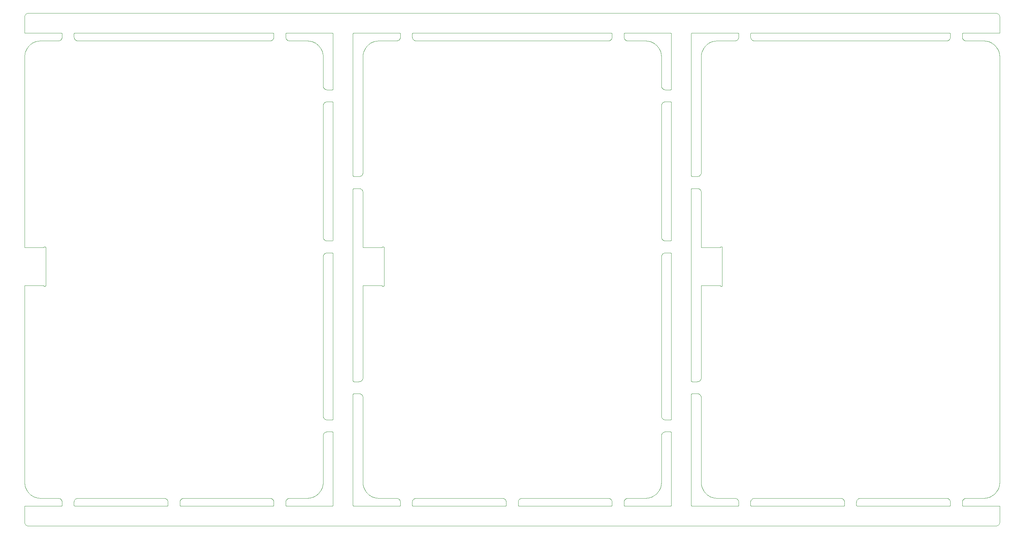
<source format=gm1>
%TF.GenerationSoftware,KiCad,Pcbnew,8.0.3*%
%TF.CreationDate,2024-06-14T09:01:22-07:00*%
%TF.ProjectId,squishy-main-panel,73717569-7368-4792-9d6d-61696e2d7061,2*%
%TF.SameCoordinates,PX102721c0PY8e19cec*%
%TF.FileFunction,Profile,NP*%
%FSLAX46Y46*%
G04 Gerber Fmt 4.6, Leading zero omitted, Abs format (unit mm)*
G04 Created by KiCad (PCBNEW 8.0.3) date 2024-06-14 09:01:22*
%MOMM*%
%LPD*%
G01*
G04 APERTURE LIST*
%TA.AperFunction,Profile*%
%ADD10C,0.100000*%
%TD*%
G04 APERTURE END LIST*
D10*
X-84945380Y27380027D02*
X-84948419Y27388685D01*
X-77481042Y36456750D02*
X-77485441Y36468154D01*
X-167581783Y123938997D02*
X-167572931Y123930570D01*
X-94338399Y6344268D02*
X-94325160Y6378587D01*
X-12559395Y6541556D02*
X-12552843Y6531210D01*
X-9325160Y6378587D02*
X-9320474Y6389901D01*
X-205202367Y6980127D02*
X-205187336Y6983021D01*
X-124111664Y5041965D02*
X-124121989Y5035426D01*
X-205999004Y5997487D02*
X-205998835Y6006499D01*
X-235665504Y123921718D02*
X-235657521Y123912464D01*
X-120877184Y6479541D02*
X-120848636Y6528523D01*
X-170081322Y10199924D02*
X-170046686Y10393172D01*
X-94119192Y6695182D02*
X-94093182Y6721192D01*
X-84187351Y26720887D02*
X-84202345Y26723965D01*
X-205004488Y7001759D02*
X-204993508Y7002000D01*
X-167724594Y124002301D02*
X-167712465Y124000805D01*
X-159871444Y119007631D02*
X-159873019Y119001550D01*
X-235732623Y123974099D02*
X-235721989Y123968075D01*
X-120926646Y5072991D02*
X-120935074Y5081850D01*
X-84997960Y27656672D02*
X-84999759Y27697511D01*
X-239790219Y70193368D02*
X-239789256Y70192560D01*
X-244999055Y70089599D02*
X-244998792Y70086934D01*
X-77275407Y5001200D02*
X-77287536Y5002696D01*
X-160918888Y84897543D02*
X-160883807Y84894088D01*
X-84056648Y68699140D02*
X-84041364Y68699985D01*
X-205321974Y6947380D02*
X-205313316Y6950419D01*
X-154755084Y60346571D02*
X-154763073Y60337050D01*
X-73901295Y120755518D02*
X-74032910Y120609840D01*
X-82688499Y5007463D02*
X-82700423Y5004785D01*
X-147598332Y5224753D02*
X-147599224Y5236948D01*
X-235662154Y6345697D02*
X-235657086Y6331254D01*
X-232596631Y6066317D02*
X-232596125Y6075479D01*
X-240046810Y60272236D02*
X-240058127Y60277343D01*
X-169116193Y23694088D02*
X-169081112Y23697543D01*
X-74917804Y70003844D02*
X-74915198Y70003230D01*
X-162368348Y36332436D02*
X-162378984Y36338459D01*
X-178960023Y6829112D02*
X-178949840Y6835915D01*
X-241407790Y7022920D02*
X-241401541Y7022285D01*
X-162458036Y123892837D02*
X-162450999Y123902829D01*
X-66081237Y122148406D02*
X-66091741Y122142111D01*
X-39030402Y5131623D02*
X-39036426Y5120989D01*
X-35975662Y5142650D02*
X-35980611Y5153831D01*
X-35043799Y7000027D02*
X-35004488Y7001759D01*
X-231895811Y122047938D02*
X-231930738Y122059477D01*
X-84090277Y26707342D02*
X-84105519Y26708748D01*
X-167572949Y26775963D02*
X-167581802Y26767536D01*
X-205906189Y6422128D02*
X-205899559Y6435925D01*
X-13104190Y6956063D02*
X-13069263Y6944524D01*
X-178776587Y122076841D02*
X-178787901Y122081527D01*
X-147312655Y6701667D02*
X-147299667Y6714655D01*
X-82653712Y123984546D02*
X-82642539Y123979594D01*
X-97424079Y6214875D02*
X-97416903Y6178799D01*
X-235754712Y5018955D02*
X-235766115Y5014556D01*
X-232598929Y123754415D02*
X-232598632Y123766647D01*
X-66145437Y6891444D02*
X-66112997Y6874105D01*
X-124280809Y6695182D02*
X-124272365Y6686313D01*
X-88794246Y7007375D02*
X-88598485Y7022283D01*
X-82500301Y106464218D02*
X-82500000Y106451988D01*
X-39811140Y6982852D02*
X-39799129Y6980463D01*
X-179183673Y6621351D02*
X-179160338Y6649786D01*
X-147484482Y6466086D02*
X-147477184Y6479541D01*
X-82676720Y23690278D02*
X-82665115Y23686445D01*
X-86717572Y121286797D02*
X-86881500Y121394835D01*
X-169999759Y105706488D02*
X-169998027Y105745799D01*
X-167591037Y5056521D02*
X-167600672Y5049002D01*
X-84999571Y22708310D02*
X-84994748Y22790420D01*
X-607153Y8883521D02*
X-603830Y8888852D01*
X-120925160Y6378587D02*
X-120920474Y6389901D01*
X-236326255Y122041501D02*
X-236340982Y122037328D01*
X-205995543Y6083112D02*
X-205992088Y6118193D01*
X-77357462Y5023907D02*
X-77368378Y5029402D01*
X-179397140Y122945353D02*
X-179397985Y122960637D01*
X-85967091Y120609840D02*
X-86098706Y120755518D01*
X-74752025Y9615752D02*
X-74749843Y9609862D01*
X-35994760Y5200569D02*
X-35996843Y5212618D01*
X-84976407Y72492144D02*
X-84986506Y72546382D01*
X-244495780Y9058063D02*
X-244396184Y8888874D01*
X-244498841Y9063578D02*
X-244495793Y9058085D01*
X-65608463Y5188499D02*
X-65611723Y5176720D01*
X-94335029Y5081877D02*
X-94343012Y5091141D01*
X-241999550Y121875019D02*
X-242005631Y121873444D01*
X-87994345Y7130563D02*
X-87805593Y7184572D01*
X-97543539Y5023907D02*
X-97554712Y5018955D01*
X-205964148Y5121085D02*
X-205970169Y5131726D01*
X-172613752Y7249976D02*
X-172607862Y7252158D01*
X-236421700Y122019202D02*
X-236436797Y122016678D01*
X-82724594Y106699801D02*
X-82712465Y106698305D01*
X-150601000Y5249013D02*
X-150601301Y5236783D01*
X-182819849Y6815119D02*
X-182790304Y6793207D01*
X-74982539Y60457944D02*
X-74989923Y60445154D01*
X-72392139Y7252158D02*
X-72386249Y7249976D01*
X-170410249Y119766384D02*
X-170501148Y119940401D01*
X-231593508Y7002000D02*
X-210008322Y7002000D01*
X-75147245Y32822006D02*
X-75139296Y32808925D01*
X-240095737Y70204746D02*
X-240085469Y70211747D01*
X-150642066Y6284591D02*
X-150627226Y6228287D01*
X-244873025Y119001526D02*
X-244917404Y118810280D01*
X-240196898Y70039237D02*
X-240194740Y70051477D01*
X-167591037Y109759521D02*
X-167600672Y109752002D01*
X-84307507Y26751644D02*
X-84319135Y26755485D01*
X-167556535Y26794069D02*
X-167564519Y26784815D01*
X-235679527Y122614100D02*
X-235693812Y122581873D01*
X-71205730Y7007373D02*
X-71199456Y7007055D01*
X-12491310Y123946920D02*
X-12482054Y123938929D01*
X-98118892Y122043675D02*
X-98172232Y122029616D01*
X-147598835Y6006499D02*
X-147596575Y6067839D01*
X-235609972Y122870648D02*
X-235618736Y122816178D01*
X-244392848Y120120480D02*
X-244396171Y120115149D01*
X-39002054Y6044896D02*
X-39001076Y6005055D01*
X-709761Y128960376D02*
X-712668Y128961180D01*
X-62467327Y123974088D02*
X-62456409Y123979585D01*
X-179226153Y122440780D02*
X-179234735Y122453455D01*
X-82620989Y23665575D02*
X-82610664Y23659036D01*
X-9398925Y6005055D02*
X-9397985Y6043364D01*
X-94398925Y122998946D02*
X-94399001Y123005068D01*
X-85000041Y118003583D02*
X-85005054Y118201431D01*
X-244281180Y8714375D02*
X-244164978Y8556129D01*
X-244964660Y60478044D02*
X-244966816Y60476310D01*
X-235850013Y124003500D02*
X-235837783Y124003200D01*
X-244999780Y60407175D02*
X-244999863Y60403988D01*
X-82523907Y106558462D02*
X-82518955Y106547289D01*
X-82653712Y23682046D02*
X-82642539Y23677094D01*
X-179245790Y5018978D02*
X-179256969Y5023936D01*
X-61713133Y6994276D02*
X-61654225Y6999349D01*
X-162346254Y87921990D02*
X-162357430Y87926941D01*
X-39239663Y6649786D02*
X-39216328Y6621351D01*
X-120867941Y5029427D02*
X-120878578Y5035456D01*
X-205440816Y6898155D02*
X-205390656Y6921129D01*
X-162334886Y5014556D02*
X-162346289Y5018955D01*
X-167549002Y68600329D02*
X-167541965Y68590337D01*
X-94298330Y123954499D02*
X-94288337Y123961536D01*
X-239922269Y70250050D02*
X-239910237Y70248389D01*
X-75781096Y33276562D02*
X-75772182Y33274387D01*
X-172056085Y121497793D02*
X-172061578Y121500841D01*
X-167500000Y68451988D02*
X-167500000Y26952062D01*
X-74918674Y10199899D02*
X-74917410Y10193746D01*
X-77368378Y123974099D02*
X-77357462Y123979594D01*
X-13244391Y122015494D02*
X-13253442Y122013980D01*
X-94160338Y6649786D02*
X-94152339Y6659058D01*
X-232526646Y5072991D02*
X-232535074Y5081850D01*
X-236375177Y122028762D02*
X-236387126Y122026079D01*
X-170000000Y110710322D02*
X-170000000Y118000417D01*
X-169988938Y22842505D02*
X-169987141Y22854619D01*
X-147517793Y5064558D02*
X-147526646Y5072991D01*
X-169699667Y26989346D02*
X-169712655Y27002334D01*
X-232579996Y123849738D02*
X-232575045Y123860914D01*
X-182637122Y124003200D02*
X-182624927Y124002300D01*
X-69702646Y70033336D02*
X-69701442Y70021238D01*
X-169967428Y72453360D02*
X-169970404Y72465239D01*
X-232596843Y5212618D02*
X-232598332Y5224753D01*
X-162489278Y33124281D02*
X-162485445Y33135886D01*
X-162498801Y5224594D02*
X-162499700Y5236783D01*
X-62472105Y122514997D02*
X-62489444Y122547437D01*
X-84090277Y71707342D02*
X-84105519Y71708748D01*
X-173794246Y7007375D02*
X-173598485Y7022283D01*
X-35250092Y6968929D02*
X-35235267Y6972739D01*
X-150711664Y5041965D02*
X-150721989Y5035426D01*
X-12427135Y6228310D02*
X-12423873Y6213355D01*
X-235777720Y5010723D02*
X-235789498Y5007463D01*
X-69912851Y60255483D02*
X-69925171Y60253940D01*
X-170128557Y9996370D02*
X-170126982Y10002451D01*
X-167529402Y68569378D02*
X-167523907Y68558462D01*
X-209057521Y5091037D02*
X-209065504Y5081783D01*
X-85081327Y118804102D02*
X-85082591Y118810255D01*
X-12600743Y123998710D02*
X-12588812Y123996030D01*
X-169787425Y68316513D02*
X-169781648Y68323641D01*
X-150600701Y123766443D02*
X-150600415Y123754204D01*
X-82518959Y26856750D02*
X-82523913Y26845576D01*
X-182766349Y122229894D02*
X-182773548Y122224204D01*
X-12577720Y5010723D02*
X-12589498Y5007463D01*
X-154713677Y60422609D02*
X-154717923Y60410942D01*
X-12453485Y6321135D02*
X-12449644Y6309507D01*
X-150606748Y122896482D02*
X-150611063Y122861496D01*
X-167736783Y71703301D02*
X-167749013Y71703000D01*
X-244990127Y60444726D02*
X-244995420Y60430938D01*
X-93479508Y6997701D02*
X-93467453Y6998594D01*
X-8832599Y6902332D02*
X-8821529Y6907568D01*
X-9392275Y6115142D02*
X-9391320Y6124268D01*
X-159987617Y60449821D02*
X-159989008Y60447430D01*
X-244555508Y168580D02*
X-244552960Y166966D01*
X-146785832Y6983263D02*
X-146731362Y6992028D01*
X-65610800Y122864550D02*
X-65613495Y122846382D01*
X-98294149Y6995212D02*
X-98259496Y6990938D01*
X-75409904Y84707932D02*
X-75400068Y84700637D01*
X-82631623Y68671599D02*
X-82620989Y68665575D01*
X-614566Y128926078D02*
X-617323Y128927301D01*
X-154780427Y60319256D02*
X-154789745Y60311032D01*
X-35390656Y6921129D02*
X-35373687Y6928158D01*
X-97401526Y123778705D02*
X-97400637Y123766509D01*
X-173794271Y121996628D02*
X-173800545Y121996946D01*
X-182429678Y123871747D02*
X-182424187Y123860821D01*
X-151293986Y122051289D02*
X-151349909Y122035072D01*
X-8877541Y6879184D02*
X-8864086Y6886482D01*
X-172805593Y121819429D02*
X-172994345Y121873438D01*
X-85607166Y120120501D02*
X-85715204Y120284429D01*
X-84352326Y23636640D02*
X-84319135Y23648516D01*
X-77500000Y5249013D02*
X-77500000Y33051988D01*
X-65816328Y6621351D02*
X-65808794Y6611697D01*
X-169994748Y110613581D02*
X-169999571Y110695691D01*
X-65825594Y5001200D02*
X-65837783Y5000301D01*
X-169529210Y109854843D02*
X-169539556Y109861395D01*
X-205449086Y6894181D02*
X-205440816Y6898155D01*
X-75084360Y84301178D02*
X-75070870Y84268610D01*
X-118157Y128474883D02*
X-119644Y128477508D01*
X-12891741Y6861890D02*
X-12881237Y6855595D01*
X-170838899Y120452879D02*
X-170962967Y120605036D01*
X-76004541Y33301000D02*
X-75995358Y33300831D01*
X-160704118Y36347938D02*
X-160715837Y36344383D01*
X-84997525Y27649298D02*
X-84997960Y27656672D01*
X-77485445Y123838386D02*
X-77481046Y123849789D01*
X-82620989Y109738426D02*
X-82631623Y109732402D01*
X-73603055Y121039018D02*
X-73607821Y121034927D01*
X-179376407Y6211857D02*
X-179374562Y6220846D01*
X-94384954Y5165291D02*
X-94388781Y5176906D01*
X-169128347Y71711412D02*
X-169164733Y71716810D01*
X-167556521Y109794037D02*
X-167564504Y109784783D01*
X-82510723Y23524281D02*
X-82507463Y23512502D01*
X-12401000Y5249013D02*
X-12401301Y5236783D01*
X-75126479Y36817751D02*
X-75135532Y36801770D01*
X-77250988Y33301000D02*
X-76004541Y33301000D01*
X-182491310Y123946920D02*
X-182482054Y123938929D01*
X-171098706Y8248483D02*
X-170967091Y8394161D01*
X-82724594Y124002301D02*
X-82712465Y124000805D01*
X-167581783Y23636497D02*
X-167572931Y23628070D01*
X-239946503Y70251602D02*
X-239934367Y70251121D01*
X-178719135Y6948516D02*
X-178707507Y6952357D01*
X-84996670Y72636078D02*
X-84999692Y72696802D01*
X-209029597Y6238762D02*
X-209021538Y6202872D01*
X-84675324Y109966014D02*
X-84700855Y109990321D01*
X-179396669Y6067844D02*
X-179395450Y6083102D01*
X-77311502Y84893538D02*
X-77299578Y84896216D01*
X-150608463Y5188499D02*
X-150611723Y5176720D01*
X-155163047Y70132217D02*
X-155156304Y70142657D01*
X-159896833Y70002001D02*
X-155203067Y70002001D01*
X-98244391Y122015494D02*
X-98253442Y122013980D01*
X-182566115Y5014556D02*
X-182577720Y5010723D01*
X-170000041Y118003583D02*
X-170005054Y118201431D01*
X-35996575Y6067839D02*
X-35995543Y6083112D01*
X-236031135Y122180979D02*
X-236060445Y122161395D01*
X-169638397Y71933764D02*
X-169666250Y71957790D01*
X-94057058Y122249662D02*
X-94084313Y122274365D01*
X-205797620Y6603082D02*
X-205761237Y6648542D01*
X-65961604Y122233764D02*
X-65971070Y122225995D01*
X-147575922Y122789126D02*
X-147583098Y122825202D01*
X-167621017Y106665542D02*
X-167610689Y106659004D01*
X-167523907Y23558462D02*
X-167518955Y23547289D01*
X-98408322Y7002000D02*
X-98393691Y7001571D01*
X-97403426Y122936162D02*
X-97404458Y122920889D01*
X-244999960Y11000417D02*
X-244994947Y10802570D01*
X-241999526Y7128976D02*
X-241808280Y7084597D01*
X-169873450Y68186249D02*
X-169864397Y68202229D01*
X-407460Y9243302D02*
X-325492Y9421699D01*
X-209993691Y7001571D02*
X-209910060Y6996659D01*
X-12543539Y5023907D02*
X-12554712Y5018955D01*
X-232387068Y5002698D02*
X-232399114Y5004789D01*
X-9307964Y123946980D02*
X-9298330Y123954499D01*
X-179240606Y6541556D02*
X-179220170Y6572140D01*
X-77357462Y84877094D02*
X-77346289Y84882046D01*
X-240041503Y70234319D02*
X-240030097Y70238492D01*
X-182435700Y122741496D02*
X-182438966Y122729693D01*
X-173000475Y121875025D02*
X-173191721Y121919404D01*
X-146973687Y6928158D02*
X-146920546Y6947911D01*
X-84906189Y110281873D02*
X-84920474Y110314100D01*
X-65779831Y6572140D02*
X-65759395Y6541556D01*
X-70188597Y70075599D02*
X-70184639Y70087380D01*
X-65665877Y122648232D02*
X-65670285Y122636807D01*
X-162481046Y5153712D02*
X-162485445Y5165115D01*
X-160197731Y88306998D02*
X-160203332Y88299729D01*
X-9191207Y122392304D02*
X-9213119Y122421849D01*
X-82514556Y106535886D02*
X-82510723Y106524281D01*
X-94222771Y5010736D02*
X-94234382Y5014574D01*
X-12402054Y6044896D02*
X-12401076Y6005055D01*
X-235639964Y6277207D02*
X-235635065Y6259506D01*
X-94393159Y122896494D02*
X-94394753Y122911718D01*
X-74950024Y60488507D02*
X-74952299Y60486933D01*
X-240203043Y70002002D02*
X-240200976Y70002053D01*
X-243607840Y121034910D02*
X-243753518Y120903295D01*
X-501160Y119940423D02*
X-504208Y119945916D01*
X-147550357Y122694494D02*
X-147561035Y122729693D01*
X-171098723Y120755537D02*
X-171103051Y120760090D01*
X-82749013Y106701000D02*
X-82736783Y106700700D01*
X-147594157Y123803015D02*
X-147591482Y123814942D01*
X-84835459Y72154810D02*
X-84864401Y72201779D01*
X-167591037Y71759521D02*
X-167600672Y71752002D01*
X-124038966Y6274308D02*
X-124035700Y6262505D01*
X-65742881Y123979559D02*
X-65731959Y123974057D01*
X-150824991Y124002299D02*
X-150812852Y124000801D01*
X-84521292Y68553860D02*
X-84505538Y68563302D01*
X-82653712Y5018955D02*
X-82665115Y5014556D01*
X-162481042Y88056750D02*
X-162485441Y88068154D01*
X-75304660Y36585054D02*
X-75317962Y36572389D01*
X-65733932Y6499659D02*
X-65727896Y6489004D01*
X-160479883Y33154774D02*
X-160451395Y33136734D01*
X-160160245Y84442830D02*
X-160152136Y84429848D01*
X-82749013Y23701000D02*
X-82736783Y23700700D01*
X-242005631Y7130557D02*
X-241999550Y7128982D01*
X-179162218Y124003200D02*
X-179149988Y124003500D01*
X-3191746Y121919410D02*
X-3197899Y121920674D01*
X-97637783Y5000301D02*
X-97650013Y5000000D01*
X-84154112Y106688786D02*
X-84138985Y106691125D01*
X-236070791Y122154843D02*
X-236102342Y122135932D01*
X-154740587Y60366736D02*
X-154747588Y60356467D01*
X-160853382Y33290021D02*
X-160844332Y33288507D01*
X-84847158Y110172791D02*
X-84865281Y110203028D01*
X-235682782Y123938997D02*
X-235673931Y123930570D01*
X-209079527Y6389901D02*
X-209074841Y6378587D01*
X-93707507Y6952357D02*
X-93672308Y6963035D01*
X-94307964Y123946980D02*
X-94298330Y123954499D01*
X-239925298Y60253921D02*
X-239937678Y60252994D01*
X-182680809Y6695182D02*
X-182672365Y6686313D01*
X-244939332Y70010155D02*
X-244936438Y70009165D01*
X-35762739Y5000301D02*
X-35774933Y5001201D01*
X-150650002Y5100672D02*
X-150657521Y5091037D01*
X-160559126Y33198154D02*
X-160550855Y33194180D01*
X-150700993Y123954430D02*
X-150691355Y123946901D01*
X-232498282Y123954481D02*
X-232488289Y123961521D01*
X-159916979Y70003728D02*
X-159903151Y70002322D01*
X-240074826Y70218250D02*
X-240063912Y70224193D01*
X-183318978Y122006543D02*
X-183334078Y122005331D01*
X-124239663Y6649786D02*
X-124216328Y6621351D01*
X-70080116Y60289217D02*
X-70090545Y60295953D01*
X-182978472Y6907568D02*
X-182967402Y6902332D01*
X-162500000Y84651988D02*
X-162499700Y84664218D01*
X-70074826Y70218250D02*
X-70063912Y70224193D01*
X-84628931Y109925995D02*
X-84638397Y109933764D01*
X-65601076Y6005055D02*
X-65601000Y5998933D01*
X-244164978Y120447872D02*
X-244281180Y120289626D01*
X-77287492Y87905738D02*
X-77299536Y87907826D01*
X-82500000Y5249013D02*
X-82500301Y5236783D01*
X-242392139Y7252158D02*
X-242386249Y7249976D01*
X-82749062Y71703050D02*
X-84016885Y71703300D01*
X-35878578Y5035456D02*
X-35888906Y5042000D01*
X-74999918Y70101979D02*
X-74999681Y70098875D01*
X-171717572Y121286797D02*
X-171881500Y121394835D01*
X-159923128Y70004989D02*
X-159920187Y70004148D01*
X-167631623Y109732402D02*
X-167642539Y109726907D01*
X-18765Y807945D02*
X-5266Y898948D01*
X-178636762Y122031597D02*
X-178648641Y122034573D01*
X-85838899Y120452879D02*
X-85962967Y120605036D01*
X-150766086Y6551840D02*
X-150746406Y6520764D01*
X-77427052Y87975963D02*
X-77435482Y87984815D01*
X-159999960Y11000417D02*
X-159994947Y10802570D01*
X-205943056Y5091111D02*
X-205950575Y5100753D01*
X-9349999Y123902829D02*
X-9342480Y123912464D01*
X-84675324Y23437987D02*
X-84666250Y23446211D01*
X-75111361Y84357870D02*
X-75104395Y84344240D01*
X-232542524Y6332738D02*
X-232538399Y6344268D01*
X-150601301Y5236783D02*
X-150602200Y5224594D01*
X-209306819Y6721192D02*
X-209280809Y6695182D01*
X-9247158Y6531210D02*
X-9240606Y6541556D01*
X-146740505Y122013063D02*
X-146752619Y122014860D01*
X-71205755Y121996626D02*
X-71401516Y121981718D01*
X-169866069Y23199659D02*
X-169847158Y23231210D01*
X-93719135Y6948516D02*
X-93707507Y6952357D01*
X-154962630Y60252974D02*
X-154975011Y60253902D01*
X-84856726Y27188499D02*
X-84861298Y27196455D01*
X-12484361Y122602823D02*
X-12489324Y122591628D01*
X-12424907Y5142539D02*
X-12430402Y5131623D01*
X-182499669Y6434599D02*
X-182494433Y6423529D01*
X-232362739Y5000301D02*
X-232374933Y5001201D01*
X-167688539Y106693499D02*
X-167676758Y106690241D01*
X-182554712Y5018955D02*
X-182566115Y5014556D01*
X-236502099Y6996009D02*
X-236492652Y6994909D01*
X-84935047Y72351146D02*
X-84952994Y72403316D01*
X-124001000Y5998933D02*
X-124001000Y5249013D01*
X-244987617Y60449821D02*
X-244989008Y60447430D01*
X-160304660Y36585054D02*
X-160317962Y36572389D01*
X-178730738Y122059477D02*
X-178742268Y122063602D01*
X-120113133Y6994276D02*
X-120054225Y6999349D01*
X-154809569Y60296014D02*
X-154819999Y60289278D01*
X-173397431Y121956274D02*
X-173592185Y121981078D01*
X-162476088Y36445576D02*
X-162481042Y36456750D01*
X-124451455Y6836735D02*
X-124438780Y6828153D01*
X-232422223Y123992774D02*
X-232410442Y123996035D01*
X-156401516Y7022283D02*
X-156205755Y7007375D01*
X-235701671Y123954499D02*
X-235692037Y123946980D01*
X-171241893Y8105069D02*
X-171103069Y8243893D01*
X-97857960Y122163191D02*
X-97873478Y122153365D01*
X-124186882Y6582152D02*
X-124179831Y6572140D01*
X-182521271Y123968036D02*
X-182510942Y123961491D01*
X-82541965Y5110664D02*
X-82549002Y5100672D01*
X-70197346Y60470725D02*
X-70198583Y60483091D01*
X-182415556Y5165115D02*
X-182419955Y5153712D01*
X-147160023Y6829112D02*
X-147149840Y6835915D01*
X-82502696Y23488536D02*
X-82501200Y23476407D01*
X-231976587Y122076841D02*
X-231987901Y122081527D01*
X-182831135Y122180979D02*
X-182860445Y122161395D01*
X-173397406Y7047731D02*
X-173391197Y7048682D01*
X-160926463Y33298125D02*
X-160917326Y33297282D01*
X-155191963Y70063635D02*
X-155188597Y70075599D01*
X-12401526Y123778705D02*
X-12400637Y123766509D01*
X-82556521Y5091037D02*
X-82564504Y5081783D01*
X-5266Y128104553D02*
X-18765Y128195556D01*
X-84382237Y106624800D02*
X-84373696Y106628155D01*
X-97637122Y124003200D02*
X-97624927Y124002300D01*
X-9364934Y122744486D02*
X-9377682Y122798164D01*
X-1246483Y120903295D02*
X-1392161Y121034910D01*
X-150664817Y123921607D02*
X-150656834Y123912341D01*
X-77389337Y33259036D02*
X-77379012Y33265575D01*
X-182773548Y122224204D02*
X-182818674Y122189870D01*
X-150605342Y122911724D02*
X-150606748Y122896482D01*
X-179392275Y122888859D02*
X-179397140Y122945353D01*
X-240119795Y60319418D02*
X-240128440Y60327813D01*
X-84733793Y68379465D02*
X-84695263Y68418953D01*
X-147108260Y122142111D02*
X-147118764Y122148406D01*
X-84972387Y72474241D02*
X-84974562Y72483155D01*
X-12607881Y122393534D02*
X-12617372Y122381525D01*
X-147573239Y122777177D02*
X-147575922Y122789126D01*
X-66202274Y6918139D02*
X-66188243Y6912022D01*
X-239789746Y60311029D02*
X-239799453Y60303288D01*
X-156401541Y121981716D02*
X-156407790Y121981081D01*
X-65990304Y6793207D02*
X-65980650Y6785673D01*
X-84683178Y71973336D02*
X-84694199Y71983958D01*
X-82518955Y109856712D02*
X-82523907Y109845539D01*
X-160859495Y87913063D02*
X-160894481Y87908748D01*
X-178906881Y6862563D02*
X-178855870Y6890639D01*
X-12400637Y123766509D02*
X-12400347Y123754272D01*
X-75007854Y32418191D02*
X-75004241Y32381505D01*
X-8821529Y6907568D02*
X-8787901Y6922474D01*
X-209352215Y6762338D02*
X-209342943Y6754339D01*
X-40008322Y7002000D02*
X-39993691Y7001571D01*
X-167501200Y109927594D02*
X-167502696Y109915465D01*
X-77418218Y33236497D02*
X-77408964Y33244480D01*
X-162435497Y33219218D02*
X-162427070Y33228070D01*
X-124247662Y6659058D02*
X-124239663Y6649786D01*
X-75044178Y88612055D02*
X-75047003Y88603325D01*
X-243603055Y121039018D02*
X-243607821Y121034927D01*
X-82502696Y68488536D02*
X-82501200Y68476407D01*
X-156199431Y7007054D02*
X-156001583Y7002041D01*
X-232572775Y122775714D02*
X-232576221Y122790628D01*
X-82610664Y68659036D02*
X-82600672Y68651999D01*
X-118134Y528661D02*
X-116778Y531355D01*
X-239763332Y70167387D02*
X-239755539Y70158195D01*
X-12406561Y6105998D02*
X-12405360Y6093811D01*
X-8695811Y122047938D02*
X-8730738Y122059477D01*
X-35845844Y5018971D02*
X-35857021Y5023928D01*
X-1246464Y8100723D02*
X-1241911Y8105051D01*
X-169273746Y109741501D02*
X-169329254Y109759086D01*
X-77423Y614566D02*
X-76200Y617323D01*
X-77275407Y84899801D02*
X-77263218Y84900700D01*
X-160862482Y33291200D02*
X-160853382Y33290021D01*
X-172235617Y7412249D02*
X-172061600Y7503148D01*
X-9183673Y122382650D02*
X-9191207Y122392304D01*
X-77311462Y36310502D02*
X-77323243Y36313760D01*
X-169433967Y23601643D02*
X-169420090Y23608103D01*
X-155035381Y60267681D02*
X-155046938Y60272217D01*
X-147350504Y5000000D02*
X-147362739Y5000301D01*
X-160341811Y33053240D02*
X-160299151Y33013610D01*
X-160995358Y33300831D02*
X-160935625Y33298631D01*
X-66134546Y122118207D02*
X-66166034Y122102358D01*
X-244037034Y120605036D02*
X-244161102Y120452879D01*
X-124159395Y6541556D02*
X-124152843Y6531210D01*
X-162458036Y33190337D02*
X-162450999Y33200329D01*
X-159999953Y70101983D02*
X-159999820Y70099651D01*
X-74392848Y120120480D02*
X-74396171Y120115149D01*
X-13294149Y6995212D02*
X-13259496Y6990938D01*
X-77489276Y88079760D02*
X-77492536Y88091540D01*
X-39993691Y7001571D02*
X-39910060Y6996659D01*
X-162485445Y84735886D02*
X-162481046Y84747289D01*
X-150721980Y6478255D02*
X-150716207Y6467455D01*
X-75379405Y33084700D02*
X-75352155Y33062337D01*
X-124208794Y6611697D02*
X-124186882Y6582152D01*
X-159873019Y10002451D02*
X-159871444Y9996370D01*
X-86396946Y7964983D02*
X-86392180Y7969074D01*
X-209272365Y6686313D02*
X-209248691Y6660194D01*
X-205970169Y5131726D02*
X-205975662Y5142650D01*
X-167676720Y71713723D02*
X-167688499Y71710463D01*
X-82665115Y5014556D02*
X-82676720Y5010723D01*
X-35054225Y6999349D02*
X-35043799Y7000027D01*
X-82581783Y5064504D02*
X-82591037Y5056521D01*
X-65899146Y122290321D02*
X-65924677Y122266014D01*
X-232595282Y6084616D02*
X-232589032Y6140974D01*
X-75207064Y88294825D02*
X-75212575Y88287488D01*
X-74918411Y60500028D02*
X-74933072Y60496099D01*
X-77499700Y84664218D02*
X-77498801Y84676407D01*
X-82749013Y68701000D02*
X-82736783Y68700700D01*
X-242580279Y7327481D02*
X-242574506Y7325004D01*
X-182404458Y122920889D02*
X-182407913Y122885808D01*
X-169484249Y26828551D02*
X-169500229Y26837604D01*
X-150629724Y123871706D02*
X-150624234Y123860777D01*
X-162485445Y123838386D02*
X-162481046Y123849789D01*
X-35906703Y6420690D02*
X-35902933Y6429056D01*
X-147588834Y5176852D02*
X-147592088Y5188638D01*
X-65600415Y123754204D02*
X-65601295Y122983466D01*
X-71999550Y121875019D02*
X-72005631Y121873444D01*
X-167507463Y71891499D02*
X-167510723Y71879720D01*
X-70115200Y70189228D02*
X-70105680Y70197217D01*
X-159164963Y8556109D02*
X-159161118Y8551142D01*
X-160797655Y87923965D02*
X-160812649Y87920887D01*
X-209132623Y5029402D02*
X-209143539Y5023907D01*
X-82500301Y71939830D02*
X-82501200Y71927640D01*
X-167736783Y5000301D02*
X-167749013Y5000000D01*
X-160064879Y36951153D02*
X-160071489Y36934017D01*
X-39567402Y6902332D02*
X-39534546Y6885794D01*
X-77346289Y33282046D02*
X-77334886Y33286445D01*
X-169352326Y23636640D02*
X-169319135Y23648516D01*
X-77470599Y33169378D02*
X-77464575Y33180012D01*
X-169681967Y68431611D02*
X-169640637Y68468157D01*
X-77464566Y36424024D02*
X-77470591Y36434658D01*
X-71802102Y121920674D02*
X-71808255Y121919410D01*
X-75014399Y37140313D02*
X-75017539Y37122217D01*
X-35373687Y6928158D02*
X-35321974Y6947380D01*
X-94345380Y122680027D02*
X-94348419Y122688685D01*
X-12608794Y6611697D02*
X-12586882Y6582152D01*
X-147477962Y123968062D02*
X-147467327Y123974088D01*
X-167564504Y109784783D02*
X-167572931Y109775931D01*
X-244474029Y128883844D02*
X-244552939Y128836547D01*
X-65808794Y122392304D02*
X-65816328Y122382650D01*
X-39177720Y5010723D02*
X-39189498Y5007463D01*
X-162489276Y88079760D02*
X-162492536Y88091540D01*
X-82549014Y26803705D02*
X-82556535Y26794069D01*
X-167653712Y68682046D02*
X-167642539Y68677094D01*
X-97401000Y5249013D02*
X-97401301Y5236783D01*
X-75366348Y88129894D02*
X-75373547Y88124204D01*
X-77408943Y87959553D02*
X-77418199Y87967536D01*
X-162476094Y123860962D02*
X-162470599Y123871878D01*
X-205999516Y5249183D02*
X-205999004Y5997487D01*
X-82631623Y106671599D02*
X-82620989Y106665575D01*
X-162499700Y36539830D02*
X-162500000Y36552062D01*
X-243996957Y129003500D02*
X-244003040Y129003351D01*
X-209061602Y6344268D02*
X-209057477Y6332738D01*
X-244917410Y118810255D02*
X-244918674Y118804102D01*
X-150838764Y6648542D02*
X-150802381Y6603082D01*
X-169560023Y23529112D02*
X-169549840Y23535915D01*
X-74495793Y119945916D02*
X-74498841Y119940423D01*
X-167724594Y109704200D02*
X-167736783Y109703301D01*
X-169367982Y106630440D02*
X-169350846Y106637050D01*
X-39272365Y6686313D02*
X-39247662Y6659058D01*
X-231604488Y7001759D02*
X-231593508Y7002000D01*
X-244936414Y70009158D02*
X-244923152Y70004997D01*
X-69836631Y70224466D02*
X-69825949Y70218686D01*
X-71608829Y121955315D02*
X-71802077Y121920679D01*
X-82581783Y109767504D02*
X-82591037Y109759521D01*
X-124166115Y5014556D02*
X-124177720Y5010723D01*
X-244674509Y9421699D02*
X-244592541Y9243302D01*
X-4893Y128101535D02*
X-5263Y128104528D01*
X-62021529Y122096433D02*
X-62032599Y122101669D01*
X-66270718Y6945005D02*
X-66256338Y6939760D01*
X-182442965Y5110664D02*
X-182450002Y5100672D01*
X-151412665Y6983021D02*
X-151397634Y6980127D01*
X-173592211Y121981081D02*
X-173598460Y121981716D01*
X-75537325Y88016935D02*
X-75586914Y87992732D01*
X-235608681Y122879733D02*
X-235609972Y122870648D01*
X-75909723Y87907342D02*
X-75967865Y87903769D01*
X-12435700Y6262505D02*
X-12427135Y6228310D01*
X-182405785Y5200423D02*
X-182408463Y5188499D01*
X-160004241Y32381505D02*
X-160003348Y32369451D01*
X-183023414Y6927160D02*
X-183012100Y6922474D01*
X-160003348Y32369451D02*
X-160000250Y32307194D01*
X-182521989Y5035426D02*
X-182532623Y5029402D01*
X-82653712Y109721955D02*
X-82665115Y109717556D01*
X-75253802Y36638144D02*
X-75266136Y36624535D01*
X-85325492Y119582302D02*
X-85407460Y119760699D01*
X-77495215Y88103466D02*
X-77497304Y88115509D01*
X-12850161Y6835915D02*
X-12839978Y6829112D01*
X-182479527Y6389901D02*
X-182474841Y6378587D01*
X-169675324Y109966014D02*
X-169700855Y109990321D01*
X-179272105Y6489004D02*
X-179266069Y6499659D01*
X-240998430Y122002000D02*
X-241001571Y122001961D01*
X-69717917Y60410956D02*
X-69722745Y60399504D01*
X-178876255Y122123980D02*
X-178906927Y122141356D01*
X-82621017Y26738459D02*
X-82631653Y26732436D01*
X-209032573Y6250641D02*
X-209029597Y6238762D01*
X-62445234Y123984539D02*
X-62433830Y123988939D01*
X-169547191Y106537459D02*
X-169500229Y106566397D01*
X-82502696Y123791036D02*
X-82501200Y123778907D01*
X-244873019Y10002451D02*
X-244871444Y9996370D01*
X-97464773Y123921633D02*
X-97456790Y123912370D01*
X-179127636Y6686313D02*
X-179119192Y6695182D01*
X-179288337Y123961536D02*
X-179278012Y123968075D01*
X-75027613Y88674241D02*
X-75041677Y88620883D01*
X-169712655Y27002334D02*
X-169750204Y27042755D01*
X-77497305Y5212465D02*
X-77498801Y5224594D01*
X-162287492Y87905738D02*
X-162299536Y87907826D01*
X-94326601Y5073016D02*
X-94335029Y5081877D01*
X-159749843Y119394139D02*
X-159752025Y119388249D01*
X-160289377Y84603964D02*
X-160265069Y84578433D01*
X-124082782Y5064504D02*
X-124092037Y5056521D01*
X-75318026Y88172396D02*
X-75359364Y88135844D01*
X-65839663Y6649786D02*
X-65816328Y6621351D01*
X-179256462Y123979594D02*
X-179245289Y123984546D01*
X-235960444Y6769237D02*
X-235933751Y6746211D01*
X-97426762Y6226824D02*
X-97424079Y6214875D01*
X-3069Y5000000D02*
X-9149988Y5000000D01*
X-74900019Y60501951D02*
X-74902429Y60501809D01*
X0Y124006569D02*
X0Y128000432D01*
X-167653712Y109721955D02*
X-167665115Y109717556D01*
X-150601293Y122984998D02*
X-150601762Y122969984D01*
X-160657673Y33240398D02*
X-160624784Y33227712D01*
X-85045731Y118604595D02*
X-85046682Y118610804D01*
X-94326070Y123930570D02*
X-94317219Y123938997D01*
X-169972387Y67929760D02*
X-169958326Y67983109D01*
X-235808794Y6611697D02*
X-235786882Y6582152D01*
X-97411018Y123826613D02*
X-97407765Y123814825D01*
X-147542915Y6331254D02*
X-147537847Y6345697D01*
X-147438815Y6544033D02*
X-147407604Y6589526D01*
X-169997349Y105756225D02*
X-169992276Y105815133D01*
X-82591037Y123946980D02*
X-82581783Y123938997D01*
X-35313316Y6950419D02*
X-35304551Y6953136D01*
X-12419239Y123849639D02*
X-12414846Y123838227D01*
X-236060445Y122161395D02*
X-236070791Y122154843D01*
X-9364934Y6259515D02*
X-9362650Y6268401D01*
X-84272308Y68663035D02*
X-84260505Y68666301D01*
X-77299536Y87907826D02*
X-77311462Y87910502D01*
X-75096Y128383318D02*
X-76181Y128386132D01*
X-124225594Y5001200D02*
X-124237783Y5000301D01*
X-82749013Y109703000D02*
X-83995401Y109703000D01*
X-209534546Y6885794D02*
X-209523746Y6880021D01*
X-13172232Y122029616D02*
X-13190153Y122025592D01*
X-531377Y128886734D02*
X-614544Y128926068D01*
X-232597737Y123778838D02*
X-232596244Y123790970D01*
X-162450999Y33200329D02*
X-162443480Y33209964D01*
X-169628931Y71925995D02*
X-169638397Y71933764D01*
X-39053485Y6321135D02*
X-39049644Y6309507D01*
X-97804998Y122199732D02*
X-97812467Y122194403D01*
X-162346289Y123984546D02*
X-162334886Y123988945D01*
X-167564519Y106619186D02*
X-167556535Y106609932D01*
X-182542831Y123979568D02*
X-182531909Y123974067D01*
X-232263863Y6748121D02*
X-232221648Y6783642D01*
X-169796663Y27099722D02*
X-169807604Y27114475D01*
X-97401000Y5998933D02*
X-97401000Y5249013D01*
X-244968830Y60474187D02*
X-244978986Y60462907D01*
X-86712375Y7720821D02*
X-86554129Y7837023D01*
X-75669204Y33244524D02*
X-75657673Y33240398D01*
X-84614513Y26914576D02*
X-84621641Y26920353D01*
X-61836762Y122031597D02*
X-61848641Y122034573D01*
X-84926155Y27328305D02*
X-84945380Y27380027D01*
X-159953319Y118610804D02*
X-159954270Y118604595D01*
X-120500229Y6866397D02*
X-120484249Y6875450D01*
X-39910060Y6996659D02*
X-39894149Y6995212D01*
X-147598701Y122983572D02*
X-147598929Y123754415D01*
X-77263171Y36303348D02*
X-77275361Y36304244D01*
X-162263171Y36303348D02*
X-162275361Y36304244D01*
X-236421700Y6984799D02*
X-236387126Y6977922D01*
X-84994748Y22790420D02*
X-84994009Y22799902D01*
X-147573239Y6226824D02*
X-147564673Y6261019D01*
X-75280808Y84595182D02*
X-75272364Y84586313D01*
X-236492652Y6994909D02*
X-236436797Y6987323D01*
X0Y11003584D02*
X0Y118000417D01*
X-2061600Y121500853D02*
X-2235617Y121591752D01*
X-75995416Y84900831D02*
X-75934161Y84898575D01*
X-9397801Y123778907D02*
X-9396305Y123791036D01*
X-120960500Y6275746D02*
X-120942915Y6331254D01*
X-169152619Y26714860D02*
X-169188861Y26721149D01*
X-179399001Y123005068D02*
X-179399001Y123754488D01*
X-84972387Y105929760D02*
X-84958326Y105983109D01*
X-84526531Y71853369D02*
X-84534373Y71858135D01*
X-150619955Y5153712D02*
X-150624907Y5142539D01*
X-75122675Y32779586D02*
X-75115543Y32766043D01*
X-124084361Y6401178D02*
X-124070285Y6367194D01*
X-94186536Y124000805D02*
X-94174407Y124002301D01*
X-120250092Y6968929D02*
X-120235267Y6972739D01*
X-160139296Y32808925D02*
X-160122675Y32779586D01*
X-182501671Y5049002D02*
X-182511664Y5041965D01*
X-240058127Y60277343D02*
X-240069175Y60283007D01*
X-9391538Y5188499D02*
X-9394216Y5200423D01*
X-75934161Y84898575D02*
X-75918888Y84897543D01*
X-12579831Y6572140D02*
X-12559395Y6541556D01*
X-179397985Y122960637D02*
X-179398925Y122998946D01*
X-77499700Y88139830D02*
X-77500000Y88152062D01*
X-70128529Y60327826D02*
X-70136974Y60336927D01*
X-182577027Y123992767D02*
X-182565417Y123988929D01*
X-93467453Y6998594D02*
X-93405197Y7001692D01*
X-126976Y10002475D02*
X-82597Y10193721D01*
X-82535435Y26824024D02*
X-82541975Y26813698D01*
X-84433925Y109802442D02*
X-84484249Y109828551D01*
X-171717551Y7717218D02*
X-171712395Y7720807D01*
X-167665115Y23686445D02*
X-167653712Y23682046D01*
X-75101143Y88466724D02*
X-75126555Y88417744D01*
X-182412860Y6154619D02*
X-182411063Y6142505D01*
X-87607838Y7252167D02*
X-87425518Y7324994D01*
X-240189169Y60430549D02*
X-240192357Y60442170D01*
X-160657661Y36363602D02*
X-160669191Y36359477D01*
X-231836762Y122031597D02*
X-231848641Y122034573D01*
X-162450987Y36403705D02*
X-162458026Y36413698D01*
X-75174740Y88339546D02*
X-75207064Y88294825D01*
X-244101053Y128998235D02*
X-244192056Y128984736D01*
X-167665115Y68686445D02*
X-167653712Y68682046D01*
X-9100855Y122290321D02*
X-9111611Y122301211D01*
X-84976409Y67911848D02*
X-84972385Y67929769D01*
X-65754712Y5018955D02*
X-65766115Y5014556D01*
X-182465877Y122648232D02*
X-182470285Y122636807D01*
X-242200426Y7186460D02*
X-242194432Y7184579D01*
X-209024907Y5142539D02*
X-209030402Y5131623D01*
X-179343012Y5091141D02*
X-179350530Y5100786D01*
X-182981311Y122095298D02*
X-183032028Y122073558D01*
X-35711611Y6702790D02*
X-35700855Y6713680D01*
X-169176799Y68685098D02*
X-169164733Y68687191D01*
X-244281194Y120289606D02*
X-244284783Y120284450D01*
X-169989200Y67839460D02*
X-169988021Y67848559D01*
X-69805493Y70205600D02*
X-69795767Y70198324D01*
X-169562463Y106527255D02*
X-169547191Y106537459D01*
X-205799114Y5004789D02*
X-205811044Y5007469D01*
X-205822827Y5010732D02*
X-205834437Y5014569D01*
X-39023873Y6213355D02*
X-39013215Y6156112D01*
X-73118501Y121394835D02*
X-73282429Y121286797D01*
X-39847382Y6989141D02*
X-39811140Y6982852D01*
X-97465504Y5081783D02*
X-97473931Y5072931D01*
X-9397985Y122960637D02*
X-9398925Y122998946D01*
X-9210503Y5007463D02*
X-9222281Y5010723D01*
X-169176799Y23685098D02*
X-169164733Y23687191D01*
X-155998417Y7002000D02*
X-151607204Y7002000D01*
X-183057733Y6940399D02*
X-183023414Y6927160D01*
X-13262541Y122012801D02*
X-13318978Y122006543D01*
X-171396965Y121039034D02*
X-171549122Y121163102D01*
X-169913141Y27297233D02*
X-169916705Y27305689D01*
X-209002655Y6057128D02*
X-209002054Y6044896D01*
X-159161118Y120452859D02*
X-159164963Y120447892D01*
X-74161118Y120452859D02*
X-74164963Y120447892D01*
X-2419699Y7327492D02*
X-2241302Y7409460D01*
X-235816328Y122382650D02*
X-235838691Y122355400D01*
X-209001301Y5236783D02*
X-209002200Y5224594D01*
X-236340982Y6966673D02*
X-236326255Y6962500D01*
X-322994Y9427518D02*
X-250167Y9609838D01*
X-232576221Y122790628D02*
X-232583098Y122825202D01*
X-84320546Y106647911D02*
X-84306041Y106652802D01*
X-9381265Y122816178D02*
X-9390029Y122870648D01*
X-232453595Y122483237D02*
X-232459890Y122493741D01*
X-150766115Y5014556D02*
X-150777720Y5010723D01*
X-75724721Y36341963D02*
X-75742423Y36337065D01*
X-167514560Y106535847D02*
X-167510725Y106524241D01*
X-82712509Y26705738D02*
X-82724640Y26704244D01*
X-85005375Y118207755D02*
X-85020283Y118403516D01*
X-94001082Y6799620D02*
X-93988844Y6808814D01*
X-12411018Y123826613D02*
X-12407765Y123814825D01*
X-9391320Y122879733D02*
X-9392275Y122888859D01*
X-167700423Y123998716D02*
X-167688499Y123996038D01*
X-77458036Y84790337D02*
X-77450999Y84800329D01*
X-35796663Y6604279D02*
X-35762194Y6647345D01*
X-97579831Y6572140D02*
X-97559395Y6541556D01*
X-84176799Y109718903D02*
X-84212875Y109726079D01*
X-39763239Y6972404D02*
X-39751360Y6969428D01*
X-169745140Y23367029D02*
X-169734931Y23378433D01*
X-3191721Y7084597D02*
X-3000475Y7128976D01*
X-160317962Y36572389D02*
X-160359285Y36535850D01*
X-209202381Y6603082D02*
X-209193187Y6590844D01*
X-75473405Y36453364D02*
X-75521063Y36425588D01*
X-69918953Y70249753D02*
X-69906664Y70247901D01*
X-183069263Y6944524D02*
X-183057733Y6940399D01*
X-120985005Y5165240D02*
X-120988834Y5176852D01*
X-62526646Y5072991D02*
X-62535074Y5081850D01*
X-178999933Y6800637D02*
X-178990096Y6807932D01*
X-94253595Y6520764D02*
X-94234735Y6550546D01*
X-8926523Y122153365D02*
X-8942041Y122163191D01*
X-244896833Y70002001D02*
X-240203067Y70002001D01*
X-179083115Y6730595D02*
X-179039495Y6769166D01*
X-12435699Y123882390D02*
X-12429678Y123871747D01*
X-150624907Y5142539D02*
X-150630402Y5131623D01*
X-39089324Y6412373D02*
X-39084361Y6401178D01*
X-154913094Y60255447D02*
X-154925426Y60253902D01*
X-9375094Y123860962D02*
X-9369599Y123871878D01*
X-120562463Y6827255D02*
X-120547191Y6837459D01*
X-162357430Y87926941D02*
X-162368348Y87932436D01*
X-158607821Y7969074D02*
X-158603055Y7964983D01*
X-82749013Y124003500D02*
X-82736783Y124003200D01*
X-209315688Y6729636D02*
X-209306819Y6721192D01*
X-209101671Y5049002D02*
X-209111664Y5041965D01*
X-39065877Y6355769D02*
X-39053485Y6321135D01*
X-94308492Y5056588D02*
X-94317748Y5064579D01*
X-62335987Y122326677D02*
X-62344211Y122335751D01*
X-88598460Y7022285D02*
X-88592211Y7022920D01*
X-620183Y75096D02*
X-617369Y76181D01*
X-169041364Y68699985D02*
X-169003055Y68700925D01*
X-150618887Y122814650D02*
X-150621965Y122799656D01*
X-150694433Y6423529D02*
X-150679527Y6389901D01*
X-169999571Y22708310D02*
X-169994659Y22791941D01*
X-35449086Y6894181D02*
X-35440816Y6898155D01*
X-236018674Y122189870D02*
X-236031135Y122180979D01*
X-120366573Y6931043D02*
X-120352326Y6936640D01*
X-65777083Y123992763D02*
X-65765471Y123988924D01*
X-169960037Y105977207D02*
X-169943378Y106029793D01*
X-150602200Y5224594D02*
X-150603696Y5212465D01*
X-160340754Y88151797D02*
X-160347591Y88145677D01*
X-84915640Y23101178D02*
X-84910677Y23112373D01*
X-236102342Y6868069D02*
X-236070791Y6849158D01*
X-160812649Y87920887D02*
X-160847381Y87914860D01*
X-169188861Y26721149D02*
X-169200872Y26723538D01*
X-13163239Y6972404D02*
X-13151360Y6969428D01*
X-65777720Y5010723D02*
X-65789498Y5007463D01*
X-65710989Y123961477D02*
X-65700993Y123954430D01*
X-182790304Y6793207D02*
X-182780650Y6785673D01*
X-74996542Y60427798D02*
X-74997037Y60425077D01*
X-232542524Y122671263D02*
X-232553582Y122704736D01*
X-147335987Y122326677D02*
X-147344211Y122335751D01*
X-70174953Y70110357D02*
X-70169283Y70121417D01*
X-244995108Y901966D02*
X-244994738Y898973D01*
X-150990304Y6793207D02*
X-150980650Y6785673D01*
X-65848760Y122343871D02*
X-65888390Y122301211D01*
X-69702637Y60470965D02*
X-69704488Y60458688D01*
X-160669204Y33244524D02*
X-160657673Y33240398D01*
X-77311502Y5007463D02*
X-77323281Y5010723D01*
X-9399001Y123005068D02*
X-9399001Y123754488D01*
X-124847382Y6989141D02*
X-124811140Y6982852D01*
X-94256462Y123979594D02*
X-94245289Y123984546D01*
X-61800872Y122023538D02*
X-61836762Y122031597D01*
X-167535426Y109823989D02*
X-167541965Y109813664D01*
X-170081327Y118804102D02*
X-170082591Y118810255D01*
X-171392161Y7969091D02*
X-171246483Y8100706D01*
X-150605151Y123802834D02*
X-150603072Y123790781D01*
X-74918679Y118804077D02*
X-74953315Y118610829D01*
X-160419848Y84715119D02*
X-160391534Y84694120D01*
X-155054879Y70228540D02*
X-155043731Y70233361D01*
X-167541965Y5110664D02*
X-167549002Y5100672D01*
X-170000040Y11000430D02*
X-170000001Y11003571D01*
X-169976407Y67911857D02*
X-169974562Y67920846D01*
X-98407204Y122002000D02*
X-146591679Y122002000D01*
X-179319767Y6391263D02*
X-179295520Y6444201D01*
X-151019849Y6815119D02*
X-150990304Y6793207D01*
X-120975922Y6214875D02*
X-120973239Y6226824D01*
X-97979911Y122095898D02*
X-98032028Y122073558D01*
X-9240606Y122462445D02*
X-9247158Y122472791D01*
X-35799114Y5004789D02*
X-35811044Y5007469D01*
X-147411044Y5007469D02*
X-147422827Y5010732D01*
X-182411018Y123826613D02*
X-182407765Y123814825D01*
X-94222281Y123992778D02*
X-94210503Y123996038D01*
X-244589752Y9237617D02*
X-244498853Y9063600D01*
X-69768878Y70173778D02*
X-69760748Y70164755D01*
X-242758699Y7409460D02*
X-242580302Y7327492D01*
X-124101671Y5049002D02*
X-124111664Y5041965D01*
X-82501200Y123778907D02*
X-82500301Y123766718D01*
X-94149988Y124003500D02*
X-82749013Y124003500D01*
X-97501671Y5049002D02*
X-97511664Y5041965D01*
X-69876510Y60263777D02*
X-69888461Y60260414D01*
X-13057733Y6940399D02*
X-13023414Y6927160D01*
X-179326601Y5073016D02*
X-179335029Y5081877D01*
X-244468646Y128886723D02*
X-244471340Y128885367D01*
X-3000451Y7128982D02*
X-2994370Y7130557D01*
X-97665070Y122325568D02*
X-97688321Y122301146D01*
X-227064Y128637865D02*
X-229034Y128640149D01*
X-167676720Y123992778D02*
X-167665115Y123988945D01*
X-209008463Y5188499D02*
X-209011723Y5176720D01*
X-82724594Y23699801D02*
X-82712465Y23698305D01*
X-61904551Y6953136D02*
X-61850092Y6968929D01*
X-97456790Y123912370D02*
X-97449272Y123902726D01*
X-3197899Y7083327D02*
X-3191746Y7084591D01*
X-151112997Y6874105D02*
X-151102342Y6868069D01*
X-124042965Y5110664D02*
X-124050002Y5100672D01*
X-75259856Y32972773D02*
X-75253820Y32965862D01*
X-69888461Y60260414D02*
X-69900578Y60257649D01*
X-205867941Y5029427D02*
X-205878578Y5035456D01*
X-239962502Y60252994D02*
X-239974882Y60253921D01*
X-77458036Y5110664D02*
X-77464575Y5120989D01*
X-159897566Y60502000D02*
X-159899980Y60501953D01*
X-173191721Y7084597D02*
X-173000475Y7128976D01*
X-39715909Y6959617D02*
X-39704190Y6956063D01*
X-444493Y128834921D02*
X-447041Y128836535D01*
X-35750198Y6661253D02*
X-35711611Y6702790D01*
X-243450879Y121163102D02*
X-243603036Y121039034D01*
X-239704488Y60458688D02*
X-239706948Y60446518D01*
X-160894481Y87908748D02*
X-160909723Y87907342D01*
X-168580Y444493D02*
X-166966Y447041D01*
X-12978472Y6907568D02*
X-12967402Y6902332D01*
X-84995458Y72620978D02*
X-84996670Y72636078D01*
X-84744211Y23368250D02*
X-84735987Y23377324D01*
X-119644Y525993D02*
X-118157Y528618D01*
X-205869070Y6494322D02*
X-205864401Y6502222D01*
X-72194432Y121819422D02*
X-72200426Y121817541D01*
X-75266142Y32979457D02*
X-75259856Y32972773D01*
X-62535074Y5081850D02*
X-62543056Y5091111D01*
X-178695811Y122047938D02*
X-178730738Y122059477D01*
X-74817429Y119196408D02*
X-74871438Y119007656D01*
X-232596244Y123790970D02*
X-232594157Y123803015D01*
X-39057521Y5091037D02*
X-39065504Y5081783D01*
X-9360040Y122726803D02*
X-9362650Y122735600D01*
X-205131362Y6992028D02*
X-205113133Y6994276D01*
X-169164733Y109716810D02*
X-169176799Y109718903D01*
X-84976407Y105911857D02*
X-84974562Y105920846D01*
X-82507463Y5188499D02*
X-82510723Y5176720D01*
X-158118501Y121394835D02*
X-158282429Y121286797D01*
X-247976Y119388249D02*
X-250158Y119394139D01*
X-62118764Y122148406D02*
X-62149840Y122168086D01*
X-209099669Y6434599D02*
X-209094433Y6423529D01*
X-84319135Y23648516D02*
X-84307507Y23652357D01*
X-244980887Y60460682D02*
X-244982386Y60458357D01*
X-82518955Y23547289D02*
X-82514556Y23535886D01*
X-160654923Y87964807D02*
X-160663504Y87961557D01*
X-12521271Y123968036D02*
X-12510942Y123961491D01*
X-169964673Y110442982D02*
X-169973239Y110477177D01*
X-169433925Y71802442D02*
X-169484257Y71828556D01*
X-232368237Y122363604D02*
X-232376006Y122373070D01*
X-94385323Y6165204D02*
X-94382799Y6180301D01*
X-94398700Y123766718D02*
X-94397801Y123778907D01*
X-182401166Y122997525D02*
X-182403426Y122936162D01*
X-528618Y118157D02*
X-525993Y119644D01*
X-70090545Y60295953D02*
X-70100626Y60303201D01*
X-75452742Y33137454D02*
X-75445020Y33132497D01*
X-1712375Y7720821D02*
X-1554129Y7837023D01*
X-98104190Y6956063D02*
X-98069263Y6944524D01*
X-9391320Y6124268D02*
X-9390029Y6133353D01*
X-182579Y119196432D02*
X-184460Y119202426D01*
X-84948419Y27388685D02*
X-84951136Y27397450D01*
X-179174868Y5001201D02*
X-179187005Y5002699D01*
X-232543056Y5091111D02*
X-232550575Y5100753D01*
X-12449272Y123902726D02*
X-12442236Y123892725D01*
X-154841842Y60277385D02*
X-154853170Y60272273D01*
X-231942268Y122063602D02*
X-231976587Y122076841D01*
X-94187005Y5002699D02*
X-94199054Y5004791D01*
X-88998430Y122001961D02*
X-89001571Y122002000D01*
X-182759364Y122235844D02*
X-182766349Y122229894D01*
X-209001076Y6005055D02*
X-209001000Y5998933D01*
X-243282429Y7717204D02*
X-243118501Y7609166D01*
X-77418218Y123938997D02*
X-77408964Y123946980D01*
X-169899643Y72268034D02*
X-169906103Y72281911D01*
X-77485441Y88068154D02*
X-77489276Y88079760D01*
X-66091741Y122142111D02*
X-66123746Y122123980D01*
X-94396784Y5212679D02*
X-94398270Y5224818D01*
X-75028978Y32535754D02*
X-75017235Y32480280D01*
X-75537261Y36416930D02*
X-75586834Y36392735D01*
X-77476094Y5142539D02*
X-77481046Y5153712D01*
X-250158Y9609862D02*
X-247976Y9615752D01*
X-93684092Y122044384D02*
X-93695811Y122047938D01*
X-154742227Y70140359D02*
X-154735732Y70130096D01*
X-167500301Y109939783D02*
X-167501200Y109927594D01*
X-183334078Y122005331D02*
X-183394804Y122002309D01*
X-231778282Y6984707D02*
X-231763217Y6987416D01*
X-77464575Y84780012D02*
X-77458036Y84790337D01*
X-97450002Y5100672D02*
X-97457521Y5091037D01*
X-162499700Y5236783D02*
X-162500000Y5249013D01*
X-151279423Y6948000D02*
X-151246232Y6936124D01*
X-94351136Y122697450D02*
X-94366502Y122750437D01*
X-151060445Y6842606D02*
X-151029861Y6822170D01*
X-61884092Y122044384D02*
X-61895811Y122047938D01*
X-70136974Y60336927D02*
X-70144954Y60346438D01*
X-85407460Y9243302D02*
X-85325492Y9421699D01*
X-82507463Y109891499D02*
X-82510723Y109879720D01*
X-97577027Y123992767D02*
X-97565417Y123988929D01*
X-88197924Y121920679D02*
X-88391172Y121955315D01*
X-82591058Y71759553D02*
X-82600695Y71752034D01*
X-88800570Y121996947D02*
X-88998418Y122001960D01*
X-160790084Y33278407D02*
X-160781096Y33276562D01*
X-82535426Y23580012D02*
X-82529402Y23569378D01*
X-75004542Y88820978D02*
X-75010801Y88764541D01*
X-239900595Y60257645D02*
X-239912834Y60255487D01*
X-159815533Y9801551D02*
X-159752033Y9615776D01*
X-155199849Y60498963D02*
X-155200003Y60501025D01*
X-70058316Y60277345D02*
X-70069364Y60283009D01*
X-12402200Y5224594D02*
X-12403696Y5212465D01*
X-39152843Y6531210D02*
X-39133932Y6499659D01*
X-62349917Y124003500D02*
X-12649359Y124003500D01*
X-84607176Y26909065D02*
X-84614513Y26914576D01*
X-9161310Y122355400D02*
X-9183673Y122382650D01*
X-12923746Y6880021D02*
X-12891741Y6861890D01*
X-150603696Y5212465D02*
X-150605785Y5200423D01*
X-35999004Y5997487D02*
X-35998835Y6006499D01*
X-39400068Y6800637D02*
X-39372278Y6778949D01*
X-209379465Y6784701D02*
X-209352215Y6762338D01*
X-179259890Y122493741D02*
X-179278021Y122525746D01*
X-167514556Y68535886D02*
X-167510723Y68524281D01*
X-77458026Y36413698D02*
X-77464566Y36424024D01*
X-162357462Y123979594D02*
X-162346289Y123984546D01*
X-82712465Y124000805D02*
X-82700423Y123998716D01*
X-84500229Y109837604D02*
X-84548496Y109867346D01*
X-169988021Y67848559D02*
X-169986507Y67857610D01*
X-159972364Y70033109D02*
X-159970095Y70031058D01*
X-157580279Y7327481D02*
X-157574506Y7325004D01*
X-77287536Y84898305D02*
X-77275407Y84899801D01*
X-178920058Y6854775D02*
X-178906881Y6862563D01*
X-82510725Y26879760D02*
X-82514560Y26868154D01*
X-235850013Y5000000D02*
X-244996932Y5000000D01*
X-160147245Y32822006D02*
X-160139296Y32808925D01*
X-235605785Y5200423D02*
X-235608463Y5188499D01*
X-244994947Y118201431D02*
X-244999960Y118003583D01*
X-35811044Y5007469D02*
X-35822827Y5010732D01*
X-178588861Y122021149D02*
X-178600872Y122023538D01*
X-229050Y128640167D02*
X-290833Y128708334D01*
X-154719351Y70097581D02*
X-154714969Y70086254D01*
X-167500301Y5236783D02*
X-167501200Y5224594D01*
X-167535426Y71823989D02*
X-167541965Y71813664D01*
X-162275407Y33299801D02*
X-162263218Y33300700D01*
X-124133932Y6499659D02*
X-124127896Y6489004D01*
X-160772182Y33274387D02*
X-160717351Y33259935D01*
X-69771529Y60327935D02*
X-69780425Y60319258D01*
X-169433925Y109802442D02*
X-169485609Y109829257D01*
X-179182701Y122381465D02*
X-179192044Y122393590D01*
X-162368378Y5029402D02*
X-162379012Y5035426D01*
X-70998417Y7002000D02*
X-66607204Y7002000D01*
X-97511362Y122546131D02*
X-97539438Y122495120D01*
X-120999224Y5236948D02*
X-120999516Y5249183D01*
X-167518955Y109856712D02*
X-167523907Y109845539D01*
X-88191746Y121919410D02*
X-88197899Y121920674D01*
X-73450859Y7840883D02*
X-73445892Y7837038D01*
X-69700000Y69992675D02*
X-69700000Y60511328D01*
X-162346289Y33282046D02*
X-162334886Y33286445D01*
X-62488289Y123961521D02*
X-62477962Y123968062D01*
X-169960037Y27426794D02*
X-169964936Y27444495D01*
X-66351360Y6969428D02*
X-66315909Y6959617D01*
X-77427052Y36375963D02*
X-77435482Y36384815D01*
X-66039978Y122174889D02*
X-66050161Y122168086D01*
X-155203067Y60502001D02*
X-159897547Y60502001D01*
X-120187336Y6983021D02*
X-120131362Y6992028D01*
X-97449272Y123902726D02*
X-97442236Y123892725D01*
X-35004488Y7001759D02*
X-34993508Y7002000D01*
X-87061600Y121500853D02*
X-87235617Y121591752D01*
X-171712395Y121283194D02*
X-171717551Y121286783D01*
X-120607176Y6794936D02*
X-120562463Y6827255D01*
X-8406310Y7001571D02*
X-8391679Y7002000D01*
X-82501200Y26927640D02*
X-82502697Y26915509D01*
X-70189972Y60434247D02*
X-70193035Y60446279D01*
X-84376587Y109776841D02*
X-84387901Y109781527D01*
X-84440807Y106598158D02*
X-84390648Y106621133D01*
X-169958026Y72419386D02*
X-169967428Y72453360D01*
X-82600672Y109752002D02*
X-82610664Y109744965D01*
X-12511664Y5041965D02*
X-12521989Y5035426D01*
X-154999557Y60257602D02*
X-155011661Y60260364D01*
X-77399329Y84851999D02*
X-77389337Y84859036D01*
X-173191746Y121919410D02*
X-173197899Y121920674D01*
X-75169502Y88347080D02*
X-75174740Y88339546D01*
X-66412665Y6983021D02*
X-66397634Y6980127D01*
X-179345911Y122681455D02*
X-179350802Y122695960D01*
X-9001140Y122204307D02*
X-9028931Y122225995D01*
X-65952215Y6762338D02*
X-65942943Y6754339D01*
X-962983Y120605055D02*
X-967074Y120609821D01*
X-69925171Y60253940D02*
X-69937564Y60253011D01*
X-239718873Y70096167D02*
X-239714577Y70084908D01*
X-244592541Y119760699D02*
X-244674509Y119582302D01*
X-147275324Y122266014D02*
X-147301964Y122291378D01*
X-9220170Y122431861D02*
X-9240606Y122462445D01*
X-169561275Y71875771D02*
X-169590096Y71896069D01*
X-150627226Y6228287D02*
X-150623780Y6213373D01*
X-62386472Y124000804D02*
X-62374340Y124002301D01*
X-147599516Y5249183D02*
X-147599004Y5997487D01*
X-120943056Y5091111D02*
X-120950575Y5100753D01*
X-77408964Y5056521D02*
X-77418218Y5064504D01*
X-150743539Y5023907D02*
X-150754712Y5018955D01*
X-75742423Y36337065D02*
X-75797583Y36323965D01*
X-12403426Y122936162D02*
X-12404458Y122920889D01*
X-9363575Y123882512D02*
X-9357036Y123892837D01*
X-160023520Y37092150D02*
X-160027544Y37074230D01*
X-167712509Y106698263D02*
X-167700465Y106696175D01*
X-154771539Y60327925D02*
X-154780427Y60319256D01*
X-74815533Y9801551D02*
X-74752033Y9615776D01*
X-169329254Y109759086D02*
X-169343697Y109764154D01*
X-77389337Y84859036D02*
X-77379012Y84865575D01*
X-182429597Y6238762D02*
X-182421538Y6202872D01*
X-3598460Y7022285D02*
X-3592211Y7022920D01*
X-244634327Y227033D02*
X-244631949Y225177D01*
X-807945Y128984736D02*
X-898948Y128998235D01*
X-151234807Y6931716D02*
X-151200823Y6917640D01*
X-150777720Y5010723D02*
X-150789498Y5007463D01*
X-97489324Y122591628D02*
X-97504396Y122559761D01*
X-13394804Y122002309D02*
X-13407204Y122002000D01*
X-70169283Y70121417D02*
X-70163069Y70132180D01*
X-97401301Y5236783D02*
X-97402200Y5224594D01*
X-65635700Y122741496D02*
X-65638966Y122729693D01*
X-239820012Y60289271D02*
X-239830765Y60283063D01*
X-231740505Y122013063D02*
X-231752619Y122014860D01*
X-75208793Y84511697D02*
X-75187794Y84483383D01*
X-84825255Y68264463D02*
X-84792942Y68309169D01*
X-243445872Y7837023D02*
X-243287626Y7720821D01*
X-244956876Y128293740D02*
X-244957680Y128290833D01*
X-167502697Y106488492D02*
X-167501200Y106476361D01*
X-84666250Y23446211D02*
X-84638397Y23470237D01*
X-77443466Y87994069D02*
X-77450987Y88003705D01*
X-120992088Y5188638D02*
X-120994760Y5200569D01*
X-120857021Y5023928D02*
X-120867941Y5029427D01*
X-13151360Y6969428D02*
X-13115909Y6959617D01*
X-43125Y709761D02*
X-42321Y712668D01*
X-84420090Y23608103D02*
X-84366573Y23631043D01*
X-236272208Y122058623D02*
X-236326255Y122041501D01*
X-84259019Y109737328D02*
X-84273746Y109741501D01*
X-85020283Y10600485D02*
X-85005375Y10796246D01*
X-97539438Y122495120D02*
X-97547226Y122481943D01*
X-157200450Y121817533D02*
X-157386225Y121754033D01*
X-74994947Y118201431D02*
X-74999960Y118003583D01*
X-82581783Y123938997D02*
X-82572931Y123930570D01*
X-147517173Y123938974D02*
X-147507918Y123946959D01*
X-244957015Y70019952D02*
X-244954380Y70018401D01*
X-167510723Y23524281D02*
X-167507463Y23512502D01*
X-245000000Y128000432D02*
X-245000000Y124006569D01*
X-182457477Y6332738D02*
X-182445938Y6297811D01*
X-179398270Y5224818D02*
X-179399158Y5237014D01*
X-8877541Y122124817D02*
X-8926523Y122153365D01*
X-69753068Y70155346D02*
X-69745856Y70145573D01*
X-84549840Y23535915D02*
X-84518764Y23555595D01*
X-82688499Y68693538D02*
X-82676720Y68690278D01*
X-84820170Y110131861D02*
X-84840606Y110162445D01*
X-87419699Y7327492D02*
X-87241302Y7409460D01*
X-84681974Y68431605D02*
X-84640637Y68468157D01*
X-209005360Y6093811D02*
X-209002655Y6057128D01*
X-205520058Y6854775D02*
X-205506881Y6862563D01*
X-154734095Y60377357D02*
X-154740576Y60366753D01*
X-65604551Y122920899D02*
X-65610800Y122864550D01*
X-69722772Y60399444D02*
X-69728164Y60388247D01*
X-244957686Y128290809D02*
X-244980040Y128201567D01*
X-171554129Y121166978D02*
X-171712375Y121283180D01*
X-227033Y365674D02*
X-225177Y368052D01*
X-74912380Y70002944D02*
X-74902369Y70002182D01*
X-898973Y128998238D02*
X-901966Y128998608D01*
X-75821718Y84884707D02*
X-75764754Y84872647D01*
X-169978463Y22902872D02*
X-169970404Y22938762D01*
X-209030402Y5131623D02*
X-209036426Y5120989D01*
X-77450999Y84800329D02*
X-77443480Y84809964D01*
X-75126555Y88417744D02*
X-75130930Y88409679D01*
X-169967428Y22950641D02*
X-169958026Y22984615D01*
X-77389337Y5041965D02*
X-77399329Y5049002D01*
X-35992088Y5188638D02*
X-35994760Y5200569D01*
X-232376006Y122373070D02*
X-232398637Y122402068D01*
X-39001076Y6005055D02*
X-39001000Y5998933D01*
X-35926646Y5072991D02*
X-35935074Y5081850D01*
X-84899559Y110268076D02*
X-84906189Y110281873D01*
X-77275407Y33299801D02*
X-77263218Y33300700D01*
X-88397431Y121956274D02*
X-88592185Y121981078D01*
X-169236762Y26731597D02*
X-169248641Y26734573D01*
X-9357036Y5110664D02*
X-9363575Y5120989D01*
X-70052674Y70229604D02*
X-70041222Y70234431D01*
X-160074376Y84277124D02*
X-160054089Y84222546D01*
X-167501200Y68476407D02*
X-167500301Y68464218D01*
X-182780650Y6785673D02*
X-182752215Y6762338D01*
X-178391679Y122002000D02*
X-178406310Y122002430D01*
X-82736783Y124003200D02*
X-82724594Y124002301D01*
X-86549142Y121163118D02*
X-86554109Y121166963D01*
X-172241279Y7409471D02*
X-172235639Y7412237D01*
X-147534124Y122648232D02*
X-147546516Y122682866D01*
X-8406310Y122002430D02*
X-8488420Y122007253D01*
X-39491741Y6861890D02*
X-39481237Y6855595D01*
X-182411723Y5176720D02*
X-182415556Y5165115D01*
X-157386249Y121754025D02*
X-157392139Y121751843D01*
X-70195495Y60458448D02*
X-70197346Y60470725D01*
X-160029202Y32537264D02*
X-160021814Y32504364D01*
X-82642571Y71726941D02*
X-82653747Y71721990D01*
X-169987141Y22854619D02*
X-169980852Y22890861D01*
X-70069364Y60283009D02*
X-70080116Y60289217D01*
X-154924638Y70250124D02*
X-154912592Y70248568D01*
X-84864401Y72201779D02*
X-84869070Y72209679D01*
X-232599004Y5997487D02*
X-232598835Y6006499D01*
X-66102342Y6868069D02*
X-66070791Y6849158D01*
X-160041603Y37020890D02*
X-160046934Y37003314D01*
X-160046934Y37003314D02*
X-160064879Y36951153D01*
X-94397947Y122959105D02*
X-94398925Y122998946D01*
X-82504785Y123803078D02*
X-82502696Y123791036D01*
X-39657733Y6940399D02*
X-39623414Y6927160D01*
X-169465455Y23585794D02*
X-169433967Y23601643D01*
X-160624784Y33227712D02*
X-160610679Y33221767D01*
X-147301964Y122291378D02*
X-147310623Y122300037D01*
X-86246483Y120903295D02*
X-86392161Y121034910D01*
X-84638397Y109933764D02*
X-84666250Y109957790D01*
X-232578463Y6202872D02*
X-232570404Y6238762D01*
X-179369599Y123871878D02*
X-179363575Y123882512D01*
X-82600672Y5049002D02*
X-82610664Y5041965D01*
X-235601000Y5249013D02*
X-235601301Y5236783D01*
X-236070791Y6849158D02*
X-236060445Y6842606D01*
X-147500332Y6434599D02*
X-147484482Y6466086D01*
X-159982925Y70046600D02*
X-159974418Y70035609D01*
X-12473931Y5072931D02*
X-12482782Y5064504D01*
X-65786882Y6582152D02*
X-65779831Y6572140D01*
X-235701671Y5049002D02*
X-235711664Y5041965D01*
X-147598401Y122971403D02*
X-147598701Y122983572D01*
X-150716207Y6467455D02*
X-150699669Y6434599D01*
X-244198043Y19955D02*
X-244195100Y19294D01*
X-167724594Y5001200D02*
X-167736783Y5000301D01*
X-94348419Y122688685D02*
X-94351136Y122697450D01*
X-73450879Y121163102D02*
X-73603036Y121039034D01*
X-182521980Y6478255D02*
X-182516207Y6467455D01*
X-160715837Y36344383D02*
X-160749811Y36334981D01*
X-147596575Y6067839D02*
X-147595543Y6083112D01*
X-35964301Y6262505D02*
X-35961035Y6274308D01*
X-239710832Y70073454D02*
X-239707644Y70061833D01*
X-13069263Y6944524D02*
X-13057733Y6940399D01*
X-62032599Y122101669D02*
X-62065455Y122118207D01*
X-75715908Y84859617D02*
X-75704190Y84856063D01*
X-167556521Y23609964D02*
X-167549002Y23600329D01*
X-162399329Y33251999D02*
X-162389337Y33259036D01*
X-61788861Y122021149D02*
X-61800872Y122023538D01*
X-160603688Y87985296D02*
X-160654923Y87964807D01*
X-182500947Y123954447D02*
X-182491310Y123946920D01*
X-97752215Y6762338D02*
X-97742943Y6754339D01*
X-62362149Y124003200D02*
X-62349917Y124003500D01*
X-240158670Y60365267D02*
X-240165051Y60375489D01*
X-244817429Y119196408D02*
X-244871438Y119007656D01*
X-74968782Y70029532D02*
X-74966412Y70027599D01*
X-169568866Y109880979D02*
X-169581327Y109889870D01*
X-244003065Y129003350D02*
X-244094953Y128998836D01*
X-69830765Y60283063D02*
X-69841824Y60277393D01*
X-85962983Y120605055D02*
X-85967074Y120609821D01*
X-147386472Y124000804D02*
X-147374340Y124002301D01*
X-159752033Y119388225D02*
X-159815533Y119202450D01*
X-182859171Y6841755D02*
X-182829861Y6822170D01*
X-69795767Y70198324D02*
X-69786409Y70190582D01*
X-160179830Y84472140D02*
X-160160245Y84442830D01*
X-82541965Y123892837D02*
X-82535426Y123882512D01*
X-178660505Y6966301D02*
X-178624824Y6975239D01*
X-232598632Y123766647D02*
X-232597737Y123778838D01*
X-84792942Y68309169D02*
X-84781642Y68323648D01*
X-242580302Y121676509D02*
X-242758699Y121594541D01*
X-12704738Y122285048D02*
X-12711266Y122278600D01*
X-162499700Y84664218D02*
X-162498801Y84676407D01*
X-209391590Y6794044D02*
X-209379465Y6784701D01*
X-12450002Y5100672D02*
X-12457521Y5091037D01*
X-232374933Y5001201D02*
X-232387068Y5002698D01*
X-65601588Y123778642D02*
X-65600701Y123766443D01*
X-69864741Y60267731D02*
X-69876510Y60263777D01*
X-167620989Y109738426D02*
X-167631623Y109732402D01*
X-160334971Y84647140D02*
X-160323567Y84636931D01*
X-236608322Y122002000D02*
X-240998417Y122002000D01*
X-3197924Y121920679D02*
X-3391172Y121955315D01*
X-169988938Y72561496D02*
X-169993212Y72596149D01*
X-74871438Y9996345D02*
X-74817429Y9807593D01*
X-241602570Y7047727D02*
X-241407816Y7022923D01*
X-82676720Y123992778D02*
X-82665115Y123988945D01*
X-235674841Y6378587D02*
X-235662154Y6345697D01*
X-183247382Y6989141D02*
X-183211140Y6982852D01*
X-39101671Y5049002D02*
X-39111664Y5041965D01*
X-82700465Y71707826D02*
X-82712509Y71705738D01*
X-82502696Y109915465D02*
X-82504785Y109903423D01*
X-160254860Y84567029D02*
X-160217372Y84522476D01*
X-84626453Y68479797D02*
X-84582546Y68513203D01*
X-205834437Y5014569D02*
X-205845844Y5018971D01*
X-94234735Y6550546D02*
X-94226153Y6563221D01*
X-74912813Y60500992D02*
X-74915565Y60500712D01*
X-160009670Y32431846D02*
X-160007704Y32416666D01*
X-82564504Y23619218D02*
X-82556521Y23609964D01*
X-84781642Y68323648D02*
X-84746127Y68365856D01*
X-77443480Y123912464D02*
X-77435497Y123921718D01*
X-147106881Y6862563D02*
X-147057213Y6889900D01*
X-154702357Y60472029D02*
X-154703943Y60461794D01*
X-82507463Y123815002D02*
X-82504785Y123803078D01*
X-170322994Y9427518D02*
X-170250167Y9609838D01*
X-155115668Y70188809D02*
X-155106385Y70196642D01*
X-147525160Y6378587D02*
X-147520474Y6389901D01*
X-205980611Y5153831D02*
X-205985005Y5165240D01*
X-244989069Y60447307D02*
X-244990119Y60444747D01*
X-182419955Y5153712D02*
X-182424907Y5142539D01*
X-239898301Y70246144D02*
X-239886488Y70243320D01*
X-167700423Y109707785D02*
X-167712465Y109705696D01*
X-235960444Y122234764D02*
X-235972335Y122225127D01*
X-62076255Y122123980D02*
X-62108260Y122142111D01*
X-35834437Y5014569D02*
X-35845844Y5018971D01*
X-151485332Y122009763D02*
X-151520493Y122006300D01*
X-62447158Y122472791D02*
X-62466069Y122504342D01*
X-182424079Y122789126D02*
X-182426762Y122777177D01*
X-12426762Y122777177D02*
X-12435700Y122741496D01*
X-9066250Y122257790D02*
X-9075324Y122266014D01*
X-159037018Y8398946D02*
X-159032927Y8394180D01*
X-167514560Y26868154D02*
X-167518959Y26856750D01*
X-147526646Y5072991D02*
X-147535074Y5081850D01*
X-235711664Y123961536D02*
X-235701671Y123954499D01*
X-244098035Y128998608D02*
X-244101028Y128998238D01*
X-151070791Y6849158D02*
X-151060445Y6842606D01*
X-154842013Y70226797D02*
X-154831184Y70221298D01*
X-82642539Y23677094D02*
X-82631623Y23671599D01*
X-155046938Y60272217D02*
X-155058255Y60277323D01*
X-94046542Y6763237D02*
X-94001082Y6799620D01*
X-9288337Y5041965D02*
X-9298330Y5049002D01*
X-244912813Y60500992D02*
X-244915565Y60500712D01*
X-66019849Y6815119D02*
X-65990304Y6793207D01*
X-182554009Y123984526D02*
X-182542831Y123979568D01*
X-74997853Y70081814D02*
X-74997012Y70078873D01*
X-162399306Y87952034D02*
X-162408943Y87959553D01*
X-82736783Y23700700D02*
X-82724594Y23699801D01*
X-150855790Y122335751D02*
X-150864014Y122326677D01*
X-169307507Y23652357D02*
X-169272308Y23663035D01*
X-231752619Y122014860D02*
X-231788861Y122021149D01*
X-61604488Y7001759D02*
X-61593508Y7002000D01*
X-231689941Y122007342D02*
X-231705852Y122008789D01*
X-75459171Y88062246D02*
X-75472153Y88054136D01*
X-147498901Y5049043D02*
X-147508537Y5056568D01*
X-243901295Y120755518D02*
X-244032910Y120609840D01*
X-182484361Y122602823D02*
X-182489324Y122591628D01*
X-235779831Y6572140D02*
X-235759395Y6541556D01*
X-146976587Y122076841D02*
X-146987901Y122081527D01*
X-75445020Y33132497D02*
X-75437486Y33127260D01*
X-154701551Y70026863D02*
X-154700623Y70014469D01*
X-94394216Y123803078D02*
X-94391538Y123815002D01*
X-150611063Y122861496D02*
X-150612860Y122849382D01*
X-155119581Y60319135D02*
X-155128469Y60327804D01*
X-65642280Y123892690D02*
X-65635745Y123882352D01*
X-9317219Y5064504D02*
X-9326070Y5072931D01*
X-9272744Y6487609D02*
X-9265281Y6500973D01*
X-98190153Y122025592D02*
X-98244391Y122015494D01*
X-84989201Y72564550D02*
X-84995458Y72620978D01*
X-82665115Y106686445D02*
X-82653712Y106682046D01*
X-147585191Y122837268D02*
X-147590589Y122873654D01*
X-84561275Y109875771D02*
X-84590096Y109896069D01*
X-73113127Y7605817D02*
X-72943938Y7506221D01*
X-77378984Y36338459D02*
X-77389312Y36344997D01*
X-179399001Y123754488D02*
X-179398700Y123766718D01*
X-62517173Y123938974D02*
X-62507918Y123946959D01*
X-240124343Y70180746D02*
X-240115233Y70189199D01*
X-82653712Y106682046D02*
X-82642539Y106677094D01*
X-150601762Y122969984D02*
X-150605342Y122911724D01*
X-13334078Y122005331D02*
X-13394804Y122002309D01*
X-235608463Y123815002D02*
X-235605785Y123803078D01*
X-150732623Y5029402D02*
X-150743539Y5023907D01*
X-239841842Y60277385D02*
X-239853170Y60272273D01*
X-242574483Y7324994D02*
X-242392163Y7252167D01*
X-84958326Y67983109D02*
X-84952994Y68000685D01*
X-182607065Y122394825D02*
X-182612576Y122387488D01*
X-65601000Y5249013D02*
X-65601301Y5236783D01*
X-167556521Y71794037D02*
X-167564504Y71784783D01*
X-167581783Y109767504D02*
X-167591037Y109759521D01*
X-159998771Y70086803D02*
X-159998157Y70084197D01*
X-154700468Y60492642D02*
X-154701199Y60482311D01*
X-75028964Y37068251D02*
X-75033426Y37050435D01*
X-159953315Y10393172D02*
X-159918679Y10199924D01*
X-179267891Y5029438D02*
X-179278529Y5035469D01*
X-232591482Y123814942D02*
X-232588224Y123826724D01*
X-244954270Y10399406D02*
X-244953319Y10393197D01*
X-160521143Y88025584D02*
X-160529154Y88021110D01*
X-240194978Y60453932D02*
X-240197027Y60465807D01*
X-169140505Y26713063D02*
X-169152619Y26714860D01*
X-167523913Y106558425D02*
X-167518959Y106547251D01*
X-241199431Y7007054D02*
X-241001583Y7002041D01*
X-2425495Y7325004D02*
X-2419722Y7327481D01*
X-1886852Y7605830D02*
X-1881521Y7609153D01*
X-84906703Y72283311D02*
X-84928443Y72334028D01*
X-244999863Y60403961D02*
X-245000000Y11003584D01*
X-170501160Y119940423D02*
X-170504208Y119945916D01*
X-167502696Y23488536D02*
X-167501200Y23476407D01*
X-66188243Y6912022D02*
X-66156376Y6896950D01*
X-39008463Y5188499D02*
X-39011723Y5176720D01*
X-236272208Y6945378D02*
X-236254915Y6939191D01*
X-84733793Y106379465D02*
X-84695263Y106418953D01*
X-173598460Y7022285D02*
X-173592211Y7022920D01*
X-156407790Y7022920D02*
X-156401541Y7022285D01*
X-167529402Y5131623D02*
X-167535426Y5120989D01*
X-85000000Y27708495D02*
X-84999452Y67695867D01*
X-77275407Y124002301D02*
X-77263218Y124003200D01*
X-235601301Y123766718D02*
X-235601000Y123754488D01*
X-209005785Y5200423D02*
X-209008463Y5188499D01*
X-87613776Y121754033D02*
X-87799551Y121817533D01*
X-167653747Y26721990D02*
X-167665151Y26717593D01*
X-162498801Y123778907D02*
X-162497305Y123791036D01*
X-1Y128000457D02*
X-150Y128006540D01*
X-120975662Y5142650D02*
X-120980611Y5153831D01*
X-97403013Y123790842D02*
X-97401526Y123778705D01*
X-62399114Y5004789D02*
X-62411044Y5007469D01*
X-9028931Y122225995D02*
X-9038397Y122233764D01*
X-179349999Y123902829D02*
X-179342480Y123912464D01*
X-169521284Y68553865D02*
X-169513502Y68558726D01*
X-155195545Y60457951D02*
X-155197348Y60468978D01*
X-84861298Y27196455D02*
X-84887900Y27244788D01*
X-244498853Y119940401D02*
X-244589752Y119766384D01*
X-82581783Y106636497D02*
X-82572931Y106628070D01*
X-84129863Y68692364D02*
X-84114660Y68694144D01*
X-75070870Y84268610D02*
X-75065449Y84254295D01*
X-169164733Y23687191D02*
X-169128347Y23692589D01*
X-119657Y128477529D02*
X-166954Y128556439D01*
X-146800872Y122023538D02*
X-146836762Y122031597D01*
X-169003055Y68700925D02*
X-168996933Y68701000D01*
X-169260505Y23666301D02*
X-169224824Y23675239D01*
X-87056085Y121497793D02*
X-87061578Y121500841D01*
X-620206Y128928414D02*
X-706827Y128959407D01*
X-244993668Y70067229D02*
X-244992391Y70064450D01*
X-159998152Y70084175D02*
X-159994569Y70070336D01*
X-162299536Y36307826D02*
X-162311462Y36310502D01*
X-244774824Y368052D02*
X-244772968Y365674D01*
X-97715688Y6729636D02*
X-97706819Y6721192D01*
X-154763086Y60337035D02*
X-154771539Y60327925D01*
X-77299536Y36307826D02*
X-77311462Y36310502D01*
X-65601301Y5236783D02*
X-65602200Y5224594D01*
X-235972335Y6778874D02*
X-235960444Y6769237D01*
X-12649359Y124003500D02*
X-12637122Y124003200D01*
X-70159445Y60366592D02*
X-70165919Y60377186D01*
X-162389337Y33259036D02*
X-162379012Y33265575D01*
X-87425495Y7325004D02*
X-87419722Y7327481D01*
X-84934124Y23055769D02*
X-84929716Y23067194D01*
X-169212875Y68677922D02*
X-169176799Y68685098D01*
X-179047786Y122241663D02*
X-179057058Y122249662D01*
X-150898037Y122291378D02*
X-150924677Y122266014D01*
X-98057733Y6940399D02*
X-98023414Y6927160D01*
X-235786882Y6582152D02*
X-235779831Y6572140D01*
X-82518955Y5153712D02*
X-82523907Y5142539D01*
X-62598835Y6006499D02*
X-62596575Y6067839D01*
X-74979716Y10600460D02*
X-74979081Y10594211D01*
X-65759395Y122462445D02*
X-65779831Y122431861D01*
X-97436426Y5120989D02*
X-97442965Y5110664D01*
X-232445844Y5018971D02*
X-232457021Y5023928D01*
X-244495793Y119945916D02*
X-244498841Y119940423D01*
X-74964287Y60478223D02*
X-74966794Y60476299D01*
X-179375094Y123860962D02*
X-179369599Y123871878D01*
X-245000000Y1003044D02*
X-244999851Y996961D01*
X-74979078Y10594185D02*
X-74954274Y10399431D01*
X-232411044Y5007469D02*
X-232422827Y5010732D01*
X-146752619Y122014860D02*
X-146788861Y122021149D01*
X-85005055Y118201456D02*
X-85005373Y118207730D01*
X-147349917Y124003500D02*
X-97649359Y124003500D01*
X-146987901Y122081527D02*
X-147021529Y122096433D01*
X-84896158Y27261194D02*
X-84919133Y27311353D01*
X-97465877Y6355769D02*
X-97453485Y6321135D01*
X-243118501Y121394835D02*
X-243282429Y121286797D01*
X-410237Y9237639D02*
X-407471Y9243279D01*
X-715218Y120284450D02*
X-718807Y120289606D01*
X-155141274Y70162499D02*
X-155133051Y70171817D01*
X-160465628Y88058135D02*
X-160473469Y88053369D01*
X-169297235Y106655493D02*
X-169282615Y106660026D01*
X-150837783Y5000301D02*
X-150850013Y5000000D01*
X-97500947Y123954447D02*
X-97491310Y123946920D01*
X-162427070Y123930570D02*
X-162418218Y123938997D01*
X-62160023Y122174889D02*
X-62190096Y122196069D01*
X-162458026Y36413698D02*
X-162464566Y36424024D01*
X-170020283Y10600485D02*
X-170005375Y10796246D01*
X-232465281Y6500973D02*
X-232447946Y6529895D01*
X-167676720Y109713723D02*
X-167688499Y109710463D01*
X-75724802Y87941961D02*
X-75733599Y87939351D01*
X-162418199Y36367536D02*
X-162427052Y36375963D01*
X-167507465Y26891540D02*
X-167510725Y26879760D01*
X-182461602Y6344268D02*
X-182457477Y6332738D01*
X-82504785Y109903423D02*
X-82507463Y109891499D01*
X-82501200Y5224594D02*
X-82502696Y5212465D01*
X-244981236Y128195556D02*
X-244994735Y128104553D01*
X-62556990Y123892799D02*
X-62549954Y123902794D01*
X-162287492Y36305738D02*
X-162299536Y36307826D01*
X-183181155Y122027439D02*
X-183190144Y122025594D01*
X-209715909Y6959617D02*
X-209704190Y6956063D01*
X-84766151Y27061357D02*
X-84777802Y27075555D01*
X-244636667Y128774451D02*
X-244704834Y128712668D01*
X-86098706Y8248483D02*
X-85967091Y8394161D01*
X-235700442Y122568076D02*
X-235727257Y122516392D01*
X-84970965Y27468254D02*
X-84982391Y27522228D01*
X-162389337Y123961536D02*
X-162379012Y123968075D01*
X-150611723Y5176720D02*
X-150615556Y5165115D01*
X-62108260Y122142111D02*
X-62118764Y122148406D01*
X-75053942Y32622576D02*
X-75049230Y32608012D01*
X-169297235Y26748508D02*
X-169350846Y26766951D01*
X-65731959Y123974057D02*
X-65721319Y123968024D01*
X-84966502Y27450437D02*
X-84970965Y27468254D01*
X-160033012Y32552089D02*
X-160029202Y32537264D01*
X-179057058Y122249662D02*
X-179084313Y122274365D01*
X-244980040Y801934D02*
X-244957686Y712692D01*
X-75847309Y36314860D02*
X-75859423Y36313063D01*
X-150611070Y123826560D02*
X-150607819Y123814770D01*
X-1549122Y7840899D02*
X-1396965Y7964967D01*
X-97601423Y5004785D02*
X-97613465Y5002696D01*
X-98115909Y6959617D02*
X-98104190Y6956063D01*
X-86717551Y7717218D02*
X-86712395Y7720807D01*
X-120834437Y5014569D02*
X-120845844Y5018971D01*
X-147149840Y6835915D02*
X-147120058Y6854775D01*
X-62149840Y122168086D02*
X-62160023Y122174889D01*
X-74164978Y120447872D02*
X-74281180Y120289626D01*
X-162435482Y36384815D02*
X-162443466Y36394069D01*
X-93552619Y122014860D02*
X-93588861Y122021149D01*
X-82653747Y26721990D02*
X-82665151Y26717593D01*
X-182565417Y123988929D02*
X-182554009Y123984526D01*
X-169982799Y110523700D02*
X-169985323Y110538797D01*
X-39121989Y5035426D02*
X-39132623Y5029402D01*
X-75003348Y32369451D02*
X-75000250Y32307194D01*
X-205806814Y6590844D02*
X-205797620Y6603082D01*
X-169792936Y68309176D02*
X-169787425Y68316513D01*
X-70085469Y70211747D02*
X-70074864Y70218228D01*
X-82665151Y71717593D02*
X-82676758Y71713760D01*
X-239910237Y70248389D02*
X-239898301Y70246144D01*
X-162323281Y33290278D02*
X-162311502Y33293538D01*
X-209036426Y5120989D02*
X-209042965Y5110664D01*
X-93540505Y122013063D02*
X-93552619Y122014860D01*
X-84176799Y23685098D02*
X-84164733Y23687191D01*
X-235700442Y6435925D02*
X-235693812Y6422128D01*
X-179380562Y5153878D02*
X-179384954Y5165291D01*
X-243287626Y121283180D02*
X-243445872Y121166978D01*
X-241802077Y7083322D02*
X-241608829Y7048686D01*
X-75514288Y33174826D02*
X-75501017Y33167200D01*
X-69999617Y60257624D02*
X-70011721Y60260386D01*
X-75772182Y33274387D02*
X-75717351Y33259935D01*
X-154714969Y70086254D02*
X-154711145Y70074726D01*
X-82518959Y71856750D02*
X-82523913Y71845576D01*
X-35807604Y6589526D02*
X-35796663Y6604279D01*
X-162334886Y84886445D02*
X-162323281Y84890278D01*
X-160347591Y88145677D02*
X-160354648Y88139812D01*
X-232499559Y6435925D02*
X-232472744Y6487609D01*
X-72938401Y7503148D02*
X-72764384Y7412249D01*
X-295167Y128712668D02*
X-363334Y128774451D01*
X-82736830Y71703348D02*
X-82749062Y71703050D01*
X-97706819Y6721192D02*
X-97680809Y6695182D01*
X-84999571Y110695691D02*
X-85000000Y110710322D01*
X-97426762Y122777177D02*
X-97435700Y122741496D01*
X-169608411Y106494044D02*
X-169562463Y106527255D01*
X-82724594Y68699801D02*
X-82712465Y68698305D01*
X-962967Y8398965D02*
X-838899Y8551122D01*
X-167529410Y26834658D02*
X-167535435Y26824024D01*
X-169995344Y67784051D02*
X-169989200Y67839460D01*
X-9398700Y5236783D02*
X-9399001Y5249013D01*
X-77427070Y123930570D02*
X-77418218Y123938997D01*
X-35867941Y5029427D02*
X-35878578Y5035456D01*
X-12435700Y122741496D02*
X-12438966Y122729693D01*
X-169590096Y71896069D02*
X-169599933Y71903364D01*
X-150670285Y122636807D02*
X-150684361Y122602823D01*
X-62561035Y122729693D02*
X-62564301Y122741496D01*
X-162485445Y5165115D02*
X-162489278Y5176720D01*
X-169032135Y26703769D02*
X-169090277Y26707342D01*
X-62396663Y6604279D02*
X-62362194Y6647345D01*
X-94398707Y6018980D02*
X-94398237Y6034040D01*
X-13310060Y6996659D02*
X-13294149Y6995212D01*
X-244932702Y60496198D02*
X-244935732Y60495301D01*
X-169852696Y72181994D02*
X-169860645Y72195074D01*
X-179380046Y123849789D02*
X-179375094Y123860962D01*
X-82581783Y23636497D02*
X-82572931Y23628070D01*
X-65766115Y5014556D02*
X-65777720Y5010723D01*
X-75557740Y33197520D02*
X-75544026Y33190722D01*
X-94298854Y5049060D02*
X-94308492Y5056588D01*
X-174001584Y122002000D02*
X-178391679Y122002000D01*
X-98334078Y122005331D02*
X-98394804Y122002309D01*
X-162435497Y5081783D02*
X-162443480Y5091037D01*
X-160265069Y84578433D02*
X-160254860Y84567029D01*
X-120352326Y6936640D02*
X-120320578Y6948000D01*
X-167502697Y26915509D02*
X-167504786Y26903466D01*
X-62580611Y5153831D02*
X-62585005Y5165240D01*
X-62276433Y6736931D02*
X-62265029Y6747140D01*
X-169367982Y26773561D02*
X-169418690Y26795298D01*
X-235766115Y123988945D02*
X-235754712Y123984546D01*
X-39247662Y6659058D02*
X-39239663Y6649786D01*
X-75011980Y88755442D02*
X-75013493Y88746391D01*
X-169733799Y68379459D02*
X-169695269Y68418946D01*
X-235801423Y123998716D02*
X-235789498Y123996038D01*
X-9369599Y123871878D02*
X-9363575Y123882512D01*
X-66179911Y122095898D02*
X-66233428Y122072958D01*
X-159917410Y118810255D02*
X-159918674Y118804102D01*
X-85082591Y10193746D02*
X-85081327Y10199899D01*
X-179326070Y123930570D02*
X-179317219Y123938997D01*
X-169224824Y109728762D02*
X-169259019Y109737328D01*
X-244636649Y229034D02*
X-244634365Y227064D01*
X-147356324Y6654410D02*
X-147350204Y6661246D01*
X-9375094Y5142539D02*
X-9380046Y5153712D01*
X-154800483Y70201727D02*
X-154790926Y70194232D01*
X-162334886Y123988945D02*
X-162323281Y123992778D01*
X-160610666Y36382233D02*
X-160624771Y36376289D01*
X-84887900Y27244788D02*
X-84896158Y27261194D01*
X-82642539Y106677094D02*
X-82631623Y106671599D01*
X-93528347Y6992589D02*
X-93516193Y6994088D01*
X-124007857Y6116660D02*
X-124002861Y6058648D01*
X-182588812Y123996030D02*
X-182577027Y123992767D01*
X-150649316Y123902694D02*
X-150642280Y123892690D01*
X-160299151Y33013610D02*
X-160288261Y33002854D01*
X-97851455Y6836735D02*
X-97838780Y6828153D01*
X-97608794Y6611697D02*
X-97586882Y6582152D01*
X-167591058Y106644448D02*
X-167581802Y106636465D01*
X-75009636Y84031863D02*
X-75007856Y84016660D01*
X-8561685Y122016471D02*
X-8579782Y122019611D01*
X-39143539Y5023907D02*
X-39154712Y5018955D01*
X-71001583Y122001960D02*
X-71199431Y121996947D01*
X-77379012Y33265575D02*
X-77368378Y33271599D01*
X-12489324Y122591628D02*
X-12504396Y122559761D01*
X-147505568Y6423529D02*
X-147500332Y6434599D01*
X-154781745Y70186280D02*
X-154772964Y70177889D01*
X-235601076Y6005055D02*
X-235601000Y5998933D01*
X-160135532Y36801770D02*
X-160164470Y36754808D01*
X-167501200Y26927640D02*
X-167502697Y26915509D01*
X-84840606Y110162445D02*
X-84847158Y110172791D01*
X-150615556Y5165115D02*
X-150619955Y5153712D01*
X-205718043Y6696199D02*
X-205677465Y6735793D01*
X-97449644Y6309507D02*
X-97438966Y6274308D01*
X-94370123Y5131768D02*
X-94375614Y5142695D01*
X-162476088Y88045576D02*
X-162481042Y88056750D01*
X-182967402Y6902332D02*
X-182935915Y6886482D01*
X-39250013Y5000000D02*
X-62350504Y5000000D01*
X-169500222Y71837600D02*
X-169548496Y71867346D01*
X-44094Y128296674D02*
X-75087Y128383295D01*
X-124050002Y5100672D02*
X-124057521Y5091037D01*
X-62585191Y6166733D02*
X-62583098Y6178799D01*
X-179288859Y5042015D02*
X-179298854Y5049060D01*
X-169582546Y68513203D02*
X-169567530Y68523779D01*
X-13023414Y6927160D02*
X-13012100Y6922474D01*
X-97935915Y122117519D02*
X-97966034Y122102358D01*
X-82724640Y26704244D02*
X-82736830Y26703348D01*
X-69809573Y60296014D02*
X-69820012Y60289271D01*
X-9398925Y122998946D02*
X-9399001Y123005068D01*
X-167688539Y26710502D02*
X-167700465Y26707826D01*
X-82514560Y26868154D02*
X-82518959Y26856750D01*
X-147592088Y122885808D02*
X-147595693Y122922414D01*
X-183049146Y122066954D02*
X-183101316Y122049007D01*
X-84176799Y68685098D02*
X-84164733Y68687191D01*
X-182489324Y122591628D02*
X-182505051Y122558376D01*
X-169599933Y71903364D02*
X-169628931Y71925995D01*
X-70194740Y70051477D02*
X-70191974Y70063593D01*
X-8926523Y6850636D02*
X-8877541Y6879184D01*
X-241205755Y121996626D02*
X-241401516Y121981718D01*
X-74037018Y8398946D02*
X-74032927Y8394180D01*
X-84260505Y23666301D02*
X-84224824Y23675239D01*
X-169282615Y26743975D02*
X-169297235Y26748508D01*
X-158287626Y121283180D02*
X-158445872Y121166978D01*
X-239841031Y70226383D02*
X-239830250Y70220789D01*
X-243445892Y121166963D02*
X-243450859Y121163118D01*
X-12538699Y122496463D02*
X-12548141Y122480709D01*
X-124751360Y6969428D02*
X-124715909Y6959617D01*
X-84666250Y109957790D02*
X-84675324Y109966014D01*
X-82581783Y68636497D02*
X-82572931Y68628070D01*
X-12647662Y6659058D02*
X-12639663Y6649786D01*
X-75013493Y88746391D02*
X-75023593Y88692144D01*
X-75894409Y36308748D02*
X-75909651Y36307341D01*
X-62457021Y5023928D02*
X-62467941Y5029427D01*
X-170247968Y9615776D02*
X-170184468Y9801551D01*
X-75115543Y32766043D02*
X-75090004Y32713716D01*
X-240069175Y60283007D02*
X-240079927Y60289215D01*
X-801958Y128983546D02*
X-804901Y128984207D01*
X-62065455Y122118207D02*
X-62076255Y122123980D01*
X-160451395Y33136734D02*
X-160438720Y33128153D01*
X-155110272Y60310919D02*
X-155119581Y60319135D01*
X-87799575Y121817541D02*
X-87805569Y121819422D01*
X-9306189Y122581873D02*
X-9320474Y122614100D01*
X-151397634Y122023874D02*
X-151412665Y122020980D01*
X-84345078Y71764807D02*
X-84396304Y71785293D01*
X-232035277Y6900858D02*
X-232027056Y6904933D01*
X-147456409Y123979585D02*
X-147445234Y123984539D01*
X-235899146Y6713680D02*
X-235888390Y6702790D01*
X-73118480Y7609153D02*
X-73113149Y7605830D01*
X-169440807Y68598158D02*
X-169390648Y68621133D01*
X-147585191Y6166733D02*
X-147583098Y6178799D01*
X-240192357Y60442170D02*
X-240194978Y60453932D01*
X-167504786Y106500535D02*
X-167502697Y106488492D01*
X-160521135Y84778412D02*
X-160472153Y84749865D01*
X-66397634Y122023874D02*
X-66412665Y122020980D01*
X-9397140Y122945353D02*
X-9397985Y122960637D01*
X-77481046Y84747289D02*
X-77476094Y84758462D01*
X-243118480Y7609153D02*
X-243113149Y7605830D01*
X-167749013Y23701000D02*
X-167736783Y23700700D01*
X-235692037Y123946980D02*
X-235682782Y123938997D01*
X-150699669Y6434599D02*
X-150694433Y6423529D01*
X-244955915Y128296651D02*
X-244956861Y128293787D01*
X-159954270Y10399406D02*
X-159953319Y10393197D01*
X-84521292Y106553860D02*
X-84505538Y106563302D01*
X-84224824Y109728762D02*
X-84259019Y109737328D01*
X-169883794Y72236546D02*
X-169899643Y72268034D01*
X-84307507Y23652357D02*
X-84272308Y23663035D01*
X-12521989Y5035426D02*
X-12532623Y5029402D01*
X-77357462Y33277094D02*
X-77346289Y33282046D01*
X-62573239Y6226824D02*
X-62564301Y6262505D01*
X-35898901Y5049043D02*
X-35908537Y5056568D01*
X-93918764Y122148406D02*
X-93948546Y122167266D01*
X-94380046Y123849789D02*
X-94375094Y123860962D01*
X-84931903Y72342526D02*
X-84935047Y72351146D01*
X-69956204Y70251614D02*
X-69943776Y70251614D01*
X-147362189Y6647353D02*
X-147356324Y6654410D01*
X-407471Y119760722D02*
X-410237Y119766362D01*
X-82500301Y123766718D02*
X-82500000Y123754488D01*
X-172061578Y7503160D02*
X-172056085Y7506208D01*
X-155149023Y70152782D02*
X-155141274Y70162499D01*
X-74995645Y60430560D02*
X-74996508Y60427932D01*
X-65752843Y6531210D02*
X-65733932Y6499659D01*
X-41Y118003583D02*
X-5054Y118201431D01*
X-167500301Y26939830D02*
X-167501200Y26927640D01*
X-82556535Y71794069D02*
X-82564519Y71784815D01*
X-62477962Y123968062D02*
X-62467327Y123974088D01*
X-75101075Y36866714D02*
X-75126479Y36817751D01*
X-179305568Y122580472D02*
X-179319853Y122612700D01*
X-154948885Y70251466D02*
X-154936745Y70251091D01*
X-232557617Y6286092D02*
X-232554063Y6297811D01*
X-65880809Y6695182D02*
X-65872365Y6686313D01*
X-244164963Y8556109D02*
X-244161118Y8551142D01*
X-85504221Y119945938D02*
X-85603817Y120115127D01*
X-162263171Y87903348D02*
X-162275361Y87904244D01*
X-447062Y128836547D02*
X-525972Y128883844D01*
X-240105680Y70197217D02*
X-240095773Y70204721D01*
X-160391534Y84694120D02*
X-160379525Y84684629D01*
X-162450987Y88003705D02*
X-162458026Y88013698D01*
X-84906706Y106120682D02*
X-84898854Y106137285D01*
X-71407790Y7022920D02*
X-71401541Y7022285D01*
X-169518764Y23555595D02*
X-169508260Y23561890D01*
X-146895811Y122047938D02*
X-146930738Y122059477D01*
X-82572931Y68628070D02*
X-82564504Y68619218D01*
X-169505546Y68563298D02*
X-169457213Y68589900D01*
X-124391590Y6794044D02*
X-124379465Y6784701D01*
X-182638764Y6648542D02*
X-182602381Y6603082D01*
X-69777438Y70182394D02*
X-69768878Y70173778D01*
X-170126976Y10002475D02*
X-170082597Y10193721D01*
X-167541965Y71813664D02*
X-167549002Y71803672D01*
X-160023872Y84113355D02*
X-160013214Y84056112D01*
X-13407204Y122002000D02*
X-61591679Y122002000D01*
X-162500000Y5249013D02*
X-162500000Y33051988D01*
X-150742881Y123979559D02*
X-150731959Y123974057D01*
X-150684361Y122602823D02*
X-150689324Y122591628D01*
X-173000451Y7128982D02*
X-172994370Y7130557D01*
X-84465455Y23585794D02*
X-84433967Y23601643D01*
X-62598701Y122983572D02*
X-62598929Y123754415D01*
X-169320546Y68647911D02*
X-169306041Y68652802D01*
X-159392835Y8883500D02*
X-159284797Y8719572D01*
X-77500000Y36552062D02*
X-77500000Y84651988D01*
X-4665Y905048D02*
X-151Y996936D01*
X-244923128Y70004989D02*
X-244920187Y70004148D01*
X-363352Y128774467D02*
X-365636Y128776437D01*
X-162500000Y33051988D02*
X-162499700Y33064218D01*
X-70152451Y60356334D02*
X-70159445Y60366592D01*
X-151009905Y122196069D02*
X-151039978Y122174889D01*
X-244707071Y128710536D02*
X-244709151Y128708352D01*
X-160457967Y88063186D02*
X-160465628Y88058135D01*
X-235611723Y123826781D02*
X-235608463Y123815002D01*
X-172425518Y121679007D02*
X-172607838Y121751834D01*
X-73896950Y120760090D02*
X-73901278Y120755537D01*
X-97407913Y122885808D02*
X-97409412Y122873654D01*
X-71401516Y7022283D02*
X-71205755Y7007375D01*
X-170718821Y120289626D02*
X-170835023Y120447872D01*
X-69722011Y70103327D02*
X-69717373Y70092103D01*
X-12416903Y122825202D02*
X-12424079Y122789126D01*
X-162389337Y5041965D02*
X-162399329Y5049002D01*
X-167665151Y26717593D02*
X-167676758Y26713760D01*
X-235825594Y124002301D02*
X-235813465Y124000805D01*
X-162418218Y5064504D02*
X-162427070Y5072931D01*
X-9388278Y5176720D02*
X-9391538Y5188499D01*
X-205888906Y5042000D02*
X-205898901Y5049043D01*
X-205750504Y5000000D02*
X-205762739Y5000301D01*
X-75967793Y36303769D02*
X-75983043Y36303300D01*
X-236593691Y122002430D02*
X-236608322Y122002000D01*
X-807921Y18769D02*
X-804949Y19285D01*
X-162485441Y88068154D02*
X-162489276Y88079760D01*
X-235837783Y5000301D02*
X-235850013Y5000000D01*
X-120884482Y6466086D02*
X-120877184Y6479541D01*
X-239713671Y60422623D02*
X-239717917Y60410956D01*
X-235619955Y5153712D02*
X-235624907Y5142539D01*
X-232525160Y122625414D02*
X-232538399Y122659733D01*
X-150614678Y6165204D02*
X-150606842Y6107507D01*
X-182566086Y6551840D02*
X-182546406Y6520764D01*
X-9038397Y122233764D02*
X-9066250Y122257790D01*
X-120996843Y5212618D02*
X-120998332Y5224753D01*
X-84989201Y105839451D02*
X-84986506Y105857619D01*
X-93505852Y122008789D02*
X-93540505Y122013063D01*
X-98023414Y6927160D02*
X-98012100Y6922474D01*
X-65743539Y5023907D02*
X-65754712Y5018955D01*
X-85247976Y119388249D02*
X-85250158Y119394139D01*
X-77481046Y33147289D02*
X-77476094Y33158462D01*
X-62564301Y6262505D02*
X-62561035Y6274308D01*
X-124105051Y6445625D02*
X-124089324Y6412373D01*
X-62575922Y122789126D02*
X-62583098Y122825202D01*
X-160065818Y32655767D02*
X-160053942Y32622576D01*
X-901966Y4893D02*
X-898973Y5263D01*
X-71001571Y7002040D02*
X-70998430Y7002001D01*
X-69799465Y60303280D02*
X-69809556Y60296025D01*
X-75702676Y33255582D02*
X-75669204Y33244524D01*
X-150831764Y122363604D02*
X-150855790Y122335751D01*
X-62534124Y122648232D02*
X-62546516Y122682866D01*
X-70029502Y70238696D02*
X-70017627Y70242359D01*
X-66364734Y122031262D02*
X-66397634Y122023874D01*
X-82642539Y123979594D02*
X-82631623Y123974099D01*
X-9100855Y6713680D02*
X-9075324Y6737987D01*
X-74674509Y9421699D02*
X-74592541Y9243302D01*
X-162368378Y33271599D02*
X-162357462Y33277094D01*
X-94392034Y5188695D02*
X-94394703Y5200629D01*
X-232076255Y122123980D02*
X-232108260Y122142111D01*
X-84964301Y22962505D02*
X-84961035Y22974308D01*
X-97922460Y122124817D02*
X-97935915Y122117519D01*
X-167600695Y106651967D02*
X-167591058Y106644448D01*
X-155182006Y60410695D02*
X-155186252Y60422361D01*
X-225162Y368072D02*
X-170359Y441966D01*
X-162399329Y123954499D02*
X-162389337Y123961536D01*
X-159979078Y10594185D02*
X-159954274Y10399431D01*
X-167514556Y23535886D02*
X-167510723Y23524281D01*
X-150642965Y5110664D02*
X-150650002Y5100672D01*
X-160967865Y87903769D02*
X-160983116Y87903300D01*
X-98253442Y122013980D02*
X-98262541Y122012801D01*
X-35700855Y6713680D02*
X-35676433Y6736931D01*
X-150692037Y5056521D02*
X-150701671Y5049002D01*
X-84999227Y105706456D02*
X-84996654Y105767015D01*
X-167642539Y23677094D02*
X-167631623Y23671599D01*
X-98151360Y6969428D02*
X-98115909Y6959617D01*
X-178821529Y122096433D02*
X-178832599Y122101669D01*
X-93588861Y122021149D02*
X-93600872Y122023538D01*
X-65642965Y5110664D02*
X-65650002Y5100672D01*
X-74992311Y60439975D02*
X-74995637Y60430582D01*
X-84187351Y71720887D02*
X-84202345Y71723965D01*
X-160835267Y84887191D02*
X-160823202Y84885098D01*
X-239780437Y60319244D02*
X-239789746Y60311029D01*
X-209172889Y6562023D02*
X-209166086Y6551840D01*
X-240100437Y60303198D02*
X-240110154Y60310947D01*
X-72194408Y7184572D02*
X-72005656Y7130563D01*
X-77495216Y123803078D02*
X-77492538Y123815002D01*
X-124035700Y6262505D02*
X-124026762Y6226824D01*
X-84440807Y68598158D02*
X-84390648Y68621133D01*
X-205390656Y6921129D02*
X-205373687Y6928158D01*
X-84928443Y72334028D02*
X-84931903Y72342526D01*
X-147433915Y122452161D02*
X-147453595Y122483237D01*
X-97442965Y5110664D02*
X-97450002Y5100672D01*
X-169711611Y110001211D02*
X-169750204Y110042755D01*
X-84984126Y27531238D02*
X-84985528Y27540306D01*
X-5373Y10796271D02*
X-5055Y10802545D01*
X-66060445Y6842606D02*
X-66029861Y6822170D01*
X-179119192Y122308819D02*
X-179127636Y122317688D01*
X-84042896Y106699947D02*
X-84003055Y106700925D01*
X-62466069Y122504342D02*
X-62472105Y122514997D01*
X-75004241Y32381505D02*
X-75003348Y32369451D01*
X-82556521Y68609964D02*
X-82549002Y68600329D01*
X-159936414Y70009158D02*
X-159923152Y70004997D01*
X-77399329Y33251999D02*
X-77389337Y33259036D01*
X-169910677Y23112373D02*
X-169894950Y23145625D01*
X-240085469Y70211747D02*
X-240074864Y70218228D01*
X-170344Y441986D02*
X-168607Y444452D01*
X-170501148Y9063600D02*
X-170410249Y9237617D01*
X-1554109Y7837038D02*
X-1549142Y7840883D01*
X-171886874Y121398184D02*
X-172056063Y121497780D01*
X-159918411Y60500028D02*
X-159932677Y60496205D01*
X-244981232Y807921D02*
X-244980716Y804949D01*
X-84970647Y110466754D02*
X-84982391Y110522228D01*
X-97404458Y122920889D02*
X-97407913Y122885808D01*
X-182752215Y6762338D02*
X-182742943Y6754339D01*
X-178540505Y122013063D02*
X-178552619Y122014860D01*
X-242200450Y121817533D02*
X-242386225Y121754033D01*
X-236254915Y6939191D02*
X-236202274Y6918139D01*
X-62148546Y6836735D02*
X-62120058Y6854775D01*
X-244979716Y10600460D02*
X-244979081Y10594211D01*
X-169783673Y72082650D02*
X-169791207Y72092304D01*
X-82564504Y123921718D02*
X-82556521Y123912464D01*
X-120131362Y6992028D02*
X-120113133Y6994276D01*
X-182510557Y122547437D02*
X-182527174Y122516348D01*
X-167535426Y68580012D02*
X-167529402Y68569378D01*
X-74915067Y70003209D02*
X-74912402Y70002946D01*
X-35872744Y6487609D02*
X-35865281Y6500973D01*
X-65711664Y5041965D02*
X-65721989Y5035426D01*
X-62447946Y6529895D02*
X-62439677Y6542777D01*
X-147188844Y6808814D02*
X-147160023Y6829112D01*
X-232588224Y123826724D02*
X-232584393Y123838332D01*
X-82591Y10193746D02*
X-81327Y10199899D01*
X-244037018Y8398946D02*
X-244032927Y8394180D01*
X-209154712Y5018955D02*
X-209166115Y5014556D01*
X-94084313Y122274365D02*
X-94093182Y122282809D01*
X-159993668Y70067229D02*
X-159992391Y70064450D01*
X-159999819Y70099632D02*
X-159999057Y70089621D01*
X-167523907Y5142539D02*
X-167529402Y5131623D01*
X-150850013Y5000000D02*
X-162250988Y5000000D01*
X-182470285Y122636807D02*
X-182484361Y122602823D01*
X-171881500Y7609166D02*
X-171717572Y7717204D01*
X-169056648Y68699140D02*
X-169041364Y68699985D01*
X-232318043Y6696199D02*
X-232277459Y6735799D01*
X-13040526Y122070098D02*
X-13049146Y122066954D01*
X-240011532Y60260384D02*
X-240023484Y60263746D01*
X-179363575Y123882512D02*
X-179357036Y123892837D01*
X-124070285Y6367194D02*
X-124065877Y6355769D01*
X-147201082Y6799620D02*
X-147188844Y6808814D01*
X-235601076Y122998946D02*
X-235602016Y122960637D01*
X-169981263Y27516169D02*
X-169990028Y27570639D01*
X-75672199Y87958626D02*
X-75724802Y87941961D01*
X-124715909Y6959617D02*
X-124704190Y6956063D01*
X-124177720Y5010723D02*
X-124189498Y5007463D01*
X-167518959Y26856750D02*
X-167523913Y26845576D01*
X-65630402Y5131623D02*
X-65636426Y5120989D01*
X-8942041Y6840810D02*
X-8926523Y6850636D01*
X-12857960Y122163191D02*
X-12873478Y122153365D01*
X-98310060Y6996659D02*
X-98294149Y6995212D01*
X-82549002Y123902829D02*
X-82541965Y123892837D01*
X-160053942Y32622576D02*
X-160049230Y32608012D01*
X-9399001Y123754488D02*
X-9398700Y123766718D01*
X-94375614Y5142695D02*
X-94380562Y5153878D01*
X-73758108Y120898932D02*
X-73896932Y120760108D01*
X-62583098Y122825202D02*
X-62585191Y122837268D01*
X-167665151Y106686408D02*
X-167653747Y106682011D01*
X-84621641Y26920353D02*
X-84663863Y26955880D01*
X-3800570Y121996947D02*
X-3998418Y122001960D01*
X-166966Y128556460D02*
X-168580Y128559008D01*
X-170715218Y120284450D02*
X-170718807Y120289606D01*
X-97484361Y122602823D02*
X-97489324Y122591628D01*
X-151200823Y6917640D02*
X-151189628Y6912677D01*
X-62588224Y123826724D02*
X-62584393Y123838332D01*
X-88592211Y121981081D02*
X-88598460Y121981716D01*
X-179372387Y6229760D02*
X-179357935Y6284591D01*
X-179160338Y122354215D02*
X-179182701Y122381465D01*
X-62585191Y122837268D02*
X-62590589Y122873654D01*
X-235933751Y122257790D02*
X-235960444Y122234764D01*
X-151188283Y122092063D02*
X-151202239Y122085775D01*
X-154997194Y70247055D02*
X-154985212Y70249041D01*
X-167642571Y26726941D02*
X-167653747Y26721990D01*
X-35676433Y6736931D02*
X-35665029Y6747140D01*
X-8507349Y6994909D02*
X-8497902Y6996009D01*
X-169164733Y68687191D02*
X-169129863Y68692364D01*
X-3397431Y121956274D02*
X-3592185Y121981078D01*
X-77470599Y123871878D02*
X-77464575Y123882512D01*
X-93865455Y122118207D02*
X-93876255Y122123980D01*
X-69700697Y60492701D02*
X-69701400Y60483331D01*
X-35908537Y5056568D02*
X-35917793Y5064558D01*
X-75983116Y87903300D02*
X-77250939Y87903050D01*
X-158603036Y7964967D02*
X-158450879Y7840899D01*
X-235618736Y6187823D02*
X-235609972Y6133353D01*
X-182872153Y6849865D02*
X-182859171Y6841755D01*
X-169140505Y106690938D02*
X-169105519Y106695253D01*
X-169970404Y72465239D02*
X-169978463Y72501129D01*
X-232567428Y6250641D02*
X-232557617Y6286092D01*
X-62421022Y122433135D02*
X-62440606Y122462445D01*
X-156808255Y7084591D02*
X-156802102Y7083327D01*
X-77450999Y5100672D02*
X-77458036Y5110664D01*
X-209166115Y5014556D02*
X-209177720Y5010723D01*
X-65665504Y5081783D02*
X-65673931Y5072931D01*
X-69847582Y70229718D02*
X-69836631Y70224466D01*
X-9298330Y123954499D02*
X-9288337Y123961536D01*
X-179278529Y5035469D02*
X-179288859Y5042015D01*
X-150674841Y6378587D02*
X-150661602Y6344268D01*
X-160404997Y88099732D02*
X-160412466Y88094403D01*
X-170005373Y10796271D02*
X-170005055Y10802545D01*
X-75657673Y33240398D02*
X-75624784Y33227712D01*
X-244772968Y128637827D02*
X-244774824Y128635449D01*
X-239734095Y60377357D02*
X-239740576Y60366753D01*
X-162481046Y84747289D02*
X-162476094Y84758462D01*
X-9028931Y6778006D02*
X-9001140Y6799694D01*
X-244920038Y70004117D02*
X-244917004Y70003731D01*
X-75216327Y84521351D02*
X-75208793Y84511697D01*
X-94325624Y122626877D02*
X-94345380Y122680027D01*
X-232199933Y122203364D02*
X-232228931Y122225995D01*
X-169973239Y110477177D02*
X-169975922Y110489126D01*
X-167504786Y26903466D02*
X-167507465Y26891540D01*
X-97510942Y123961491D02*
X-97500947Y123954447D01*
X-128557Y9996370D02*
X-126982Y10002451D01*
X-244770967Y128640149D02*
X-244772937Y128637865D01*
X-93672308Y6963035D02*
X-93660505Y6966301D01*
X-73758090Y8105051D02*
X-73753537Y8100723D01*
X-239994849Y70247609D02*
X-239982850Y70249491D01*
X-162450999Y5100672D02*
X-162458036Y5110664D01*
X-77346254Y87921990D02*
X-77357430Y87926941D01*
X-179220170Y6572140D02*
X-179213119Y6582152D01*
X-169812206Y72120618D02*
X-169820943Y72133186D01*
X-178600872Y122023538D02*
X-178636762Y122031597D01*
X-82600672Y68651999D02*
X-82591037Y68644480D01*
X-75983043Y36303300D02*
X-77250939Y36303050D01*
X-93949840Y6835915D02*
X-93920058Y6854775D01*
X-35988834Y5176852D02*
X-35992088Y5188638D01*
X-35990589Y6130347D02*
X-35985191Y6166733D01*
X-62597737Y123778838D02*
X-62596244Y123790970D01*
X-169878021Y72225746D02*
X-169883794Y72236546D01*
X-232427112Y122441978D02*
X-232433915Y122452161D01*
X-159979001Y60462890D02*
X-159980805Y60460792D01*
X-62161221Y6828153D02*
X-62148546Y6836735D01*
X-146873774Y6962590D02*
X-146858997Y6966582D01*
X-167736830Y26703348D02*
X-167749062Y26703050D01*
X-182532623Y5029402D02*
X-182543539Y5023907D01*
X-244284783Y8719551D02*
X-244281194Y8714395D01*
X-75654923Y87964807D02*
X-75663504Y87961557D01*
X-97504396Y122559761D02*
X-97511362Y122546131D01*
X-61593508Y7002000D02*
X-40008322Y7002000D01*
X-162250939Y36303050D02*
X-162263171Y36303348D01*
X-162311462Y36310502D02*
X-162323243Y36313760D01*
X-94382391Y122822228D02*
X-94384126Y122831238D01*
X-231884092Y122044384D02*
X-231895811Y122047938D01*
X-160249797Y88242755D02*
X-160287352Y88202327D01*
X-179334497Y123921718D02*
X-179326070Y123930570D01*
X-2235617Y7412249D02*
X-2061600Y7503148D01*
X-1103069Y120760108D02*
X-1241893Y120898932D01*
X-239819755Y70214676D02*
X-239809570Y70208059D01*
X-240090356Y60295950D02*
X-240100437Y60303198D01*
X-160005270Y37212057D02*
X-160006717Y37196147D01*
X-120822827Y5010732D02*
X-120834437Y5014569D01*
X-232520474Y122614100D02*
X-232525160Y122625414D01*
X-167502696Y123791036D02*
X-167501200Y123778907D01*
X-160559121Y36405842D02*
X-160610666Y36382233D01*
X-97573848Y122440780D02*
X-97607059Y122394832D01*
X-84920474Y110314100D02*
X-84925160Y110325414D01*
X-169985323Y110538797D02*
X-169992909Y110594652D01*
X-169838815Y27159968D02*
X-169843866Y27167628D01*
X-236511581Y6996748D02*
X-236502099Y6996009D01*
X-150906819Y6721192D02*
X-150880809Y6695182D01*
X-77481046Y123849789D02*
X-77476094Y123860962D01*
X-169114660Y68694144D02*
X-169056648Y68699140D01*
X-82514556Y123838386D02*
X-82510723Y123826781D01*
X-9334497Y5081783D02*
X-9342480Y5091037D01*
X-124003696Y5212465D02*
X-124005785Y5200423D01*
X-243901278Y8248464D02*
X-243896950Y8243911D01*
X-77464575Y33180012D02*
X-77458036Y33190337D01*
X-77489278Y33124281D02*
X-77485445Y33135886D01*
X-77464575Y5120989D02*
X-77470599Y5131623D01*
X-97511664Y5041965D02*
X-97521989Y5035426D01*
X-146604488Y7001759D02*
X-146593508Y7002000D01*
X-150646419Y6299265D02*
X-150642066Y6284591D01*
X-62433830Y123988939D02*
X-62422223Y123992774D01*
X-231800872Y122023538D02*
X-231836762Y122031597D01*
X-93961221Y122175848D02*
X-94008411Y122209957D01*
X-169306041Y68652802D02*
X-169272308Y68663035D01*
X-179375614Y5142695D02*
X-179380562Y5153878D01*
X-154830751Y60283070D02*
X-154841810Y60277400D01*
X-9265281Y122503028D02*
X-9272744Y122516392D01*
X-2805593Y121819429D02*
X-2994345Y121873438D01*
X-9337847Y122658304D02*
X-9342915Y122672747D01*
X-183394804Y122002309D02*
X-183407204Y122002000D01*
X-178489941Y122007342D02*
X-178505852Y122008789D01*
X-75187735Y32883382D02*
X-75178998Y32870813D01*
X-172994370Y121873444D02*
X-173000451Y121875019D01*
X-706827Y44094D02*
X-620206Y75087D01*
X-718807Y8714395D02*
X-715218Y8719551D01*
X-179298854Y5049060D02*
X-179308492Y5056588D01*
X-84961035Y22974308D02*
X-84950357Y23009507D01*
X-169931903Y72342526D02*
X-169935047Y72351146D01*
X-94380562Y5153878D02*
X-94384954Y5165291D01*
X-169065839Y109705426D02*
X-169081112Y109706458D01*
X-159902449Y60501808D02*
X-159912790Y60500994D01*
X-169806814Y110113157D02*
X-169827112Y110141978D01*
X-35985191Y6166733D02*
X-35983098Y6178799D01*
X-74994628Y118207730D02*
X-74994946Y118201456D01*
X-150849427Y124003500D02*
X-150837188Y124003200D01*
X-205607176Y6794936D02*
X-205561221Y6828153D01*
X-75002652Y83956225D02*
X-75001973Y83945799D01*
X-158603055Y121039018D02*
X-158607821Y121034927D01*
X-12935915Y122117519D02*
X-12966034Y122102358D01*
X-182445938Y6297811D02*
X-182442384Y6286092D01*
X-158287606Y7720807D02*
X-158282450Y7717218D01*
X-244290287Y128960361D02*
X-244293151Y128959415D01*
X-162427052Y36375963D02*
X-162435482Y36384815D01*
X-82500000Y123754488D02*
X-82500000Y109952013D01*
X-232405932Y122411905D02*
X-232427112Y122441978D01*
X-244589764Y119766362D02*
X-244592530Y119760722D01*
X-240023484Y60263746D02*
X-240035253Y60267701D01*
X-94394703Y5200629D02*
X-94396784Y5212679D01*
X-84864401Y106202222D02*
X-84835455Y106249199D01*
X-62040816Y6898155D02*
X-61990656Y6921129D01*
X-97429678Y123871747D02*
X-97424187Y123860821D01*
X-209910060Y6996659D02*
X-209894149Y6995212D01*
X-9326070Y5072931D02*
X-9334497Y5081783D01*
X-525993Y128883857D02*
X-528618Y128885344D01*
X-1103051Y8243911D02*
X-1098723Y8248464D01*
X-182435699Y123882390D02*
X-182429678Y123871747D01*
X-182400997Y123006491D02*
X-182401166Y122997525D01*
X-162435482Y87984815D02*
X-162443466Y87994069D01*
X-1549142Y121163118D02*
X-1554109Y121166963D01*
X-85128557Y9996370D02*
X-85126982Y10002451D01*
X-84898854Y106137285D02*
X-84873445Y106186257D01*
X-75501017Y33167200D02*
X-75452742Y33137454D01*
X-65727896Y122514997D02*
X-65733932Y122504342D01*
X-75164470Y36754808D02*
X-75174674Y36739537D01*
X-84114660Y68694144D02*
X-84056648Y68699140D01*
X-182414810Y122837268D02*
X-182416903Y122825202D01*
X-232221648Y6783642D02*
X-232207169Y6794942D01*
X-232525160Y6378587D02*
X-232520474Y6389901D01*
X-169847158Y23231210D02*
X-169840606Y23241556D01*
X-162389312Y36344997D02*
X-162399306Y36352034D01*
X-209001000Y5998933D02*
X-209001000Y5249013D01*
X-84958326Y105983109D02*
X-84952994Y106000685D01*
X-151349909Y6968929D02*
X-151293986Y6952712D01*
X-239852072Y70231444D02*
X-239841031Y70226383D01*
X-94357935Y6284591D02*
X-94353582Y6299265D01*
X-70184624Y70087421D02*
X-70180084Y70098990D01*
X-182704738Y122285048D02*
X-182711266Y122278600D01*
X-706850Y128959415D02*
X-709714Y128960361D01*
X-160379525Y84684629D02*
X-160334971Y84647140D01*
X-182624927Y124002300D02*
X-182612791Y124000802D01*
X-151029861Y6822170D02*
X-151019849Y6815119D01*
X-147120058Y6854775D02*
X-147106881Y6862563D01*
X-167665115Y109717556D02*
X-167676720Y109713723D01*
X-169827112Y110141978D02*
X-169833915Y110152161D01*
X-169116193Y109709913D02*
X-169128347Y109711412D01*
X-12554009Y123984526D02*
X-12542831Y123979568D01*
X-147585005Y5165240D02*
X-147588834Y5176852D01*
X-35998332Y5224753D02*
X-35999224Y5236948D01*
X-169750204Y27042755D02*
X-169756324Y27049591D01*
X-43140Y128293787D02*
X-44086Y128296651D01*
X-159999355Y60410440D02*
X-159999771Y60407279D01*
X-82631623Y123974099D02*
X-82620989Y123968075D01*
X-244555549Y128834894D02*
X-244558015Y128833157D01*
X-167523907Y71845539D02*
X-167529402Y71834623D01*
X-244831421Y128559008D02*
X-244833035Y128556460D01*
X-158896932Y8243893D02*
X-158758108Y8105069D01*
X-70193035Y60446279D02*
X-70195495Y60458448D01*
X-85718821Y120289626D02*
X-85835023Y120447872D01*
X-93821529Y122096433D02*
X-93832599Y122101669D01*
X-172235639Y121591764D02*
X-172241279Y121594530D01*
X-84898858Y72266724D02*
X-84902933Y72274945D01*
X-209011063Y6142505D02*
X-209006561Y6105998D01*
X-94342524Y6332738D02*
X-94338399Y6344268D01*
X-241602595Y121956270D02*
X-241608804Y121955319D01*
X-77489276Y36479760D02*
X-77492536Y36491540D01*
X-12401000Y5998933D02*
X-12401000Y5249013D01*
X-244161118Y120452859D02*
X-244164963Y120447892D01*
X-902015Y128998612D02*
X-905023Y128998834D01*
X-12429678Y123871747D02*
X-12424187Y123860821D01*
X-169979639Y27507138D02*
X-169981263Y27516169D01*
X-74674520Y119582279D02*
X-74676997Y119576506D01*
X-82502696Y106488536D02*
X-82501200Y106476407D01*
X-244995429Y60430913D02*
X-244996484Y60427934D01*
X-65705051Y6445625D02*
X-65689324Y6412373D01*
X-75588242Y84812022D02*
X-75556375Y84796950D01*
X-84929716Y23067194D02*
X-84915640Y23101178D01*
X-19955Y801958D02*
X-19294Y804901D01*
X-368052Y225177D02*
X-365674Y227033D01*
X-155076404Y70217298D02*
X-155065779Y70223181D01*
X-232310623Y122300037D02*
X-232335987Y122326677D01*
X-65644179Y6291946D02*
X-65641677Y6283118D01*
X-182860445Y122161395D02*
X-182870791Y122154843D01*
X-243282450Y121286783D02*
X-243287606Y121283194D01*
X-8391679Y7002000D02*
X-4001584Y7002000D01*
X-66315909Y6959617D02*
X-66304190Y6956063D01*
X-124272365Y6686313D02*
X-124247662Y6659058D01*
X-12653874Y122338145D02*
X-12666208Y122324536D01*
X-232467327Y123974088D02*
X-232456409Y123979585D01*
X-8730738Y6944524D02*
X-8695811Y6956063D01*
X-120950575Y5100753D02*
X-120957611Y5110752D01*
X-62590589Y122873654D02*
X-62592088Y122885808D01*
X-169675324Y23437987D02*
X-169666250Y23446211D01*
X-162492538Y5188499D02*
X-162495216Y5200423D01*
X-232457021Y5023928D02*
X-232467941Y5029427D01*
X-239748200Y70148638D02*
X-239741331Y70138736D01*
X-8391679Y122002000D02*
X-8406310Y122002430D01*
X-75266201Y88224542D02*
X-75304738Y88185048D01*
X-235601301Y5236783D02*
X-235602200Y5224594D01*
X-94119192Y122308819D02*
X-94127636Y122317688D01*
X-88391197Y121955319D02*
X-88397406Y121956270D01*
X-209280809Y6695182D02*
X-209272365Y6686313D01*
X-84869070Y106194322D02*
X-84864401Y106202222D01*
X-150747226Y122481943D02*
X-150766086Y122452161D01*
X-147575045Y123860914D02*
X-147569551Y123871834D01*
X-209763239Y6972404D02*
X-209751360Y6969428D01*
X-235603696Y123791036D02*
X-235602200Y123778907D01*
X-65759395Y6541556D02*
X-65752843Y6531210D01*
X-82581802Y71767536D02*
X-82591058Y71759553D01*
X-169913141Y106106768D02*
X-169909269Y106115087D01*
X-162492536Y36491540D02*
X-162495215Y36503466D01*
X-155100565Y60303179D02*
X-155110272Y60310919D01*
X-159942183Y70011631D02*
X-159939472Y70010215D01*
X-65682782Y5064504D02*
X-65692037Y5056521D01*
X-12533932Y6499659D02*
X-12527896Y6489004D01*
X-167556521Y68609964D02*
X-167549002Y68600329D01*
X-236156376Y6896950D02*
X-236145437Y6891444D01*
X-244676997Y9427495D02*
X-244674520Y9421722D01*
X-62595693Y122922414D02*
X-62596594Y122934627D01*
X-12922460Y122124817D02*
X-12935915Y122117519D01*
X-62549954Y123902794D02*
X-62542435Y123912432D01*
X-169820943Y72133186D02*
X-169852696Y72181994D01*
X-182711266Y122278600D02*
X-182718027Y122272396D01*
X-82688539Y71710502D02*
X-82700465Y71707826D01*
X-147526024Y123930544D02*
X-147517173Y123938974D01*
X-159970076Y70031042D02*
X-159959530Y70021988D01*
X-124065877Y6355769D02*
X-124053485Y6321135D01*
X-244392835Y8883500D02*
X-244284797Y8719572D01*
X-85000001Y118000430D02*
X-85000040Y118003571D01*
X-239729071Y70117995D02*
X-239723708Y70107204D01*
X-65800802Y123998709D02*
X-65788869Y123996027D01*
X-170607153Y8883521D02*
X-170603830Y8888852D01*
X-147478578Y5035456D02*
X-147488906Y5042000D01*
X-42321Y128290833D02*
X-43125Y128293740D01*
X-82620989Y106665575D02*
X-82610664Y106659036D01*
X-97409637Y6131863D02*
X-97407857Y6116660D01*
X-94369599Y123871878D02*
X-94363575Y123882512D01*
X-146788861Y122021149D02*
X-146800872Y122023538D01*
X-168995401Y109703000D02*
X-169004584Y109703170D01*
X-182407913Y122885808D02*
X-182409412Y122873654D01*
X-209001000Y5249013D02*
X-209001301Y5236783D01*
X-84792942Y106309169D02*
X-84781642Y106323648D01*
X-82504786Y71903466D02*
X-82507465Y71891540D01*
X-167541975Y26813698D02*
X-167549014Y26803705D01*
X-169750204Y106361246D02*
X-169712655Y106401667D01*
X-75316885Y84630595D02*
X-75305735Y84620109D01*
X-160550855Y33194180D02*
X-160542736Y33189904D01*
X-77263218Y33300700D02*
X-77250988Y33301000D01*
X-209002200Y5224594D02*
X-209003696Y5212465D01*
X-154973147Y70250440D02*
X-154961028Y70251249D01*
X-120435277Y6900858D02*
X-120427056Y6904933D01*
X-97407765Y123814825D02*
X-97405095Y123802892D01*
X-82676758Y26713760D02*
X-82688539Y26710502D01*
X-244631929Y225162D02*
X-244558035Y170359D01*
X-82514556Y23535886D02*
X-82510723Y23524281D01*
X-169420090Y23608103D02*
X-169366573Y23631043D01*
X-235639964Y122726794D02*
X-235657086Y122672747D01*
X-88397406Y7047731D02*
X-88391197Y7048682D01*
X-162275407Y84899801D02*
X-162263218Y84900700D01*
X-205975922Y6214875D02*
X-205973239Y6226824D01*
X-150635419Y122743004D02*
X-150639411Y122728227D01*
X-3044Y124003501D02*
X-1026Y124003550D01*
X-173391172Y7048686D02*
X-173197924Y7083322D01*
X-84152619Y71714860D02*
X-84187351Y71720887D01*
X-62350504Y5000000D02*
X-62362739Y5000301D01*
X-162495216Y5200423D02*
X-162497305Y5212465D01*
X-65733932Y122504342D02*
X-65752843Y122472791D01*
X-162464575Y123882512D02*
X-162458036Y123892837D01*
X-162408964Y123946980D02*
X-162399329Y123954499D01*
X-70119641Y60319157D02*
X-70128529Y60327826D01*
X-150823995Y122373070D02*
X-150831764Y122363604D01*
X-182442236Y123892725D02*
X-182435699Y123882390D01*
X-65906819Y6721192D02*
X-65880809Y6695182D01*
X-75014525Y32465215D02*
X-75009353Y32430345D01*
X-243753537Y120903278D02*
X-243758090Y120898950D01*
X-244979078Y10594185D02*
X-244954274Y10399431D01*
X-84975922Y22914875D02*
X-84973239Y22926824D01*
X-84547191Y26866542D02*
X-84562463Y26876746D01*
X-75742486Y87937067D02*
X-75797655Y87923965D01*
X-84273746Y109741501D02*
X-84329254Y109759086D01*
X-94253595Y122483237D02*
X-94259890Y122493741D01*
X-12449644Y6309507D02*
X-12438966Y6274308D01*
X-150602054Y6044896D02*
X-150601076Y6005055D01*
X-97521271Y123968036D02*
X-97510942Y123961491D01*
X-232027056Y6904933D02*
X-232018690Y6908703D01*
X-66470153Y6992271D02*
X-66412665Y6983021D01*
X-77334886Y84886445D02*
X-77323281Y84890278D01*
X-85126982Y119001550D02*
X-85128557Y119007631D01*
X-173197924Y121920679D02*
X-173391172Y121955315D01*
X-65924677Y122266014D02*
X-65933751Y122257790D01*
X-182505051Y122558376D02*
X-182510557Y122547437D01*
X-169176799Y109718903D02*
X-169212875Y109726079D01*
X-169894950Y23145625D02*
X-169889444Y23156564D01*
X-178576799Y6985098D02*
X-178564733Y6987191D01*
X-39084361Y6401178D02*
X-39070285Y6367194D01*
X-97881237Y6855595D02*
X-97851455Y6836735D01*
X-167504785Y5200423D02*
X-167507463Y5188499D01*
X-162299536Y87907826D02*
X-162311462Y87910502D01*
X-162368348Y87932436D02*
X-162378984Y87938459D01*
X-82504785Y68500578D02*
X-82502696Y68488536D01*
X-155200976Y60501950D02*
X-155203043Y60502001D01*
X-182438966Y122729693D02*
X-182449644Y122694494D01*
X-85020923Y118409816D02*
X-85045727Y118604570D01*
X-84851865Y27180717D02*
X-84856726Y27188499D01*
X-73607821Y7969074D02*
X-73603055Y7964983D01*
X-8684092Y122044384D02*
X-8695811Y122047938D01*
X-77389312Y87944997D02*
X-77399306Y87952034D01*
X-120663863Y6748121D02*
X-120621641Y6783648D01*
X-155200003Y70002978D02*
X-155199849Y70005040D01*
X-240184624Y70087421D02*
X-240180084Y70098990D01*
X-124189498Y5007463D02*
X-124201423Y5004785D01*
X-85323004Y119576506D02*
X-85325481Y119582279D01*
X-75033437Y32553553D02*
X-75031044Y32544694D01*
X-85838883Y8551142D02*
X-85835038Y8556109D01*
X-124534546Y6885794D02*
X-124523746Y6880021D01*
X-179370123Y5131768D02*
X-179375614Y5142695D01*
X-290833Y295167D02*
X-229050Y363334D01*
X-170182579Y119196432D02*
X-170184460Y119202426D01*
X-232362149Y124003200D02*
X-232349917Y124003500D01*
X-70035442Y60267703D02*
X-70046999Y60272239D01*
X-232553582Y122704736D02*
X-232557935Y122719410D01*
X-65849427Y124003500D02*
X-65837188Y124003200D01*
X-167653747Y106682011D02*
X-167642571Y106677060D01*
X-84994748Y110613581D02*
X-84999571Y110695691D01*
X-209567402Y6902332D02*
X-209534546Y6885794D01*
X-94278012Y123968075D02*
X-94267378Y123974099D01*
X-82529402Y23569378D02*
X-82523907Y23558462D01*
X-77263218Y124003200D02*
X-77250988Y124003500D01*
X-74917410Y118810255D02*
X-74918674Y118804102D01*
X-179191207Y6611697D02*
X-179183673Y6621351D01*
X-804949Y128984216D02*
X-807921Y128984732D01*
X-84992909Y110594652D02*
X-84994009Y110604099D01*
X-160672207Y84845378D02*
X-160654914Y84839191D01*
X-77476094Y33158462D02*
X-77470599Y33169378D01*
X-120728665Y6685178D02*
X-120718043Y6696199D01*
X-244995334Y905023D02*
X-244995112Y902015D01*
X-74592541Y119760699D02*
X-74674509Y119582302D01*
X-209704190Y6956063D02*
X-209669263Y6944524D01*
X-69704488Y60458688D02*
X-69706948Y60446518D01*
X-169639557Y109934764D02*
X-169666250Y109957790D01*
X-182494433Y6423529D02*
X-182479527Y6389901D01*
X-84484249Y109828551D02*
X-84500229Y109837604D01*
X-82736783Y106700700D02*
X-82724594Y106699801D01*
X-84928443Y106069973D02*
X-84906706Y106120682D01*
X-120957611Y5110752D02*
X-120964148Y5121085D01*
X-242005656Y121873438D02*
X-242194408Y121819429D01*
X-160049199Y84208041D02*
X-160038966Y84174308D01*
X-169128347Y23692589D02*
X-169116193Y23694088D01*
X-82712465Y68698305D02*
X-82700423Y68696216D01*
X-147433830Y123988939D02*
X-147422223Y123992774D01*
X-240110745Y60311443D02*
X-240119795Y60319418D01*
X-244287333Y128961180D02*
X-244290240Y128960376D01*
X-235779831Y122431861D02*
X-235786882Y122421849D01*
X-62517793Y5064558D02*
X-62526646Y5072991D01*
X-159674520Y119582279D02*
X-159676997Y119576506D01*
X-169986507Y67857610D02*
X-169976407Y67911857D01*
X-1392161Y7969091D02*
X-1246483Y8100706D01*
X-65670871Y6368610D02*
X-65665450Y6354295D01*
X-77250939Y36303050D02*
X-77263171Y36303348D01*
X-62591482Y123814942D02*
X-62588224Y123826724D01*
X-173800570Y121996947D02*
X-173998418Y122001960D01*
X-160288261Y33002854D02*
X-160263954Y32977323D01*
X-170045727Y10399431D02*
X-170020923Y10594185D01*
X-167631623Y68671599D02*
X-167620989Y68665575D01*
X-3391172Y7048686D02*
X-3197924Y7083322D01*
X-1098706Y8248483D02*
X-967091Y8394161D01*
X-74749834Y9609838D02*
X-74677007Y9427518D01*
X-12680809Y6695182D02*
X-12672365Y6686313D01*
X-12566115Y5014556D02*
X-12577720Y5010723D01*
X-12586882Y6582152D02*
X-12579831Y6572140D01*
X-62557611Y5110752D02*
X-62564148Y5121085D01*
X-232498901Y5049043D02*
X-232508537Y5056568D01*
X-73282450Y121286783D02*
X-73287606Y121283194D01*
X-169943378Y27374208D02*
X-169960037Y27426794D01*
X-82504785Y23500578D02*
X-82502696Y23488536D01*
X-77492538Y123815002D02*
X-77489278Y123826781D01*
X-172056063Y7506221D02*
X-171886874Y7605817D01*
X-9278012Y123968075D02*
X-9267378Y123974099D01*
X-71808255Y7084591D02*
X-71802102Y7083327D01*
X-244994738Y128104528D02*
X-244995108Y128101535D01*
X-244749834Y9609838D02*
X-244677007Y9427518D01*
X-169387901Y109781527D02*
X-169420128Y109795812D01*
X-97791590Y6794044D02*
X-97779465Y6784701D01*
X-75259915Y88231227D02*
X-75266201Y88224542D01*
X-94084313Y6729636D02*
X-94058194Y6753310D01*
X-167610689Y26744997D02*
X-167621017Y26738459D01*
X-150731959Y123974057D02*
X-150721319Y123968024D01*
X-69745856Y70145573D02*
X-69739128Y70135461D01*
X-169920474Y110314100D02*
X-169925160Y110325414D01*
X-97531909Y123974067D02*
X-97521271Y123968036D01*
X-232398516Y123998714D02*
X-232386472Y124000804D01*
X-65721319Y123968024D02*
X-65710989Y123961477D01*
X-39049644Y6309507D02*
X-39038966Y6274308D01*
X-84518764Y23555595D02*
X-84508260Y23561890D01*
X-85046682Y10393197D02*
X-85045731Y10399406D01*
X-178787901Y122081527D02*
X-178821529Y122096433D01*
X-159032910Y8394161D02*
X-158901295Y8248483D01*
X-167500301Y106464171D02*
X-167500000Y106451939D01*
X-170126982Y119001550D02*
X-170128557Y119007631D01*
X-170835038Y120447892D02*
X-170838883Y120452859D01*
X-801934Y19961D02*
X-712692Y42315D01*
X-93391679Y122002000D02*
X-93406310Y122002430D01*
X-84710623Y23403964D02*
X-84701964Y23412623D01*
X-93876255Y122123980D02*
X-93908260Y122142111D01*
X-65727896Y6489004D02*
X-65710557Y6456564D01*
X-244922568Y614544D02*
X-244883234Y531377D01*
X-147467941Y5029427D02*
X-147478578Y5035456D01*
X-183262550Y122012800D02*
X-183318978Y122006543D01*
X-82541965Y23590337D02*
X-82535426Y23580012D01*
X-156199456Y121996946D02*
X-156205730Y121996628D01*
X-61591679Y122002000D02*
X-61606310Y122002430D01*
X-97699211Y122290390D02*
X-97740748Y122251803D01*
X-147564301Y122741496D02*
X-147573239Y122777177D01*
X-160013214Y84056112D02*
X-160010875Y84040985D01*
X-603817Y8888874D02*
X-504221Y9058063D01*
X-184468Y119202450D02*
X-247968Y119388225D01*
X-244979081Y118409790D02*
X-244979716Y118403541D01*
X-35898858Y6437277D02*
X-35872744Y6487609D01*
X-147579996Y123849738D02*
X-147575045Y123860914D01*
X-77492538Y33112502D02*
X-77489278Y33124281D01*
X-77250988Y84901000D02*
X-76004599Y84901000D01*
X-12979911Y122095898D02*
X-13032028Y122073558D01*
X-158118480Y7609153D02*
X-158113149Y7605830D01*
X-183151360Y6969428D02*
X-183115909Y6959617D01*
X-179298330Y123954499D02*
X-179288337Y123961536D01*
X-87994370Y121873444D02*
X-88000451Y121875019D01*
X-61802367Y6980127D02*
X-61787336Y6983021D01*
X-155177183Y60399254D02*
X-155182006Y60410695D01*
X-244192080Y128984732D02*
X-244195052Y128984216D01*
X-160726254Y84862500D02*
X-160672207Y84845378D01*
X-232402269Y6597003D02*
X-232396668Y6604272D01*
X-82501200Y71927640D02*
X-82502697Y71915509D01*
X-75935625Y33298631D02*
X-75926463Y33298125D01*
X-65933751Y122257790D02*
X-65961604Y122233764D01*
X-157392139Y7252158D02*
X-157386249Y7249976D01*
X-82620989Y68665575D02*
X-82610664Y68659036D01*
X-150605785Y5200423D02*
X-150608463Y5188499D01*
X-155043731Y70233361D02*
X-155032361Y70237632D01*
X-169997349Y27647776D02*
X-169998027Y27658202D01*
X-205983098Y6178799D02*
X-205975922Y6214875D01*
X-75305735Y84620109D02*
X-75280808Y84595182D01*
X-72392163Y121751834D02*
X-72574483Y121679007D01*
X-169756324Y27049591D02*
X-169762189Y27056648D01*
X-244998771Y70086803D02*
X-244998157Y70084197D01*
X-3998430Y122001961D02*
X-4001571Y122002000D01*
X-167504785Y23500578D02*
X-167502696Y23488536D01*
X-162346254Y36321990D02*
X-162357430Y36326941D01*
X-4001584Y122002000D02*
X-8391679Y122002000D01*
X-97435700Y6262505D02*
X-97426762Y6226824D01*
X-74897566Y60502000D02*
X-74899980Y60501953D01*
X-9320474Y6389901D02*
X-9306189Y6422128D01*
X-182546406Y6520764D02*
X-182540111Y6510260D01*
X-39073931Y5072931D02*
X-39082782Y5064504D01*
X-162379012Y123968075D02*
X-162368378Y123974099D01*
X-66029861Y6822170D02*
X-66019849Y6815119D01*
X-162408964Y5056521D02*
X-162418218Y5064504D01*
X-2613776Y121754033D02*
X-2799551Y121817533D01*
X-65812852Y124000801D02*
X-65800802Y123998709D01*
X-231654225Y6999349D02*
X-231643799Y7000027D01*
X-77357430Y36326941D02*
X-77368348Y36332436D01*
X-82500000Y26952062D02*
X-82500301Y26939830D01*
X-69740576Y60366749D02*
X-69747569Y60356491D01*
X-97754656Y122239807D02*
X-97797729Y122205333D01*
X-150605248Y6092283D02*
X-150602655Y6057128D01*
X-232517793Y5064558D02*
X-232526646Y5072991D01*
X-167600672Y109752002D02*
X-167610664Y109744965D01*
X-182593187Y6590844D02*
X-182572889Y6562023D01*
X-74032927Y120609821D02*
X-74037018Y120605055D01*
X-77498801Y84676407D02*
X-77497305Y84688536D01*
X-39024907Y5142539D02*
X-39030402Y5131623D01*
X-232344211Y122335751D02*
X-232368237Y122363604D01*
X-94385528Y122840306D02*
X-94393159Y122896494D01*
X-74997004Y70078849D02*
X-74992843Y70065587D01*
X-232399114Y5004789D02*
X-232411044Y5007469D01*
X-84825255Y72139538D02*
X-84835459Y72154810D01*
X-35822827Y5010732D02*
X-35834437Y5014569D01*
X-71802077Y7083322D02*
X-71608829Y7048686D01*
X-232433915Y122452161D02*
X-232453595Y122483237D01*
X-9399001Y5998933D02*
X-9398925Y6005055D01*
X-147374340Y124002301D02*
X-147362149Y124003200D01*
X-170005375Y118207755D02*
X-170020283Y118403516D01*
X-85603830Y120115149D02*
X-85607153Y120120480D01*
X-12438966Y122729693D02*
X-12449644Y122694494D01*
X-169105519Y26708748D02*
X-169140505Y26713063D01*
X-85501148Y9063600D02*
X-85410249Y9237617D01*
X-87613752Y7249976D02*
X-87607862Y7252158D01*
X-244097986Y4889D02*
X-244094978Y4667D01*
X-84952994Y106000685D02*
X-84935047Y106052855D01*
X-84995359Y105783923D02*
X-84989201Y105839451D01*
X-85835023Y8556129D02*
X-85718821Y8714375D01*
X-82572931Y109775931D02*
X-82581783Y109767504D01*
X-182421538Y6202872D02*
X-182419149Y6190861D01*
X-85020285Y118403541D02*
X-85020920Y118409790D01*
X-169915640Y23101178D02*
X-169910677Y23112373D01*
X-235933751Y6746211D02*
X-235924677Y6737987D01*
X-244918411Y60500028D02*
X-244932677Y60496205D01*
X-147590589Y122873654D02*
X-147592088Y122885808D01*
X-84567538Y106523774D02*
X-84521292Y106553860D01*
X-12809905Y6807932D02*
X-12800068Y6800637D01*
X-94320474Y6389901D02*
X-94305568Y6423529D01*
X-94370965Y122768254D02*
X-94382391Y122822228D01*
X-74983600Y70047621D02*
X-74982049Y70044986D01*
X-98012100Y6922474D02*
X-97978472Y6907568D01*
X-2994370Y121873444D02*
X-3000451Y121875019D01*
X-151000068Y122203364D02*
X-151009905Y122196069D01*
X-169319135Y23648516D02*
X-169307507Y23652357D01*
X-97449644Y122694494D02*
X-97453485Y122682866D01*
X-73282429Y7717204D02*
X-73118501Y7609166D01*
X-77334850Y36317593D02*
X-77346254Y36321990D01*
X-120427056Y6904933D02*
X-120418690Y6908703D01*
X-179360590Y122728227D02*
X-179364582Y122743004D01*
X-120898901Y5049043D02*
X-120908537Y5056568D01*
X-245000000Y124006544D02*
X-244999951Y124004526D01*
X-120964148Y5121085D02*
X-120970169Y5131726D01*
X-94300332Y122569402D02*
X-94305568Y122580472D01*
X-167610664Y5041965D02*
X-167620989Y5035426D01*
X-69701442Y70021238D02*
X-69700697Y70011302D01*
X-70191963Y70063635D02*
X-70188597Y70075599D01*
X-241608804Y7048682D02*
X-241602595Y7047731D01*
X-120807604Y6589526D02*
X-120796663Y6604279D01*
X-77399329Y5049002D02*
X-77408964Y5056521D01*
X-86103069Y120760108D02*
X-86241893Y120898932D01*
X-77334886Y33286445D02*
X-77323281Y33290278D01*
X-239809570Y70208059D02*
X-239799720Y70200953D01*
X-147467327Y123974088D02*
X-147456409Y123979585D01*
X-169420128Y71795812D02*
X-169433925Y71802442D01*
X-244631949Y128778324D02*
X-244634327Y128776468D01*
X0Y1003069D02*
X0Y4996932D01*
X-72580302Y121676509D02*
X-72758699Y121594541D01*
X-9397140Y6058648D02*
X-9392275Y6115142D01*
X-73445892Y121166963D02*
X-73450859Y121163118D01*
X-12587795Y122420618D02*
X-12607881Y122393534D01*
X-209121989Y5035426D02*
X-209132623Y5029402D01*
X-120988834Y5176852D02*
X-120992088Y5188638D01*
X-124859496Y6990938D02*
X-124847382Y6989141D01*
X-124030402Y5131623D02*
X-124036426Y5120989D01*
X-97405785Y5200423D02*
X-97408463Y5188499D01*
X-167688499Y71710463D02*
X-167700423Y71707785D01*
X-120900332Y6434599D02*
X-120884482Y6466086D01*
X-70199770Y60498918D02*
X-70199983Y60501048D01*
X-179222281Y123992778D02*
X-179210503Y123996038D01*
X-147160023Y122174889D02*
X-147190096Y122196069D01*
X-75790084Y33278407D02*
X-75781096Y33276562D01*
X-84935047Y106052855D02*
X-84931903Y106061475D01*
X-172241302Y121594541D02*
X-172419699Y121676509D01*
X-159951934Y60487157D02*
X-159954369Y60485844D01*
X-150802381Y6603082D02*
X-150793187Y6590844D01*
X-160397729Y88105333D02*
X-160404997Y88099732D01*
X-82500000Y71952062D02*
X-82500301Y71939830D01*
X-82504785Y5200423D02*
X-82507463Y5188499D01*
X-62367237Y122362444D02*
X-62376874Y122374335D01*
X-9288337Y123961536D02*
X-9278012Y123968075D01*
X-85005054Y10802570D02*
X-85000041Y11000418D01*
X-84272308Y106663035D02*
X-84260505Y106666301D01*
X-209578472Y6907568D02*
X-209567402Y6902332D01*
X-167600672Y68651999D02*
X-167591037Y68644480D01*
X-66594804Y122002309D02*
X-66607204Y122002000D01*
X-159984751Y70049086D02*
X-159982941Y70046620D01*
X-183408322Y7002000D02*
X-183393691Y7001571D01*
X-84105519Y26708748D02*
X-84140505Y26713063D01*
X-120762739Y5000301D02*
X-120774933Y5001201D01*
X-75017235Y32480280D02*
X-75014525Y32465215D01*
X-12470285Y6367194D02*
X-12465877Y6355769D01*
X-76004599Y84901000D02*
X-75995416Y84900831D01*
X-232398637Y122402068D02*
X-232405932Y122411905D01*
X-155011661Y60260364D02*
X-155023612Y60263727D01*
X-169539556Y109861395D02*
X-169568866Y109880979D01*
X-169164733Y71716810D02*
X-169176799Y71718903D01*
X-167507463Y123815002D02*
X-167504785Y123803078D01*
X-170962983Y120605055D02*
X-170967074Y120609821D01*
X-155190462Y60436182D02*
X-155193249Y60447015D01*
X-93960023Y6829112D02*
X-93949840Y6835915D01*
X-35929043Y6368573D02*
X-35906703Y6420690D01*
X-244881867Y128474840D02*
X-244883223Y128472146D01*
X-146731362Y6992028D02*
X-146713133Y6994276D01*
X-62573239Y122777177D02*
X-62575922Y122789126D01*
X-77263218Y5000301D02*
X-77275407Y5001200D01*
X-169942915Y110372747D02*
X-169960500Y110428255D01*
X-9174407Y124002301D02*
X-9162218Y124003200D01*
X-167676758Y106690241D02*
X-167665151Y106686408D01*
X-65682098Y123938908D02*
X-65673245Y123930469D01*
X-715204Y8719572D02*
X-607166Y8883500D01*
X-169909269Y106115087D02*
X-169885070Y106164667D01*
X-179399158Y5237014D02*
X-179399447Y5249252D01*
X-35998835Y6006499D02*
X-35996575Y6067839D01*
X-209094433Y6423529D02*
X-209079527Y6389901D01*
X-244959510Y70021972D02*
X-244957140Y70020039D01*
X-74953319Y118610804D02*
X-74954270Y118604595D01*
X-167581783Y68636497D02*
X-167572931Y68628070D01*
X-179256969Y5023936D02*
X-179267891Y5029438D01*
X-162443480Y123912464D02*
X-162435497Y123921718D01*
X-85715204Y8719572D02*
X-85607166Y8883500D01*
X-84695263Y68418953D02*
X-84688735Y68425401D01*
X-88191721Y7084597D02*
X-88000475Y7128976D01*
X-155998430Y122002000D02*
X-156001571Y122001961D01*
X-150673931Y5072931D02*
X-150682782Y5064504D01*
X-161004599Y84901000D02*
X-160995416Y84900831D01*
X-74749843Y119394139D02*
X-74752025Y119388249D01*
X-167549002Y71803672D02*
X-167556521Y71794037D01*
X-94162672Y5000301D02*
X-94174868Y5001201D01*
X-82591037Y23644480D02*
X-82581783Y23636497D01*
X-75862482Y33291200D02*
X-75853382Y33290021D01*
X-169859890Y110193741D02*
X-169878021Y110225746D01*
X-169350846Y26766951D02*
X-169367982Y26773561D01*
X-182829861Y6822170D02*
X-182819849Y6815119D01*
X-996961Y129003351D02*
X-1003044Y129003500D01*
X-84695263Y106418953D02*
X-84688735Y106425401D01*
X-85126976Y10002475D02*
X-85082597Y10193721D01*
X-97407857Y6116660D02*
X-97402861Y6058648D01*
X-97650013Y5000000D02*
X-120750504Y5000000D01*
X-155186252Y60422361D02*
X-155189915Y60434237D01*
X-209438780Y6828153D02*
X-209391590Y6794044D01*
X-242392163Y121751834D02*
X-242574483Y121679007D01*
X-65629724Y123871706D02*
X-65624234Y123860777D01*
X-182612576Y122387488D02*
X-182618353Y122380360D01*
X-98247382Y6989141D02*
X-98211140Y6982852D01*
X-74994626Y10796246D02*
X-74979718Y10600485D01*
X-179388781Y5176906D02*
X-179392034Y5188695D01*
X-147575662Y5142650D02*
X-147580611Y5153831D01*
X-160038966Y84174308D02*
X-160035699Y84162505D01*
X-236188243Y6912022D02*
X-236156376Y6896950D01*
X-94396305Y123791036D02*
X-94394216Y123803078D01*
X-94300332Y6434599D02*
X-94283794Y6467455D01*
X-150924677Y122266014D02*
X-150933751Y122257790D01*
X-205994760Y5200569D02*
X-205996843Y5212618D01*
X-240079927Y60289215D02*
X-240090356Y60295950D01*
X-160354648Y88139812D02*
X-160397729Y88105333D01*
X-239830765Y60283063D02*
X-239841824Y60277393D01*
X-159032927Y120609821D02*
X-159037018Y120605055D01*
X-179152339Y122344943D02*
X-179160338Y122354215D01*
X-244815533Y9801551D02*
X-244752033Y9615776D01*
X-178753769Y6936124D02*
X-178719135Y6948516D01*
X-232592088Y122885808D02*
X-232595693Y122922414D01*
X-97616328Y6621351D02*
X-97608794Y6611697D01*
X-182618353Y122380360D02*
X-182653874Y122338145D01*
X-167564504Y68619218D02*
X-167556521Y68609964D01*
X-12400347Y123754272D02*
X-12400997Y123006491D01*
X-169762189Y27056648D02*
X-169796663Y27099722D01*
X-244284797Y120284429D02*
X-244392835Y120120501D01*
X-65614896Y123838177D02*
X-65611070Y123826560D01*
X-160000000Y83895508D02*
X-160000000Y70104376D01*
X-244994628Y118207730D02*
X-244994946Y118201456D01*
X-167749013Y5000000D02*
X-179150435Y5000000D01*
X-160412466Y88094403D02*
X-160457967Y88063186D01*
X-97424907Y5142539D02*
X-97430402Y5131623D01*
X-85504208Y9058085D02*
X-85501160Y9063578D01*
X-167541965Y109813664D02*
X-167549002Y109803672D01*
X-2425518Y121679007D02*
X-2607838Y121751834D01*
X-235801423Y5004785D02*
X-235813465Y5002696D01*
X-86098723Y120755537D02*
X-86103051Y120760090D01*
X-97411723Y5176720D02*
X-97415556Y5165115D01*
X-82642539Y5023907D02*
X-82653712Y5018955D01*
X-97482782Y5064504D02*
X-97492037Y5056521D01*
X-155152391Y60356312D02*
X-155159384Y60366570D01*
X-160883807Y84894088D02*
X-160871653Y84892589D01*
X-169762189Y110056648D02*
X-169797620Y110100919D01*
X-160542716Y36414100D02*
X-160559121Y36405842D01*
X-244396171Y8888852D02*
X-244392848Y8883521D01*
X-98262541Y122012801D02*
X-98318978Y122006543D01*
X-147570169Y5131726D02*
X-147575662Y5142650D01*
X-77443480Y84809964D02*
X-77435497Y84819218D01*
X-243113127Y7605817D02*
X-242943938Y7506221D01*
X-169898858Y68137277D02*
X-169873450Y68186249D01*
X-151532548Y122005407D02*
X-151594804Y122002309D01*
X-205313316Y6950419D02*
X-205304551Y6953136D01*
X-232207169Y6794942D02*
X-232162463Y6827255D01*
X-232569551Y123871834D02*
X-232563528Y123882471D01*
X-232575662Y5142650D02*
X-232580611Y5153831D01*
X-182511664Y5041965D02*
X-182521989Y5035426D01*
X-84508260Y23561890D02*
X-84476255Y23580021D01*
X-182436426Y5120989D02*
X-182442965Y5110664D01*
X-62275324Y122266014D02*
X-62301964Y122291378D01*
X-62300855Y6713680D02*
X-62276433Y6736931D01*
X-292930Y292965D02*
X-290850Y295149D01*
X-65635745Y123882352D02*
X-65629724Y123871706D01*
X-167724594Y68699801D02*
X-167712465Y68698305D01*
X-159932702Y60496198D02*
X-159935732Y60495301D01*
X-77464566Y88024024D02*
X-77470591Y88034658D01*
X-39019955Y5153712D02*
X-39024907Y5142539D01*
X-167523907Y109845539D02*
X-167529402Y109834623D01*
X-9198578Y5004785D02*
X-9210503Y5007463D01*
X-244101028Y5263D02*
X-244098035Y4893D01*
X-84746127Y72038145D02*
X-84781648Y72080360D01*
X-74589764Y119766362D02*
X-74592530Y119760722D01*
X-167518955Y71856712D02*
X-167523907Y71845539D01*
X-82502697Y26915509D02*
X-82504786Y26903466D01*
X-167556535Y106609932D02*
X-167549014Y106600296D01*
X-12510557Y6456564D02*
X-12505051Y6445625D01*
X-85000000Y22693679D02*
X-84999571Y22708310D01*
X-86392161Y7969091D02*
X-86246483Y8100706D01*
X-94384445Y123838386D02*
X-94380046Y123849789D01*
X-98101316Y122049007D02*
X-98118892Y122043675D01*
X-167535435Y106579977D02*
X-167529410Y106569343D01*
X-170045731Y118604595D02*
X-170046682Y118610804D01*
X-178467453Y6998594D02*
X-178405197Y7001692D01*
X-159592541Y119760699D02*
X-159674509Y119582302D01*
X-236326255Y6962500D02*
X-236272208Y6945378D01*
X-84626446Y106479802D02*
X-84582539Y106513209D01*
X-74997041Y60425054D02*
X-74999352Y60410466D01*
X-62190096Y122196069D02*
X-62199933Y122203364D01*
X-35957611Y5110752D02*
X-35964148Y5121085D01*
X-84974562Y72483155D02*
X-84976407Y72492144D01*
X-124216328Y6621351D02*
X-124208794Y6611697D01*
X-169925160Y110325414D02*
X-169937847Y110358304D01*
X-61987901Y122081527D02*
X-62021529Y122096433D01*
X-35902933Y6429056D02*
X-35898858Y6437277D01*
X-62592088Y5188638D02*
X-62594760Y5200569D01*
X-120677459Y6735799D02*
X-120670774Y6742085D01*
X-157574506Y121678997D02*
X-157580279Y121676520D01*
X-65850013Y5000000D02*
X-77250988Y5000000D01*
X-9267378Y5029402D02*
X-9278012Y5035426D01*
X-20285Y118403541D02*
X-20920Y118409790D01*
X-158282450Y121286783D02*
X-158287606Y121283194D01*
X-94305568Y122580472D02*
X-94319853Y122612700D01*
X-82642539Y68677094D02*
X-82631623Y68671599D01*
X-9183673Y6621351D02*
X-9161310Y6648601D01*
X-97470285Y6367194D02*
X-97465877Y6355769D01*
X-160000000Y11003571D02*
X-159999961Y11000430D01*
X-94093182Y122282809D02*
X-94119192Y122308819D01*
X-75266136Y36624535D02*
X-75304660Y36585054D01*
X-325492Y119582302D02*
X-407460Y119760699D01*
X-154749215Y70150293D02*
X-154742227Y70140359D01*
X-75602273Y84818139D02*
X-75588242Y84812022D01*
X-94392953Y6109026D02*
X-94385323Y6165204D01*
X-124132623Y5029402D02*
X-124143539Y5023907D01*
X-167502696Y68488536D02*
X-167501200Y68476407D01*
X-9210503Y123996038D02*
X-9198578Y123998716D01*
X-167504785Y71903423D02*
X-167507463Y71891499D01*
X-169712655Y106401667D02*
X-169699667Y106414655D01*
X-160013142Y37147887D02*
X-160023520Y37092150D01*
X-65838691Y122355400D02*
X-65848760Y122343871D01*
X-151349909Y122035072D02*
X-151364734Y122031262D01*
X-169646601Y106463310D02*
X-169620536Y106484701D01*
X-12402655Y6057128D02*
X-12402054Y6044896D01*
X-1396946Y7964983D02*
X-1392180Y7969074D01*
X-239717917Y60410956D02*
X-239722745Y60399504D01*
X-150Y996961D02*
X-1Y1003044D01*
X-232575045Y123860914D02*
X-232569551Y123871834D01*
X-84373696Y68628155D02*
X-84320546Y68647911D01*
X-84390648Y68621133D02*
X-84382237Y68624800D01*
X-82518955Y123849789D02*
X-82514556Y123838386D01*
X-182602381Y6603082D02*
X-182593187Y6590844D01*
X-120614513Y6789425D02*
X-120607176Y6794936D01*
X-160018886Y88714650D02*
X-160021965Y88699656D01*
X-167523913Y26845576D02*
X-167529410Y26834658D01*
X-205250092Y6968929D02*
X-205235267Y6972739D01*
X-82600695Y26752034D02*
X-82610689Y26744997D01*
X-179342524Y6332738D02*
X-179338399Y6344268D01*
X-244161102Y8551122D02*
X-244037034Y8398965D01*
X-65732623Y5029402D02*
X-65743539Y5023907D01*
X-232580852Y6190861D02*
X-232578463Y6202872D01*
X-178505852Y122008789D02*
X-178540505Y122013063D01*
X-12449644Y122694494D02*
X-12453485Y122682866D01*
X-3598485Y121981718D02*
X-3794246Y121996626D01*
X-209491741Y6861890D02*
X-209481237Y6855595D01*
X-85501160Y119940423D02*
X-85504208Y119945916D01*
X-84587526Y71894397D02*
X-84602279Y71905338D01*
X-84816629Y27126865D02*
X-84821774Y27134463D01*
X-1241911Y120898950D02*
X-1246464Y120903278D01*
X-169711611Y72001211D02*
X-169751241Y72043871D01*
X-40Y11000430D02*
X-1Y11003571D01*
X-82500301Y23464218D02*
X-82500000Y23451988D01*
X-159979718Y118403516D02*
X-159994626Y118207755D01*
X-209045938Y6297811D02*
X-209042384Y6286092D01*
X-39894149Y6995212D02*
X-39859496Y6990938D01*
X-82535426Y5120989D02*
X-82541965Y5110664D01*
X-231851564Y6968502D02*
X-231833747Y6972965D01*
X-159959510Y70021972D02*
X-159957140Y70020039D01*
X-84935047Y68052855D02*
X-84931903Y68061475D01*
X-160733599Y87939351D02*
X-160742486Y87937067D01*
X-162275407Y124002301D02*
X-162263218Y124003200D01*
X-170325481Y9421722D02*
X-170323004Y9427495D01*
X-77499700Y36539830D02*
X-77500000Y36552062D01*
X-155058255Y60277323D02*
X-155069303Y60282987D01*
X-179317219Y123938997D02*
X-179307964Y123946980D01*
X-84306041Y68652802D02*
X-84272308Y68663035D01*
X-169937847Y110358304D02*
X-169942915Y110372747D01*
X-12772278Y122225052D02*
X-12798861Y122204307D01*
X-204993508Y7002000D02*
X-183408322Y7002000D01*
X-2419722Y121676520D02*
X-2425495Y121678997D01*
X-39216328Y6621351D02*
X-39208794Y6611697D01*
X-172419722Y121676520D02*
X-172425495Y121678997D01*
X-74999863Y60403961D02*
X-74999928Y37310319D01*
X-147592088Y6118193D02*
X-147590589Y6130347D01*
X-119993508Y7002000D02*
X-98408322Y7002000D01*
X-9220170Y6572140D02*
X-9213119Y6582152D01*
X-156407816Y121981078D02*
X-156602570Y121956274D01*
X-531355Y116778D02*
X-528661Y118134D01*
X-169176799Y71718903D02*
X-169212875Y71726079D01*
X-160054089Y84222546D02*
X-160049199Y84208041D01*
X-205663856Y6748127D02*
X-205621641Y6783648D01*
X-160911181Y36307248D02*
X-160967793Y36303769D01*
X-235630402Y5131623D02*
X-235636426Y5120989D01*
X-74969104Y60473883D02*
X-74978713Y60463211D01*
X-124019955Y5153712D02*
X-124024907Y5142539D01*
X-603830Y120115149D02*
X-607153Y120120480D01*
X-97532623Y5029402D02*
X-97543539Y5023907D01*
X-86554129Y121166978D02*
X-86712375Y121283180D01*
X-75457888Y36463190D02*
X-75473405Y36453364D01*
X-169980852Y72513140D02*
X-169987141Y72549382D01*
X-97400637Y123766509D02*
X-97400347Y123754272D01*
X-75023593Y88692144D02*
X-75025438Y88683155D01*
X-159979716Y10600460D02*
X-159979081Y10594211D01*
X-75218287Y36680351D02*
X-75253802Y36638144D01*
X-84906706Y68120682D02*
X-84898854Y68137285D01*
X-150691355Y123946901D02*
X-150682098Y123938908D01*
X-170182572Y9807593D02*
X-170128563Y9996345D01*
X-150980650Y6785673D02*
X-150952215Y6762338D01*
X-172061600Y121500853D02*
X-172235617Y121591752D01*
X-154756679Y70159874D02*
X-154749215Y70150293D01*
X-167591037Y23644480D02*
X-167581783Y23636497D01*
X-39704190Y6956063D02*
X-39669263Y6944524D01*
X-160724802Y87941961D02*
X-160733599Y87939351D01*
X-146705852Y122008789D02*
X-146740505Y122013063D01*
X-82610664Y5041965D02*
X-82620989Y5035426D01*
X-292965Y128710571D02*
X-295149Y128712651D01*
X-70998430Y122002000D02*
X-71001571Y122001961D01*
X-162495215Y88103466D02*
X-162497304Y88115509D01*
X-77489278Y123826781D02*
X-77485445Y123838386D01*
X-159817422Y9807569D02*
X-159815541Y9801575D01*
X-157943916Y7506208D02*
X-157938423Y7503160D01*
X-244833035Y447041D02*
X-244831421Y444493D01*
X-151234807Y122072285D02*
X-151246232Y122067877D01*
X-84864401Y68202222D02*
X-84835459Y68249191D01*
X-85407471Y119760722D02*
X-85410237Y119766362D01*
X-84989201Y67839451D02*
X-84986506Y67857619D01*
X-157758699Y7409460D02*
X-157580302Y7327492D01*
X-525972Y119657D02*
X-447062Y166954D01*
X-77408943Y36359553D02*
X-77418199Y36367536D01*
X-94398237Y6034040D02*
X-94394753Y6090747D01*
X-156802077Y7083322D02*
X-156608829Y7048686D01*
X-82591058Y26759553D02*
X-82600695Y26752034D01*
X-155144894Y60346416D02*
X-155152391Y60356312D01*
X-8561685Y6987530D02*
X-8507349Y6994909D01*
X-77492536Y88091540D02*
X-77495215Y88103466D01*
X-9396305Y5212465D02*
X-9397801Y5224594D01*
X-179039495Y6769166D02*
X-179027723Y6778949D01*
X-84999452Y67695867D02*
X-84999227Y67706456D01*
X-97400997Y123006491D02*
X-97401166Y122997525D01*
X-82529402Y68569378D02*
X-82523907Y68558462D01*
X-162427070Y5072931D02*
X-162435497Y5081783D01*
X-235601000Y123005068D02*
X-235601076Y122998946D01*
X-167549002Y109803672D02*
X-167556521Y109794037D01*
X-147445234Y123984539D02*
X-147433830Y123988939D01*
X-9278012Y5035426D02*
X-9288337Y5041965D01*
X-147457021Y5023928D02*
X-147467941Y5029427D01*
X-75016902Y84078799D02*
X-75014809Y84066733D01*
X-160056625Y88574199D02*
X-160059557Y88565505D01*
X-146803828Y6979684D02*
X-146794863Y6981639D01*
X-75586834Y36392735D02*
X-75603625Y36385292D01*
X-154790926Y70194232D02*
X-154781745Y70186280D01*
X-3794271Y121996628D02*
X-3800545Y121996946D01*
X-169734931Y23378433D02*
X-169710623Y23403964D01*
X-8942041Y122163191D02*
X-8988790Y122195264D01*
X-124014810Y6166733D02*
X-124009637Y6131863D01*
X-160478637Y36450141D02*
X-160494391Y36440698D01*
X-71407816Y121981078D02*
X-71602570Y121956274D01*
X-97400347Y123754272D02*
X-97400997Y123006491D01*
X-205621641Y6783648D02*
X-205614513Y6789425D01*
X-838899Y120452879D02*
X-962967Y120605036D01*
X-617323Y76200D02*
X-614566Y77423D01*
X-179381265Y122816178D02*
X-179390029Y122870648D01*
X-71401541Y121981716D02*
X-71407790Y121981081D01*
X-82501200Y68476407D02*
X-82500301Y68464218D01*
X-94398270Y5224818D02*
X-94399158Y5237014D01*
X-160610679Y33221767D02*
X-160559126Y33198154D01*
X-160007704Y32416666D02*
X-160004241Y32381505D01*
X-159284783Y8719551D02*
X-159281194Y8714395D01*
X-167507463Y109891499D02*
X-167510723Y109879720D01*
X-74677007Y119576483D02*
X-74749834Y119394163D01*
X-236375177Y6975239D02*
X-236340982Y6966673D01*
X-2607862Y121751843D02*
X-2613752Y121754025D01*
X-69727192Y70114313D02*
X-69722011Y70103327D01*
X-97742943Y6754339D02*
X-97715688Y6729636D01*
X-65710557Y6456564D02*
X-65705051Y6445625D01*
X-84768237Y23340397D02*
X-84744211Y23368250D01*
X-94349999Y123902829D02*
X-94342480Y123912464D01*
X-157200426Y7186460D02*
X-157194432Y7184579D01*
X-167600672Y5049002D02*
X-167610664Y5041965D01*
X-236436797Y122016678D02*
X-236492652Y122009092D01*
X-19961Y128201567D02*
X-42315Y128290809D01*
X-84835455Y106249199D02*
X-84830498Y106256921D01*
X-12465877Y122648232D02*
X-12470285Y122636807D01*
X-77495216Y84700578D02*
X-77492538Y84712502D01*
X-124811140Y6982852D02*
X-124799129Y6980463D01*
X-77311502Y33293538D02*
X-77299578Y33296216D01*
X-94198578Y123998716D02*
X-94186536Y124000805D01*
X-66000068Y122203364D02*
X-66009905Y122196069D01*
X-74161102Y8551122D02*
X-74037034Y8398965D01*
X-167620989Y68665575D02*
X-167610664Y68659036D01*
X-160787125Y84877922D02*
X-160775176Y84875239D01*
X-120996575Y6067839D02*
X-120995543Y6083112D01*
X-170000000Y22693679D02*
X-169999571Y22708310D01*
X-12589498Y5007463D02*
X-12601423Y5004785D01*
X-235607726Y122888859D02*
X-235608681Y122879733D01*
X-35235267Y6972739D02*
X-35202367Y6980127D01*
X-3794246Y7007375D02*
X-3598485Y7022283D01*
X-167736783Y124003200D02*
X-167724594Y124002301D01*
X-183310060Y6996659D02*
X-183294149Y6995212D01*
X-62542435Y123912432D02*
X-62534452Y123921690D01*
X-84575136Y106518629D02*
X-84567538Y106523774D01*
X-160472153Y84749865D02*
X-160459171Y84741755D01*
X-97510557Y6456564D02*
X-97505051Y6445625D01*
X-232445234Y123984539D02*
X-232433830Y123988939D01*
X-169975922Y110489126D02*
X-169982799Y110523700D01*
X-94174868Y5001201D02*
X-94187005Y5002699D01*
X-154724280Y70108682D02*
X-154719351Y70097581D01*
X-205908537Y5056568D02*
X-205917793Y5064558D01*
X-504208Y9058085D02*
X-501160Y9063578D01*
X-62550357Y6309507D02*
X-62546516Y6321135D01*
X-74979718Y118403516D02*
X-74994626Y118207755D01*
X-236112997Y6874105D02*
X-236102342Y6868069D01*
X-179350530Y5100786D02*
X-179357566Y5110788D01*
X-82700423Y109707785D02*
X-82712465Y109705696D01*
X-151202239Y122085775D02*
X-151234807Y122072285D01*
X-232488289Y123961521D02*
X-232477962Y123968062D01*
X-154700000Y69995779D02*
X-154700000Y60508224D01*
X-162299578Y33296216D02*
X-162287536Y33298305D01*
X-235924677Y6737987D02*
X-235899146Y6713680D01*
X-82504785Y106500578D02*
X-82502696Y106488536D01*
X-154703943Y60461794D02*
X-154704491Y60458686D01*
X-170603817Y8888874D02*
X-170504221Y9058063D01*
X-9349999Y5100672D02*
X-9357036Y5110664D01*
X-232507918Y123946959D02*
X-232498282Y123954481D01*
X-39859496Y6990938D02*
X-39847382Y6989141D01*
X-81322Y10199924D02*
X-46686Y10393172D01*
X-65824991Y124002299D02*
X-65812852Y124000801D01*
X-4001571Y7002001D02*
X-3998430Y7002040D01*
X-169999159Y67706386D02*
X-169996650Y67766887D01*
X-9390029Y6133353D02*
X-9381265Y6187823D01*
X-147245353Y6764189D02*
X-147201082Y6799620D01*
X-154900595Y60257645D02*
X-154912834Y60255487D01*
X-244984751Y70049086D02*
X-244982941Y70046620D01*
X-239728158Y60388261D02*
X-239734095Y60377357D01*
X-128563Y119007656D02*
X-182572Y119196408D01*
X-84931903Y68061475D02*
X-84928443Y68069973D01*
X-160004542Y88820978D02*
X-160010969Y88763027D01*
X-12504396Y122559761D02*
X-12511362Y122546131D01*
X-61930738Y122059477D02*
X-61942268Y122063602D01*
X-240199391Y60489796D02*
X-240199848Y60498939D01*
X-74281180Y8714375D02*
X-74164978Y8556129D01*
X-82610664Y123961536D02*
X-82600672Y123954499D01*
X-182516207Y6467455D02*
X-182499669Y6434599D01*
X-70203117Y60502001D02*
X-74897547Y60502001D01*
X-242943916Y7506208D02*
X-242938423Y7503160D01*
X-232598401Y122971403D02*
X-232598701Y122983572D01*
X-82501200Y109927594D02*
X-82502696Y109915465D01*
X-82556521Y106609964D02*
X-82549002Y106600329D01*
X-8488420Y6996748D02*
X-8406310Y7001571D01*
X-120995543Y6083112D02*
X-120992088Y6118193D01*
X-97607059Y122394832D02*
X-97618359Y122380353D01*
X-240052704Y70229591D02*
X-240041503Y70234319D01*
X-94008411Y122209957D02*
X-94020536Y122219300D01*
X-235674841Y122625414D02*
X-235679527Y122614100D01*
X-146643799Y7000027D02*
X-146604488Y7001759D01*
X-147398516Y123998714D02*
X-147386472Y124000804D01*
X-82631653Y26732436D02*
X-82642571Y26726941D01*
X-85962967Y8398965D02*
X-85838899Y8551122D01*
X-158901295Y120755518D02*
X-159032910Y120609840D01*
X-169212875Y71726079D02*
X-169224824Y71728762D01*
X-84646542Y71940764D02*
X-84658194Y71950691D01*
X-172799575Y121817541D02*
X-172805569Y121819422D01*
X-167700423Y68696216D02*
X-167688499Y68693538D01*
X-162408943Y87959553D02*
X-162418199Y87967536D01*
X-146848641Y122034573D02*
X-146884092Y122044384D01*
X-167549002Y23600329D02*
X-167541965Y23590337D01*
X-93855870Y6890639D02*
X-93842240Y6897605D01*
X-167600695Y26752034D02*
X-167610689Y26744997D01*
X-243753518Y8100706D02*
X-243607840Y7969091D01*
X-74952318Y60486920D02*
X-74964266Y60478238D01*
X-240180084Y70098990D02*
X-240174972Y70110318D01*
X-244999953Y70101983D02*
X-244999820Y70099651D01*
X-97414810Y6166733D02*
X-97409637Y6131863D01*
X-244709168Y128708334D02*
X-244770951Y128640167D01*
X-240151801Y60355365D02*
X-240158670Y60365267D01*
X-82523907Y5142539D02*
X-82529402Y5131623D01*
X-84640637Y68468157D02*
X-84633652Y68474107D01*
X-84781642Y106323648D02*
X-84746127Y106365856D01*
X-244880344Y525972D02*
X-244833047Y447062D01*
X-183040526Y122070098D02*
X-183049146Y122066954D01*
X-84542033Y71863186D02*
X-84587526Y71894397D01*
X-12403013Y123790842D02*
X-12401526Y123778705D01*
X-124894149Y6995212D02*
X-124859496Y6990938D01*
X-77450999Y123902829D02*
X-77443480Y123912464D01*
X-182572Y9807593D02*
X-128563Y9996345D01*
X-169701964Y23412623D02*
X-169675324Y23437987D01*
X-75654843Y36364810D02*
X-75672136Y36358623D01*
X-241802102Y121920674D02*
X-241808255Y121919410D01*
X-8650117Y6969019D02*
X-8635247Y6972647D01*
X-178552619Y122014860D02*
X-178588861Y122021149D01*
X-65656834Y123912341D02*
X-65649316Y123902694D01*
X-86241911Y120898950D02*
X-86246464Y120903278D01*
X-69706811Y70057260D02*
X-69704437Y70045349D01*
X-77323243Y36313760D02*
X-77334850Y36317593D01*
X-147563528Y123882471D02*
X-147556990Y123892799D01*
X-150793187Y6590844D02*
X-150772889Y6562023D01*
X-147535074Y5081850D02*
X-147543056Y5091111D01*
X-120935074Y5081850D02*
X-120943056Y5091111D01*
X-169513502Y68558726D02*
X-169505546Y68563298D01*
X-150617202Y6180301D02*
X-150614678Y6165204D01*
X-160027544Y37074230D02*
X-160041603Y37020890D01*
X-65808794Y6611697D02*
X-65786882Y6582152D01*
X-75138698Y84407538D02*
X-75111361Y84357870D01*
X-182402655Y6057128D02*
X-182402054Y6044896D01*
X-75010801Y88764541D02*
X-75011980Y88755442D01*
X-235682782Y5064504D02*
X-235692037Y5056521D01*
X-124053485Y6321135D02*
X-124049644Y6309507D01*
X-167621017Y26738459D02*
X-167631653Y26732436D01*
X-39110557Y6456564D02*
X-39105051Y6445625D01*
X-159989069Y60447307D02*
X-159990119Y60444747D01*
X-447041Y166966D02*
X-444493Y168580D01*
X-167620989Y71738426D02*
X-167631623Y71732402D01*
X-74392835Y8883500D02*
X-74284797Y8719572D01*
X-62596843Y5212618D02*
X-62598332Y5224753D01*
X-12613465Y5002696D02*
X-12625594Y5001200D01*
X-162287536Y124000805D02*
X-162275407Y124002301D01*
X-160654914Y84839191D02*
X-160603696Y84818708D01*
X-124016903Y6178799D02*
X-124014810Y6166733D01*
X-169960500Y110428255D02*
X-169964673Y110442982D01*
X-74981962Y70044861D02*
X-74980029Y70042491D01*
X-179266069Y6499659D02*
X-179247158Y6531210D01*
X-156999526Y7128976D02*
X-156808280Y7084597D01*
X-167724594Y23699801D02*
X-167712465Y23698305D01*
X-183294149Y6995212D02*
X-183259496Y6990938D01*
X-35995543Y6083112D02*
X-35992088Y6118193D01*
X-74966911Y60476194D02*
X-74969086Y60473902D01*
X-169627666Y109925127D02*
X-169639557Y109934764D01*
X-182401076Y6005055D02*
X-182401000Y5998933D01*
X-169900332Y110269402D02*
X-169905568Y110280472D01*
X-179234382Y5014574D02*
X-179245790Y5018978D01*
X-84420128Y109795812D02*
X-84433925Y109802442D01*
X-235673931Y123930570D02*
X-235665504Y123921718D01*
X-231643799Y7000027D02*
X-231604488Y7001759D01*
X-167736830Y106700653D02*
X-167724640Y106699757D01*
X-84582539Y106513209D02*
X-84575136Y106518629D01*
X-160059557Y88565505D02*
X-160062806Y88556924D01*
X-209193187Y6590844D02*
X-209172889Y6562023D01*
X-169990028Y105833362D02*
X-169981263Y105887832D01*
X-84164733Y23687191D02*
X-84128347Y23692589D01*
X-75164546Y88354802D02*
X-75169502Y88347080D01*
X-159396184Y120115127D02*
X-159495780Y119945938D01*
X-12527896Y6489004D02*
X-12510557Y6456564D01*
X-69993359Y70247898D02*
X-69981070Y70249750D01*
X-209019955Y5153712D02*
X-209024907Y5142539D01*
X-65684361Y122602823D02*
X-65689324Y122591628D01*
X-146794863Y6981639D02*
X-146785832Y6983263D01*
X-82665151Y26717593D02*
X-82676758Y26713760D01*
X-169484257Y71828556D02*
X-169492322Y71832931D01*
X-39015556Y5165115D02*
X-39019955Y5153712D01*
X-169065839Y71705426D02*
X-169081112Y71706458D01*
X-75610679Y33221767D02*
X-75557740Y33197520D01*
X-65605151Y123802834D02*
X-65603072Y123790781D01*
X-1712395Y121283194D02*
X-1717551Y121286783D01*
X-85020920Y10594211D02*
X-85020285Y10600460D01*
X-158753537Y120903278D02*
X-158758090Y120898950D01*
X-18769Y128195580D02*
X-19285Y128198552D01*
X-70100626Y60303201D02*
X-70110333Y60310941D01*
X-125008322Y7002000D02*
X-124993691Y7001571D01*
X-84116193Y23694088D02*
X-84081112Y23697543D01*
X-205113133Y6994276D02*
X-205054225Y6999349D01*
X-150623780Y6213373D02*
X-150617202Y6180301D01*
X-179377682Y122798164D02*
X-179381265Y122816178D01*
X-167564504Y123921718D02*
X-167556521Y123912464D01*
X-232483794Y122536546D02*
X-232500332Y122569402D01*
X-124026762Y6226824D02*
X-124024079Y6214875D01*
X-146930738Y122059477D02*
X-146942268Y122063602D01*
X-75305742Y33020042D02*
X-75266142Y32979457D01*
X-8988790Y122195264D02*
X-9001140Y122204307D01*
X-244900019Y60501951D02*
X-244902429Y60501809D01*
X-244996932Y124003500D02*
X-235850013Y124003500D01*
X-84505538Y68563302D02*
X-84457213Y68589900D01*
X-170838883Y8551142D02*
X-170835038Y8556109D01*
X-169964936Y27444495D02*
X-169977684Y27498173D01*
X-97612791Y124000802D02*
X-97600743Y123998710D01*
X-159903126Y70002320D02*
X-159900022Y70002083D01*
X-94192044Y6610411D02*
X-94182701Y6622536D01*
X-151135956Y122117603D02*
X-151188283Y122092063D01*
X-12716886Y6730595D02*
X-12705735Y6720109D01*
X-205950575Y5100753D02*
X-205957611Y5110752D01*
X-39186882Y6582152D02*
X-39179831Y6572140D01*
X-232351310Y6660194D02*
X-232328665Y6685178D01*
X-150619287Y123849592D02*
X-150614896Y123838177D01*
X-62569551Y123871834D02*
X-62563528Y123882471D01*
X-94317748Y5064579D02*
X-94326601Y5073016D01*
X-94397801Y123778907D02*
X-94396305Y123791036D01*
X-179357036Y123892837D02*
X-179349999Y123902829D01*
X-162418199Y87967536D02*
X-162427052Y87975963D01*
X-84999692Y72696802D02*
X-85000000Y72709206D01*
X-97484361Y6401178D02*
X-97470285Y6367194D01*
X-62596575Y6067839D02*
X-62595543Y6083112D01*
X-35970169Y5131726D02*
X-35975662Y5142650D01*
X-169376587Y71776841D02*
X-169387901Y71781527D01*
X-65788869Y123996027D02*
X-65777083Y123992763D01*
X-9186536Y124000805D02*
X-9174407Y124002301D01*
X-12839978Y6829112D02*
X-12809905Y6807932D01*
X-77299578Y5004785D02*
X-77311502Y5007463D01*
X-169943378Y106029793D02*
X-169937191Y106047086D01*
X-86712395Y121283194D02*
X-86717551Y121286783D01*
X-124567402Y6902332D02*
X-124534546Y6885794D01*
X-239970773Y70250786D02*
X-239958648Y70251490D01*
X-82572931Y5072931D02*
X-82581783Y5064504D01*
X-65607819Y123814770D02*
X-65605151Y123802834D01*
X-209225594Y5001200D02*
X-209237783Y5000301D01*
X-88598485Y121981718D02*
X-88794246Y121996626D01*
X-77435497Y123921718D02*
X-77427070Y123930570D01*
X-9369599Y5131623D02*
X-9375094Y5142539D01*
X-244379795Y75087D02*
X-244293174Y44094D01*
X-147118764Y122148406D02*
X-147149840Y122168086D01*
X-162500000Y36552062D02*
X-162500000Y84651988D01*
X-65684361Y6401178D02*
X-65670871Y6368610D01*
X-77389312Y36344997D02*
X-77399306Y36352034D01*
X-61990656Y6921129D02*
X-61973687Y6928158D01*
X-244293151Y44086D02*
X-244290287Y43140D01*
X-240200976Y60501950D02*
X-240203043Y60502001D01*
X-205960500Y6275746D02*
X-205942915Y6331254D01*
X-97491310Y123946920D02*
X-97482054Y123938929D01*
X-82572931Y23628070D02*
X-82564504Y23619218D01*
X-62266250Y122257790D02*
X-62275324Y122266014D01*
X-209042384Y6286092D02*
X-209032573Y6250641D01*
X-65653485Y122682866D02*
X-65665877Y122648232D01*
X-232422827Y5010732D02*
X-232434437Y5014569D01*
X-12407765Y123814825D02*
X-12405095Y123802892D01*
X-162357462Y33277094D02*
X-162346289Y33282046D01*
X-162389312Y87944997D02*
X-162399306Y87952034D01*
X-169883794Y110236546D02*
X-169900332Y110269402D01*
X-70156304Y70142657D02*
X-70149049Y70152747D01*
X-84003055Y106700925D02*
X-83996933Y106701000D01*
X-169081112Y23697543D02*
X-169065839Y23698575D01*
X-147596594Y122934627D02*
X-147598401Y122971403D01*
X-167502696Y109915465D02*
X-167504785Y109903423D01*
X-84457213Y106589900D02*
X-84440807Y106598158D01*
X-9317219Y123938997D02*
X-9307964Y123946980D01*
X-159396171Y8888852D02*
X-159392848Y8883521D01*
X-162498801Y36527640D02*
X-162499700Y36539830D01*
X-241199456Y121996946D02*
X-241205730Y121996628D01*
X-75360505Y84669166D02*
X-75316885Y84630595D01*
X-169928443Y72334028D02*
X-169931903Y72342526D01*
X-66485332Y122009763D02*
X-66520493Y122006300D01*
X-236502099Y122007992D02*
X-236511581Y122007253D01*
X-183104190Y6956063D02*
X-183069263Y6944524D01*
X-167724640Y106699757D02*
X-167712509Y106698263D01*
X-244677007Y119576483D02*
X-244749834Y119394163D01*
X-9337847Y6345697D02*
X-9325160Y6378587D01*
X-9111611Y6702790D02*
X-9100855Y6713680D01*
X-147537847Y6345697D02*
X-147525160Y6378587D01*
X-147550575Y5100753D02*
X-147557611Y5110752D01*
X-243113149Y121398171D02*
X-243118480Y121394848D01*
X-244192056Y18765D02*
X-244101053Y5266D01*
X-169366573Y23631043D02*
X-169352326Y23636640D01*
X-160027134Y84128310D02*
X-160023872Y84113355D01*
X-75253879Y88238138D02*
X-75259915Y88231227D01*
X-159974402Y70035589D02*
X-159972469Y70033219D01*
X-97688321Y122301146D02*
X-97699211Y122290390D01*
X-160266136Y36624535D02*
X-160304660Y36585054D01*
X-93908260Y122142111D02*
X-93918764Y122148406D01*
X-179386507Y6157610D02*
X-179376407Y6211857D01*
X-39213465Y5002696D02*
X-39225594Y5001200D01*
X-82676720Y106690278D02*
X-82665115Y106686445D01*
X-124763239Y6972404D02*
X-124751360Y6969428D01*
X-62508537Y5056568D02*
X-62517793Y5064558D01*
X-86881500Y7609166D02*
X-86717572Y7717204D01*
X-70198583Y60483091D02*
X-70199768Y60498893D01*
X-169646601Y26940691D02*
X-169658130Y26950760D01*
X-12492037Y5056521D02*
X-12501671Y5049002D01*
X-84894950Y23145625D02*
X-84889444Y23156564D01*
X-167642539Y109726907D02*
X-167653712Y109721955D01*
X-159676997Y9427495D02*
X-159674520Y9421722D01*
X-232018690Y6908703D02*
X-231966573Y6931043D01*
X-232021529Y122096433D02*
X-232032599Y122101669D01*
X-235721989Y5035426D02*
X-235732623Y5029402D01*
X-150682098Y123938908D02*
X-150673245Y123930469D01*
X-84257515Y71737067D02*
X-84266401Y71739351D01*
X-167736783Y68700700D02*
X-167724594Y68699801D01*
X-169272308Y68663035D02*
X-169260505Y68666301D01*
X-160493060Y33162563D02*
X-160479883Y33154774D01*
X-205998332Y5224753D02*
X-205999224Y5236948D01*
X-182449644Y122694494D02*
X-182453485Y122682866D01*
X-65624907Y5142539D02*
X-65630402Y5131623D01*
X-84999759Y27697511D02*
X-85000000Y27708495D01*
X-183032028Y122073558D02*
X-183040526Y122070098D01*
X-160000000Y118000417D02*
X-160000000Y88909204D01*
X-97430402Y5131623D02*
X-97436426Y5120989D01*
X-179398405Y6032515D02*
X-179396669Y6067844D01*
X-65601000Y5998933D02*
X-65601000Y5249013D01*
X-69870478Y70238689D02*
X-69858799Y70234439D01*
X-239714577Y70084908D02*
X-239710832Y70073454D01*
X-94391538Y123815002D02*
X-94388278Y123826781D01*
X-13049146Y122066954D02*
X-13101316Y122049007D01*
X-159918674Y10199899D02*
X-159917410Y10193746D01*
X-84505538Y106563302D02*
X-84457213Y106589900D01*
X-77357430Y87926941D02*
X-77368348Y87932436D01*
X-72386249Y121754025D02*
X-72392139Y121751843D01*
X-85718807Y8714395D02*
X-85715218Y8719551D01*
X-65649644Y122694494D02*
X-65653485Y122682866D01*
X-159994562Y70070312D02*
X-159993721Y70067371D01*
X-170410237Y9237639D02*
X-170407471Y9243279D01*
X-69734102Y60377344D02*
X-69740576Y60366749D01*
X-240185424Y60419095D02*
X-240189169Y60430549D01*
X-70005540Y70245435D02*
X-69993359Y70247898D01*
X-77287536Y5002696D02*
X-77299578Y5004785D01*
X-77470599Y84769378D02*
X-77464575Y84780012D01*
X-232570169Y5131726D02*
X-232575662Y5142650D01*
X-12415556Y5165115D02*
X-12419955Y5153712D01*
X-12510942Y123961491D02*
X-12500947Y123954447D01*
X-240006742Y70245145D02*
X-239994849Y70247609D01*
X-74950053Y70015742D02*
X-74937574Y70009621D01*
X-157580302Y121676509D02*
X-157758699Y121594541D01*
X-97586882Y6582152D02*
X-97579831Y6572140D01*
X-69786409Y70190582D02*
X-69777438Y70182394D01*
X-97873478Y122153365D02*
X-97922460Y122124817D01*
X-167541965Y23590337D02*
X-167535426Y23580012D01*
X-205811044Y5007469D02*
X-205822827Y5010732D01*
X-84387901Y109781527D02*
X-84420128Y109795812D01*
X-160090731Y88488914D02*
X-160114934Y88439325D01*
X-169906103Y72281911D02*
X-169928443Y72334028D01*
X-169902933Y68129056D02*
X-169898858Y68137277D01*
X-179094266Y6720109D02*
X-179083115Y6730595D01*
X-70165919Y60377186D02*
X-70171856Y60388090D01*
X-232598332Y5224753D02*
X-232599224Y5236948D01*
X-84663863Y26955880D02*
X-84670774Y26961916D01*
X-232549954Y123902794D02*
X-232542435Y123912432D01*
X-242758722Y121594530D02*
X-242764362Y121591764D01*
X-244996957Y5000000D02*
X-244998975Y4999951D01*
X-97402861Y6058648D02*
X-97402016Y6043364D01*
X-162485445Y33135886D02*
X-162481046Y33147289D01*
X-244918674Y10199899D02*
X-244917410Y10193746D01*
X-75070885Y36935426D02*
X-75093223Y36883317D01*
X-169152619Y106689141D02*
X-169140505Y106690938D01*
X-167510725Y106524241D02*
X-167507465Y106512461D01*
X-62221648Y6783642D02*
X-62207169Y6794942D01*
X-155032361Y70237632D02*
X-155020797Y70241344D01*
X-62057205Y6889905D02*
X-62049086Y6894181D01*
X-73901278Y8248464D02*
X-73896950Y8243911D01*
X-84476255Y23580021D02*
X-84465455Y23585794D01*
X-62534452Y123921690D02*
X-62526024Y123930544D01*
X-120799114Y5004789D02*
X-120811044Y5007469D01*
X-35934640Y6354326D02*
X-35929043Y6368573D01*
X-75000000Y88909204D02*
X-75000308Y88896804D01*
X-39038966Y6274308D02*
X-39035700Y6262505D01*
X-154728158Y60388261D02*
X-154734095Y60377357D01*
X-85182572Y9807593D02*
X-85128563Y9996345D01*
X-162498801Y33076407D02*
X-162497305Y33088536D01*
X-160099668Y84334599D02*
X-160094433Y84323529D01*
X-365636Y227064D02*
X-363352Y229034D01*
X-244468624Y116767D02*
X-244385457Y77433D01*
X-84016885Y26703300D02*
X-84032135Y26703769D01*
X-154711145Y70074726D02*
X-154707887Y70063026D01*
X-160529154Y88021110D02*
X-160537325Y88016935D01*
X-65673245Y123930469D02*
X-65664817Y123921607D01*
X-120964673Y6261019D02*
X-120960500Y6275746D01*
X-62362194Y6647345D02*
X-62350198Y6661253D01*
X-232190096Y122196069D02*
X-232199933Y122203364D01*
X-167572949Y106628038D02*
X-167564519Y106619186D01*
X-98259496Y6990938D02*
X-98247382Y6989141D01*
X-169081112Y109706458D02*
X-169116193Y109709913D01*
X-244871438Y9996345D02*
X-244817429Y9807593D01*
X-2799575Y121817541D02*
X-2805569Y121819422D01*
X-84116193Y109709913D02*
X-84128347Y109711412D01*
X-159999055Y70089599D02*
X-159998792Y70086934D01*
X-84866069Y23199659D02*
X-84847946Y23229895D01*
X-235743539Y5023907D02*
X-235754712Y5018955D01*
X-162275361Y87904244D02*
X-162287492Y87905738D01*
X-244979718Y118403516D02*
X-244994626Y118207755D01*
X-169200872Y106680463D02*
X-169188861Y106682852D01*
X-66532548Y6998594D02*
X-66520493Y6997701D01*
X-167504785Y68500578D02*
X-167502696Y68488536D01*
X-167610664Y109744965D02*
X-167620989Y109738426D01*
X-84366573Y23631043D02*
X-84352326Y23636640D01*
X-170005055Y118201456D02*
X-170005373Y118207730D01*
X-62592088Y6118193D02*
X-62590589Y6130347D01*
X-75624784Y33227712D02*
X-75610679Y33221767D01*
X-244999951Y4998975D02*
X-245000000Y4996957D01*
X-169581327Y109889870D02*
X-169627666Y109925127D01*
X-12760506Y6769166D02*
X-12716886Y6730595D01*
X-154831184Y70221298D02*
X-154820636Y70215276D01*
X-97482054Y123938929D02*
X-97473201Y123930493D01*
X-244980707Y804901D02*
X-244980046Y801958D01*
X-171712375Y7720821D02*
X-171554129Y7837023D01*
X-75135599Y88401779D02*
X-75164546Y88354802D01*
X-9162218Y124003200D02*
X-9149988Y124003500D01*
X-154985212Y70249041D02*
X-154973147Y70250440D01*
X-77450999Y33200329D02*
X-77443480Y33209964D01*
X-70198450Y70026863D02*
X-70196904Y70039194D01*
X-94150435Y5000000D02*
X-94162672Y5000301D01*
X-97402200Y5224594D02*
X-97403696Y5212465D01*
X-236031135Y6823022D02*
X-236018674Y6814131D01*
X-75064954Y88551146D02*
X-75068098Y88542526D01*
X-169260505Y68666301D02*
X-169224824Y68675239D01*
X-75253820Y32965862D02*
X-75217312Y32922474D01*
X-8742268Y6940399D02*
X-8730738Y6944524D01*
X-169980852Y22890861D02*
X-169978463Y22902872D01*
X-84694199Y71983958D02*
X-84733793Y72024536D01*
X-182424907Y5142539D02*
X-182430402Y5131623D01*
X-70149023Y70152782D02*
X-70141274Y70162499D01*
X-62350198Y6661253D02*
X-62311611Y6702790D01*
X-9174407Y5001200D02*
X-9186536Y5002696D01*
X-205935074Y5081850D02*
X-205943056Y5091111D01*
X-84266401Y71739351D02*
X-84275198Y71741961D01*
X-77498801Y88127640D02*
X-77499700Y88139830D01*
X-178392797Y7002000D02*
X-174001584Y7002000D01*
X-84500229Y26837604D02*
X-84547191Y26866542D01*
X-97492037Y5056521D02*
X-97501671Y5049002D01*
X-84273774Y26741411D02*
X-84307507Y26751644D01*
X-235752843Y122472791D02*
X-235759395Y122462445D01*
X-124201423Y5004785D02*
X-124213465Y5002696D01*
X-75007019Y37194650D02*
X-75014399Y37140313D01*
X-169994659Y72612060D02*
X-169999571Y72695691D01*
X-62440606Y122462445D02*
X-62447158Y122472791D01*
X-19285Y804949D02*
X-18769Y807921D01*
X-160838243Y36316471D02*
X-160892903Y36309048D01*
X-179187005Y5002699D02*
X-179199054Y5004791D01*
X-244997105Y60424650D02*
X-244999352Y60410466D01*
X-94334497Y123921718D02*
X-94326070Y123930570D01*
X-160438720Y33128153D02*
X-160391530Y33094043D01*
X-244871444Y119007631D02*
X-244873019Y119001550D01*
X-167535435Y26824024D02*
X-167541975Y26813698D01*
X-171246464Y8100723D02*
X-171241911Y8105051D01*
X-82518955Y68547289D02*
X-82514556Y68535886D01*
X-62498901Y5049043D02*
X-62508537Y5056568D01*
X-242764384Y121591752D02*
X-242938401Y121500853D01*
X-76181Y617369D02*
X-75096Y620183D01*
X-244198067Y128983540D02*
X-244287309Y128961186D01*
X-169640637Y68468157D02*
X-169633652Y68474107D01*
X-209751360Y6969428D02*
X-209715909Y6959617D01*
X-236202274Y122085862D02*
X-236254915Y122064810D01*
X-205992088Y5188638D02*
X-205994760Y5200569D01*
X-174001571Y7002001D02*
X-173998430Y7002040D01*
X-151470153Y122011730D02*
X-151485332Y122009763D01*
X-65721989Y5035426D02*
X-65732623Y5029402D01*
X-182432573Y6250641D02*
X-182429597Y6238762D01*
X-69701400Y60483331D02*
X-69702637Y60470965D01*
X-154799489Y60303261D02*
X-154809569Y60296014D01*
X-82665115Y68686445D02*
X-82653712Y68682046D01*
X-235635065Y6259506D02*
X-235622319Y6205837D01*
X-244996525Y60427783D02*
X-244997101Y60424676D01*
X-77435497Y33219218D02*
X-77427070Y33228070D01*
X-75187794Y84483383D02*
X-75179057Y84470815D01*
X-94210503Y123996038D02*
X-94198578Y123998716D01*
X-244471340Y118134D02*
X-244468646Y116778D01*
X-124379465Y6784701D02*
X-124352215Y6762338D01*
X-232467941Y5029427D02*
X-232478578Y5035456D01*
X-239934367Y70251121D02*
X-239922269Y70250050D01*
X-9299559Y6435925D02*
X-9272744Y6487609D01*
X-235665504Y5081783D02*
X-235673931Y5072931D01*
X-12405785Y5200423D02*
X-12408463Y5188499D01*
X-97438966Y122729693D02*
X-97449644Y122694494D01*
X-160359285Y36535850D02*
X-160373483Y36524198D01*
X-160010875Y84040985D02*
X-160006560Y84005998D01*
X-154961028Y70251249D02*
X-154948885Y70251466D01*
X-146593508Y7002000D02*
X-125008322Y7002000D01*
X-167572931Y68628070D02*
X-167564504Y68619218D01*
X-93392797Y7002000D02*
X-89001584Y7002000D01*
X-170962967Y8398965D02*
X-170838899Y8551122D01*
X-9388278Y123826781D02*
X-9384445Y123838386D01*
X-235650002Y5100672D02*
X-235657521Y5091037D01*
X-158282429Y7717204D02*
X-158118501Y7609166D01*
X-154706954Y60446504D02*
X-154710018Y60434473D01*
X-169840606Y23241556D02*
X-169820170Y23272140D01*
X-75836783Y84887416D02*
X-75821718Y84884707D01*
X-244474008Y119644D02*
X-244471383Y118157D01*
X-235808794Y122392304D02*
X-235816328Y122382650D01*
X-209092037Y5056521D02*
X-209101671Y5049002D01*
X-146713133Y6994276D02*
X-146654225Y6999349D01*
X-82642571Y26726941D02*
X-82653747Y26721990D01*
X-82510723Y123826781D02*
X-82507463Y123815002D01*
X-232100229Y6866397D02*
X-232084249Y6875450D01*
X-235608463Y5188499D02*
X-235611723Y5176720D01*
X-162489278Y5176720D02*
X-162492538Y5188499D01*
X-235789498Y123996038D02*
X-235777720Y123992778D01*
X-74989935Y60445134D02*
X-74991263Y60442707D01*
X-167572931Y109775931D02*
X-167581783Y109767504D01*
X-160114934Y88439325D02*
X-160119110Y88431155D01*
X-159592530Y9243279D02*
X-159589764Y9237639D01*
X-240018500Y70242103D02*
X-240006742Y70245145D01*
X-835023Y8556129D02*
X-718821Y8714375D01*
X-124092037Y5056521D02*
X-124101671Y5049002D01*
X-2805569Y7184579D02*
X-2799575Y7186460D01*
X-75247661Y84559058D02*
X-75239663Y84549786D01*
X-75041677Y88620883D02*
X-75044178Y88612055D01*
X-232596594Y122934627D02*
X-232598401Y122971403D01*
X-85046686Y118610829D02*
X-85081322Y118804077D01*
X-182419239Y123849639D02*
X-182414846Y123838227D01*
X-154810394Y70208748D02*
X-154800483Y70201727D01*
X-160021814Y32504364D02*
X-160018920Y32489334D01*
X-75603625Y36385292D02*
X-75654843Y36364810D01*
X-182935915Y6886482D02*
X-182922460Y6879184D01*
X-82665115Y109717556D02*
X-82676720Y109713723D01*
X-82688499Y106693538D02*
X-82676720Y106690278D01*
X-232592088Y5188638D02*
X-232594760Y5200569D01*
X-244592530Y9243279D02*
X-244589764Y9237639D01*
X-167620989Y5035426D02*
X-167631623Y5029402D01*
X-12424079Y122789126D02*
X-12426762Y122777177D01*
X-169958026Y22984615D02*
X-169953493Y22999235D01*
X-124057521Y5091037D02*
X-124065504Y5081783D01*
X-147076255Y122123980D02*
X-147108260Y122142111D01*
X-74952786Y70017170D02*
X-74950076Y70015754D01*
X-66112997Y6874105D02*
X-66102342Y6868069D01*
X-154888800Y70243705D02*
X-154877099Y70240406D01*
X-65603332Y122936157D02*
X-65604551Y122920899D01*
X-169628931Y23478006D02*
X-169599933Y23500637D01*
X-77368348Y87932436D02*
X-77378984Y87938459D01*
X-12482054Y123938929D02*
X-12473201Y123930493D01*
X-124910060Y6996659D02*
X-124894149Y6995212D01*
X-70011721Y60260386D02*
X-70023673Y60263749D01*
X-244954274Y118604570D02*
X-244979078Y118409816D01*
X-167642539Y5023907D02*
X-167653712Y5018955D01*
X-162299578Y84896216D02*
X-162287536Y84898305D01*
X-39669263Y6944524D02*
X-39657733Y6940399D01*
X-169782629Y23322476D02*
X-169745140Y23367029D01*
X-66070791Y6849158D02*
X-66060445Y6842606D01*
X-996936Y151D02*
X-905048Y4665D01*
X-147021529Y122096433D02*
X-147032599Y122101669D01*
X-236145437Y122112557D02*
X-236156376Y122107051D01*
X-82541975Y71813698D02*
X-82549014Y71803705D01*
X-232065455Y122118207D02*
X-232076255Y122123980D01*
X-295149Y290850D02*
X-292965Y292930D01*
X-158901278Y8248464D02*
X-158896950Y8243911D01*
X-74937551Y70009610D02*
X-74934772Y70008333D01*
X-235972335Y122225127D02*
X-236018674Y122189870D01*
X-65765471Y123988924D02*
X-65754061Y123984519D01*
X-232520474Y6389901D02*
X-232506189Y6422128D01*
X-167591037Y68644480D02*
X-167581783Y68636497D01*
X-209050002Y5100672D02*
X-209057521Y5091037D01*
X-162481046Y123849789D02*
X-162476094Y123860962D01*
X-82518955Y106547289D02*
X-82514556Y106535886D01*
X-65689324Y122591628D02*
X-65705051Y122558376D01*
X-167510723Y109879720D02*
X-167514556Y109868115D01*
X-167523907Y123860962D02*
X-167518955Y123849789D01*
X-82597Y118810280D02*
X-126976Y119001526D01*
X-93406310Y122002430D02*
X-93489941Y122007342D01*
X-169987141Y72549382D02*
X-169988938Y72561496D01*
X-77485445Y5165115D02*
X-77489278Y5176720D01*
X-160002475Y83954703D02*
X-160002041Y83947329D01*
X-82541965Y106590337D02*
X-82535426Y106580012D01*
X-93765194Y6931716D02*
X-93753769Y6936124D01*
X-205990589Y6130347D02*
X-205985191Y6166733D01*
X-124011723Y5176720D02*
X-124015556Y5165115D01*
X-159956737Y60484124D02*
X-159964642Y60478058D01*
X-147477266Y122524413D02*
X-147484398Y122537956D01*
X-235662154Y122658304D02*
X-235674841Y122625414D01*
X-84751241Y110043871D02*
X-84761310Y110055400D01*
X-84306041Y106652802D02*
X-84272308Y106663035D01*
X-162399306Y36352034D02*
X-162408943Y36359553D01*
X-150772889Y122441978D02*
X-150794069Y122411905D01*
X-179325624Y122626877D02*
X-179345911Y122681455D01*
X-87805593Y121819429D02*
X-87994345Y121873438D01*
X-167610664Y68659036D02*
X-167600672Y68651999D01*
X-241808280Y121919404D02*
X-241999526Y121875025D01*
X-12625594Y5001200D02*
X-12637783Y5000301D01*
X-240200003Y70002978D02*
X-240199849Y70005040D01*
X-167501200Y23476407D02*
X-167500301Y23464218D01*
X-84041364Y68699985D02*
X-84003055Y68700925D01*
X-147596244Y123790970D02*
X-147594157Y123803015D01*
X-88000475Y121875025D02*
X-88191721Y121919404D01*
X-97613465Y5002696D02*
X-97625594Y5001200D01*
X-70133021Y70171849D02*
X-70124343Y70180746D01*
X-150721319Y123968024D02*
X-150710989Y123961477D01*
X-158896950Y120760090D02*
X-158901278Y120755537D01*
X-167712465Y68698305D02*
X-167700423Y68696216D01*
X-2241302Y121594541D02*
X-2419699Y121676509D01*
X-8497902Y6996009D02*
X-8488420Y6996748D01*
X-97442236Y123892725D02*
X-97435699Y123882390D01*
X-84688735Y106425401D02*
X-84681974Y106431605D01*
X-160000308Y88896804D02*
X-160003330Y88836078D01*
X-239701400Y60483331D02*
X-239702637Y60470965D01*
X-182401000Y5998933D02*
X-182401000Y5249013D01*
X-75218353Y88280360D02*
X-75253879Y88238138D01*
X-169791207Y72092304D02*
X-169812206Y72120618D01*
X-158753518Y8100706D02*
X-158607840Y7969091D01*
X-160000000Y88909204D02*
X-160000308Y88896804D01*
X-239830250Y70220789D02*
X-239819755Y70214676D01*
X-9394216Y123803078D02*
X-9391538Y123815002D01*
X-169751241Y72043871D02*
X-169761310Y72055400D01*
X-170128563Y119007656D02*
X-170182572Y119196408D01*
X-75093223Y36883317D02*
X-75101075Y36866714D01*
X-205975662Y5142650D02*
X-205980611Y5153831D01*
X-62584393Y123838332D02*
X-62579996Y123849738D01*
X-97547226Y122481943D02*
X-97565266Y122453455D01*
X-162311462Y87910502D02*
X-162323243Y87913760D01*
X-244974402Y70035589D02*
X-244972469Y70033219D01*
X-1Y118000430D02*
X-40Y118003571D01*
X-62344211Y122335751D02*
X-62367237Y122362444D01*
X-232505568Y122580472D02*
X-232520474Y122614100D01*
X-147410442Y123996035D02*
X-147398516Y123998714D01*
X-167529402Y71834623D02*
X-167535426Y71823989D01*
X-179398925Y122998946D02*
X-179399001Y123005068D01*
X-62507918Y123946959D02*
X-62498282Y123954481D01*
X-155193249Y60447015D02*
X-155195545Y60457951D01*
X-244674520Y119582279D02*
X-244676997Y119576506D01*
X-244094953Y4665D02*
X-244003065Y151D01*
X-179160338Y6649786D02*
X-179152339Y6659058D01*
X-167631623Y5029402D02*
X-167642539Y5023907D01*
X-167700423Y71707785D02*
X-167712465Y71705696D01*
X-232349917Y124003500D02*
X-182649359Y124003500D01*
X-173197899Y7083327D02*
X-173191746Y7084591D01*
X-178765194Y6931716D02*
X-178753769Y6936124D01*
X-39001301Y5236783D02*
X-39002200Y5224594D01*
X-235636426Y123882512D02*
X-235630402Y123871878D01*
X-39450161Y6835915D02*
X-39439978Y6829112D01*
X-74933094Y60496093D02*
X-74935749Y60495316D01*
X-1881500Y7609166D02*
X-1717572Y7717204D01*
X-167676720Y23690278D02*
X-167665115Y23686445D01*
X-62478578Y5035456D02*
X-62488906Y5042000D01*
X-83995401Y109703000D02*
X-84004584Y109703170D01*
X-84958326Y72420892D02*
X-84972387Y72474241D01*
X-231952326Y6936640D02*
X-231920578Y6948000D01*
X-236387126Y6977922D02*
X-236375177Y6975239D01*
X-9111611Y122301211D02*
X-9151241Y122343871D01*
X-1026Y4999951D02*
X-3044Y5000000D01*
X-93600872Y122023538D02*
X-93636762Y122031597D01*
X-169990028Y27570639D02*
X-169992276Y27588868D01*
X-71808280Y121919404D02*
X-71999526Y121875025D01*
X-147560500Y6275746D02*
X-147542915Y6331254D01*
X-162497305Y123791036D02*
X-162495216Y123803078D01*
X-244195052Y19285D02*
X-244192080Y18769D01*
X-150789498Y5007463D02*
X-150801423Y5004785D01*
X-150601588Y123778642D02*
X-150600701Y123766443D01*
X-120917793Y5064558D02*
X-120926646Y5072991D01*
X-169562463Y26876746D02*
X-169608411Y26909957D01*
X-72200426Y7186460D02*
X-72194432Y7184579D01*
X-12405360Y6093811D02*
X-12402655Y6057128D01*
X-77499700Y33064218D02*
X-77498801Y33076407D01*
X-94288859Y5042015D02*
X-94298854Y5049060D01*
X-9398700Y123766718D02*
X-9397801Y123778907D01*
X-178405197Y7001692D02*
X-178392797Y7002000D01*
X-70182066Y60410716D02*
X-70186312Y60422383D01*
X-35621648Y6783642D02*
X-35607169Y6794942D01*
X-235657086Y6331254D02*
X-235639964Y6277207D01*
X-235754712Y123984546D02*
X-235743539Y123979594D01*
X-84982391Y27522228D02*
X-84984126Y27531238D01*
X-39189498Y5007463D02*
X-39201423Y5004785D01*
X-12501671Y5049002D02*
X-12511664Y5041965D01*
X-162497305Y33088536D02*
X-162495216Y33100578D01*
X-151520493Y122006300D02*
X-151532548Y122005407D01*
X-235630402Y123871878D02*
X-235624907Y123860962D01*
X-74902350Y70002181D02*
X-74900018Y70002048D01*
X-167500000Y5249013D02*
X-167500301Y5236783D01*
X-147459890Y122493741D02*
X-147477266Y122524413D01*
X-94127636Y6686313D02*
X-94119192Y6695182D01*
X-9342480Y123912464D02*
X-9334497Y123921718D01*
X-82541975Y26813698D02*
X-82549014Y26803705D01*
X-154937807Y60252974D02*
X-154950218Y60252665D01*
X-70203043Y70002002D02*
X-70200976Y70002053D01*
X-235693812Y122581873D02*
X-235700442Y122568076D01*
X-94399158Y5237014D02*
X-94399447Y5249252D01*
X-35985005Y5165240D02*
X-35988834Y5176852D01*
X-162498801Y84676407D02*
X-162497305Y84688536D01*
X-209003696Y5212465D02*
X-209005785Y5200423D01*
X-82510723Y5176720D02*
X-82514556Y5165115D01*
X-232456409Y123979585D02*
X-232445234Y123984539D01*
X-61752619Y122014860D02*
X-61788861Y122021149D01*
X-120761237Y6648542D02*
X-120751310Y6660194D01*
X-239700697Y60492701D02*
X-239701400Y60483331D01*
X-9326070Y123930570D02*
X-9317219Y123938997D01*
X-94399001Y123754488D02*
X-94398700Y123766718D01*
X-244982399Y60458337D02*
X-244987605Y60449841D01*
X-93648641Y122034573D02*
X-93684092Y122044384D01*
X-239723708Y70107204D02*
X-239718873Y70096167D01*
X-235615556Y123838386D02*
X-235611723Y123826781D01*
X-82724594Y5001200D02*
X-82736783Y5000301D01*
X-124143539Y5023907D02*
X-124154712Y5018955D01*
X-116767Y531377D02*
X-77433Y614544D01*
X-182442384Y6286092D02*
X-182432573Y6250641D01*
X-159986247Y70051925D02*
X-159984831Y70049215D01*
X-169620536Y26919300D02*
X-169646601Y26940691D01*
X-162250988Y5000000D02*
X-162263218Y5000301D01*
X-159982399Y60458337D02*
X-159987605Y60449841D01*
X-75431134Y88080979D02*
X-75459171Y88062246D01*
X-12637783Y5000301D02*
X-12650013Y5000000D01*
X-244772937Y365636D02*
X-244770967Y363352D01*
X-69713287Y70080665D02*
X-69709763Y70069042D01*
X-239789256Y70192560D02*
X-239780206Y70184585D01*
X-75041674Y84183109D02*
X-75027225Y84128287D01*
X-69900612Y60257642D02*
X-69912851Y60255483D01*
X-162311502Y5007463D02*
X-162323281Y5010723D01*
X-239700000Y69995779D02*
X-239700000Y60511328D01*
X-154707887Y70063026D02*
X-154705203Y70051180D01*
X-84910677Y23112373D02*
X-84894950Y23145625D01*
X-82653712Y68682046D02*
X-82642539Y68677094D01*
X-75595232Y87988860D02*
X-75603688Y87985296D01*
X-205304551Y6953136D02*
X-205250092Y6968929D01*
X-74966392Y70027583D02*
X-74955401Y70019076D01*
X-232563528Y123882471D02*
X-232556990Y123892799D01*
X-156001583Y122001960D02*
X-156199431Y121996947D01*
X-84954063Y110406190D02*
X-84957617Y110417909D01*
X-167507463Y23512502D02*
X-167504785Y23500578D01*
X-3800545Y7007055D02*
X-3794271Y7007373D01*
X-84985528Y110540306D02*
X-84992909Y110594652D01*
X-77346254Y36321990D02*
X-77357430Y36326941D01*
X-240156304Y70142657D02*
X-240149049Y70152747D01*
X-61895811Y122047938D02*
X-61930738Y122059477D01*
X-167518955Y123849789D02*
X-167514556Y123838386D01*
X-69820012Y60289271D02*
X-69830765Y60283063D01*
X-147529716Y122636807D02*
X-147534124Y122648232D01*
X-77399306Y87952034D02*
X-77408943Y87959553D01*
X-65813465Y5002696D02*
X-65825594Y5001200D01*
X-77368378Y33271599D02*
X-77357462Y33277094D01*
X-172799551Y7186468D02*
X-172613776Y7249968D01*
X-82510723Y106524281D02*
X-82507463Y106512502D01*
X-151520493Y6997701D02*
X-151485332Y6994238D01*
X-168996933Y68701000D02*
X-167749013Y68701000D01*
X-162263218Y5000301D02*
X-162275407Y5001200D01*
X-241407816Y121981078D02*
X-241602570Y121956274D01*
X-150952215Y6762338D02*
X-150942943Y6754339D01*
X-65837783Y5000301D02*
X-65850013Y5000000D01*
X-65752843Y122472791D02*
X-65759395Y122462445D01*
X-236102342Y122135932D02*
X-236112997Y122129896D01*
X-9320474Y122614100D02*
X-9325160Y122625414D01*
X-243896950Y120760090D02*
X-243901278Y120755537D01*
X-82510723Y68524281D02*
X-82507463Y68512502D01*
X-244994735Y898948D02*
X-244981236Y807945D01*
X-162489278Y123826781D02*
X-162485445Y123838386D01*
X-169885070Y106164667D02*
X-169876412Y106180865D01*
X-75005180Y37213578D02*
X-75005919Y37204096D01*
X-179027723Y6778949D02*
X-178999933Y6800637D01*
X-209073931Y5072931D02*
X-209082782Y5064504D01*
X-235602200Y123778907D02*
X-235601301Y123766718D01*
X-154820636Y70215276D02*
X-154810394Y70208748D01*
X-160935625Y33298631D02*
X-160926463Y33298125D01*
X-84928443Y68069973D02*
X-84906706Y68120682D01*
X-82749013Y5000000D02*
X-94150435Y5000000D01*
X-182482054Y123938929D02*
X-182473201Y123930493D01*
X-75812649Y87920887D02*
X-75847381Y87914860D01*
X-77476094Y123860962D02*
X-77470599Y123871878D01*
X-178949840Y6835915D02*
X-178920058Y6854775D01*
X-225177Y128635449D02*
X-227033Y128637827D01*
X-97552843Y6531210D02*
X-97533932Y6499659D01*
X-162497305Y5212465D02*
X-162498801Y5224594D01*
X-169373696Y68628155D02*
X-169320546Y68647911D01*
X-62465281Y6500973D02*
X-62447946Y6529895D01*
X-232477962Y123968062D02*
X-232467327Y123974088D01*
X-69732902Y70125032D02*
X-69727192Y70114313D01*
X-12473201Y123930493D02*
X-12464773Y123921633D01*
X-179384445Y123838386D02*
X-179380046Y123849789D01*
X-178684092Y122044384D02*
X-178695811Y122047938D01*
X-97424187Y123860821D02*
X-97419239Y123849639D01*
X-61921974Y6947380D02*
X-61913316Y6950419D01*
X-97402016Y6043364D02*
X-97401076Y6005055D01*
X-182742943Y6754339D02*
X-182715688Y6729636D01*
X-147507918Y123946959D02*
X-147498282Y123954481D01*
X-82549014Y71803705D02*
X-82556535Y71794069D01*
X-147448632Y6528531D02*
X-147443866Y6536373D01*
X-169761310Y72055400D02*
X-169783673Y72082650D01*
X-44086Y706850D02*
X-43140Y709714D01*
X-62595543Y6083112D02*
X-62592088Y6118193D01*
X-120942915Y6331254D02*
X-120937847Y6345697D01*
X-93842240Y6897605D02*
X-93810373Y6912677D01*
X-5263Y898973D02*
X-4893Y901966D01*
X-45731Y118604595D02*
X-46682Y118610804D01*
X-162323243Y87913760D02*
X-162334850Y87917593D01*
X-159935878Y60495244D02*
X-159938730Y60493884D01*
X-65617202Y6180301D02*
X-65614678Y6165204D01*
X-84382237Y68624800D02*
X-84373696Y68628155D01*
X-77481042Y88056750D02*
X-77485441Y88068154D01*
X-167724640Y26704244D02*
X-167736830Y26703348D01*
X-167518955Y68547289D02*
X-167514556Y68535886D01*
X-84746127Y68365856D02*
X-84733793Y68379465D01*
X-160537333Y84787070D02*
X-160521135Y84778412D01*
X-69700000Y60511328D02*
X-69700175Y60502008D01*
X-74999999Y70105142D02*
X-74999920Y70102030D01*
X-9397985Y6043364D02*
X-9397140Y6058648D01*
X-124481237Y6855595D02*
X-124451455Y6836735D01*
X-155065779Y70223181D02*
X-155054879Y70228540D01*
X-13211140Y6982852D02*
X-13199129Y6980463D01*
X-97401076Y6005055D02*
X-97401000Y5998933D01*
X-162464575Y84780012D02*
X-162458036Y84790337D01*
X-62199933Y122203364D02*
X-62228931Y122225995D01*
X-167610664Y71744965D02*
X-167620989Y71738426D01*
X-35980611Y5153831D02*
X-35985005Y5165240D01*
X-169343697Y109764154D02*
X-169376587Y109776841D01*
X-74999780Y60407175D02*
X-74999863Y60403988D01*
X-167507463Y68512502D02*
X-167504785Y68500578D01*
X-150673245Y123930469D02*
X-150664817Y123921607D01*
X-154936745Y70251091D02*
X-154924638Y70250124D01*
X-232032599Y122101669D02*
X-232065455Y122118207D01*
X-167700423Y5004785D02*
X-167712465Y5002696D01*
X-94353582Y6299265D02*
X-94342524Y6332738D01*
X-69728164Y60388247D02*
X-69734102Y60377344D01*
X-84999227Y67706456D02*
X-84996654Y67767015D01*
X-160101075Y36866714D02*
X-160126479Y36817751D01*
X-120999004Y5997487D02*
X-120998835Y6006499D01*
X-162464566Y36424024D02*
X-162470591Y36434658D01*
X-77498801Y33076407D02*
X-77497305Y33088536D01*
X-169796663Y106304279D02*
X-169762189Y106347353D01*
X-87235617Y7412249D02*
X-87061600Y7503148D01*
X-170967074Y8394180D02*
X-170962983Y8398946D01*
X-169700855Y71990321D02*
X-169711611Y72001211D01*
X-84729611Y27020034D02*
X-84766151Y27061357D01*
X-155020797Y70241344D02*
X-155009065Y70244487D01*
X-147549954Y123902794D02*
X-147542435Y123912432D01*
X-244704834Y290833D02*
X-244636667Y229050D01*
X-98163239Y6972404D02*
X-98151360Y6969428D01*
X-444452Y168607D02*
X-441986Y170344D01*
X-235888390Y6702790D02*
X-235848760Y6660130D01*
X-182577720Y5010723D02*
X-182589498Y5007463D01*
X-173592185Y7022923D02*
X-173397431Y7047727D01*
X-150933751Y122257790D02*
X-150961604Y122233764D01*
X-84433967Y23601643D02*
X-84420090Y23608103D01*
X-232585005Y5165240D02*
X-232588834Y5176852D01*
X-86392180Y121034927D02*
X-86396946Y121039018D01*
X-84761310Y110055400D02*
X-84783673Y110082650D01*
X-82712465Y5002696D02*
X-82724594Y5001200D01*
X-73113149Y121398171D02*
X-73118480Y121394848D01*
X-162408943Y36359553D02*
X-162418199Y36367536D01*
X-66123746Y122123980D02*
X-66134546Y122118207D01*
X-239886488Y70243320D02*
X-239874827Y70239923D01*
X-182492037Y5056521D02*
X-182501671Y5049002D01*
X-65619955Y5153712D02*
X-65624907Y5142539D01*
X-3397406Y7047731D02*
X-3391197Y7048682D01*
X-169248641Y26734573D02*
X-169282615Y26743975D01*
X-169547191Y26866542D02*
X-169562463Y26876746D01*
X-9377682Y122798164D02*
X-9381265Y122816178D01*
X-170325492Y119582302D02*
X-170407460Y119760699D01*
X-162399329Y5049002D02*
X-162408964Y5056521D01*
X-167688499Y109710463D02*
X-167700423Y109707785D01*
X-171241911Y120898950D02*
X-171246464Y120903278D01*
X-74998270Y70084997D02*
X-74997884Y70081963D01*
X-160115518Y84366086D02*
X-160099668Y84334599D01*
X-94127636Y122317688D02*
X-94151310Y122343807D01*
X-76200Y128386178D02*
X-77423Y128388935D01*
X-65602655Y6057128D02*
X-65602054Y6044896D01*
X-167549002Y123902829D02*
X-167541965Y123892837D01*
X-120202367Y6980127D02*
X-120187336Y6983021D01*
X-65837188Y124003200D02*
X-65824991Y124002299D01*
X-244396184Y120115127D02*
X-244495780Y119945938D01*
X-147266250Y122257790D02*
X-147275324Y122266014D01*
X-169998027Y105745799D02*
X-169997349Y105756225D01*
X-162287536Y33298305D02*
X-162275407Y33299801D01*
X-154700311Y70008216D02*
X-154700000Y69995779D01*
X-236060445Y6842606D02*
X-236031135Y6823022D01*
X-160847381Y87914860D02*
X-160859495Y87913063D01*
X-239937678Y60252994D02*
X-239950090Y60252684D01*
X-146906041Y6952802D02*
X-146873774Y6962590D01*
X-147520474Y6389901D02*
X-147505568Y6423529D01*
X-169872105Y23189004D02*
X-169866069Y23199659D01*
X-82500000Y106451988D02*
X-82500000Y71952062D01*
X-170247976Y119388249D02*
X-170250158Y119394139D01*
X-235602861Y122945353D02*
X-235607726Y122888859D01*
X-65611723Y5176720D02*
X-65615556Y5165115D01*
X-77299578Y123998716D02*
X-77287536Y124000805D01*
X-82535426Y123882512D02*
X-82529402Y123871878D01*
X-72938423Y121500841D02*
X-72943916Y121497793D01*
X-154888491Y60260407D02*
X-154900595Y60257645D01*
X-62494950Y122558376D02*
X-62510677Y122591628D01*
X-2235639Y121591764D02*
X-2241279Y121594530D01*
X-160537325Y88016935D02*
X-160586914Y87992732D01*
X-162495216Y123803078D02*
X-162492538Y123815002D01*
X-147598632Y123766647D02*
X-147597737Y123778838D01*
X-167510725Y26879760D02*
X-167514560Y26868154D01*
X-120418690Y6908703D02*
X-120366573Y6931043D01*
X-151091741Y122142111D02*
X-151122413Y122124735D01*
X-69760748Y70164755D02*
X-69753068Y70155346D01*
X-232508537Y5056568D02*
X-232517793Y5064558D01*
X-240136669Y60336616D02*
X-240144462Y60345808D01*
X-167581802Y106636465D02*
X-167572949Y106628038D01*
X-82600672Y23651999D02*
X-82591037Y23644480D01*
X-1881521Y121394848D02*
X-1886852Y121398171D01*
X-167591058Y26759553D02*
X-167600695Y26752034D01*
X-160013122Y88747873D02*
X-160018886Y88714650D01*
X-146689941Y122007342D02*
X-146705852Y122008789D01*
X-170407460Y9243302D02*
X-170325492Y9421699D01*
X-84898854Y68137285D02*
X-84873445Y68186257D01*
X-162470591Y88034658D02*
X-162476088Y88045576D01*
X-182540111Y6510260D02*
X-182521980Y6478255D01*
X-62238397Y122233764D02*
X-62266250Y122257790D01*
X-172805569Y7184579D02*
X-172799575Y7186460D01*
X-244924914Y128383295D02*
X-244955907Y128296674D01*
X-93776587Y122076841D02*
X-93787901Y122081527D01*
X-179192044Y122393590D02*
X-179226153Y122440780D01*
X-169931903Y68061475D02*
X-169928443Y68069973D01*
X-39092037Y5056521D02*
X-39101671Y5049002D01*
X-77450987Y36403705D02*
X-77458026Y36413698D01*
X-82620989Y5035426D02*
X-82631623Y5029402D01*
X-244999819Y70099632D02*
X-244999057Y70089621D01*
X-205834655Y6550496D02*
X-205826230Y6563275D01*
X-124152843Y6531210D02*
X-124133932Y6499659D01*
X-182922460Y6879184D02*
X-182872153Y6849865D01*
X-178990096Y6807932D02*
X-178960023Y6829112D01*
X-39439978Y6829112D02*
X-39409905Y6807932D01*
X-69975071Y60253924D02*
X-69987390Y60255468D01*
X-183118892Y122043675D02*
X-183172241Y122029614D01*
X-82572949Y71775963D02*
X-82581802Y71767536D01*
X-244704852Y128712651D02*
X-244707036Y128710571D01*
X-97424079Y122789126D02*
X-97426762Y122777177D01*
X-84996654Y105767015D02*
X-84995359Y105783923D01*
X-160080147Y84291301D02*
X-160074376Y84277124D01*
X-244979001Y60462890D02*
X-244980805Y60460792D01*
X-94245289Y123984546D02*
X-94233886Y123988945D01*
X-62498858Y6437277D02*
X-62472744Y6487609D01*
X-12442965Y5110664D02*
X-12450002Y5100672D01*
X-147542435Y123912432D02*
X-147534452Y123921690D01*
X-65657521Y5091037D02*
X-65665504Y5081783D01*
X-235657086Y122672747D02*
X-235662154Y122658304D01*
X-169885070Y27239334D02*
X-169909269Y27288914D01*
X-77418218Y84836497D02*
X-77408964Y84844480D01*
X-70141274Y70162499D02*
X-70133051Y70171817D01*
X-239734950Y70128514D02*
X-239729071Y70117995D01*
X-39237783Y5000301D02*
X-39250013Y5000000D01*
X-46686Y118610829D02*
X-81322Y118804077D01*
X-154729745Y70119529D02*
X-154724280Y70108682D01*
X-178406310Y122002430D02*
X-178489941Y122007342D01*
X-967074Y8394180D02*
X-962983Y8398946D01*
X-232599224Y5236948D02*
X-232599516Y5249183D01*
X-13118892Y122043675D02*
X-13172232Y122029616D01*
X-12482782Y5064504D02*
X-12492037Y5056521D01*
X-205898901Y5049043D02*
X-205908537Y5056568D01*
X-160152136Y84429848D02*
X-160122816Y84379541D01*
X-170607166Y120120501D02*
X-170715204Y120284429D01*
X-84787425Y72087488D02*
X-84792936Y72094825D01*
X-154864410Y70236182D02*
X-154853097Y70231763D01*
X-82514556Y109868115D02*
X-82518955Y109856712D01*
X-84658194Y71950691D02*
X-84683178Y71973336D01*
X-209074841Y6378587D02*
X-209061602Y6344268D01*
X-74589752Y9237617D02*
X-74498853Y9063600D01*
X-231906015Y6952712D02*
X-231851564Y6968502D01*
X-209657733Y6940399D02*
X-209623414Y6927160D01*
X-77500000Y84651988D02*
X-77499700Y84664218D01*
X-183199129Y6980463D02*
X-183163239Y6972404D01*
X-124049644Y6309507D02*
X-124038966Y6274308D01*
X-209451455Y6836735D02*
X-209438780Y6828153D01*
X-167500301Y123766718D02*
X-167500000Y123754488D01*
X-169427056Y106604933D02*
X-169418690Y106608703D01*
X-155133043Y70171826D02*
X-155124558Y70180534D01*
X-39133932Y6499659D02*
X-39127896Y6489004D01*
X-718821Y120289626D02*
X-835023Y120447872D01*
X-97419955Y5153712D02*
X-97424907Y5142539D01*
X-147149840Y122168086D02*
X-147160023Y122174889D01*
X-75797583Y36323965D02*
X-75812577Y36320887D01*
X-77489278Y5176720D02*
X-77492538Y5188499D01*
X-162275407Y5001200D02*
X-162287536Y5002696D01*
X-235816328Y6621351D02*
X-235808794Y6611697D01*
X-151122413Y122124735D02*
X-151135956Y122117603D01*
X-84004584Y23700831D02*
X-83995401Y23701000D01*
X-147564673Y6261019D02*
X-147560500Y6275746D01*
X-89001571Y7002001D02*
X-88998430Y7002040D01*
X-182457521Y5091037D02*
X-182465504Y5081783D01*
X-235721989Y123968075D02*
X-235711664Y123961536D01*
X-9245289Y123984546D02*
X-9233886Y123988945D01*
X-169935047Y72351146D02*
X-169953493Y72404766D01*
X-120043799Y7000027D02*
X-120004488Y7001759D01*
X-20920Y10594211D02*
X-20285Y10600460D01*
X-62472744Y6487609D02*
X-62465281Y6500973D01*
X-82631653Y71732436D02*
X-82642571Y71726941D01*
X-84534373Y71858135D02*
X-84542033Y71863186D01*
X-82549002Y106600329D02*
X-82541965Y106590337D01*
X-74873019Y10002451D02*
X-74871444Y9996370D01*
X-167724594Y71704200D02*
X-167736783Y71703301D01*
X-66166034Y122102358D02*
X-66179911Y122095898D01*
X-77334850Y87917593D02*
X-77346254Y87921990D01*
X-169590096Y23507932D02*
X-169560023Y23529112D01*
X-178968815Y122181058D02*
X-178981383Y122189795D01*
X-159164978Y120447872D02*
X-159281180Y120289626D01*
X-84226310Y106674866D02*
X-84211355Y106678128D01*
X-75083715Y32699761D02*
X-75070225Y32667192D01*
X-77476088Y36445576D02*
X-77481042Y36456750D01*
X-147595543Y6083112D02*
X-147592088Y6118193D01*
X-244287309Y42315D02*
X-244198067Y19961D01*
X-239864727Y60267737D02*
X-239876508Y60263779D01*
X-87235639Y121591764D02*
X-87241279Y121594530D01*
X-94305568Y6423529D02*
X-94300332Y6434599D01*
X-160178167Y32869536D02*
X-160147245Y32822006D01*
X-167688499Y5007463D02*
X-167700423Y5004785D01*
X-75359364Y88135844D02*
X-75366348Y88129894D01*
X-167653712Y23682046D02*
X-167642539Y23677094D01*
X-8650117Y122034982D02*
X-8684092Y122044384D01*
X-169934551Y23054295D02*
X-169929130Y23068610D01*
X-209847382Y6989141D02*
X-209811140Y6982852D01*
X-94058194Y6753310D02*
X-94046542Y6763237D01*
X-232599516Y5249183D02*
X-232599004Y5997487D01*
X-35202367Y6980127D02*
X-35187336Y6983021D01*
X-87061578Y7503160D02*
X-87056085Y7506208D01*
X-155180084Y70098990D02*
X-155174972Y70110318D01*
X-97978472Y6907568D02*
X-97967402Y6902332D01*
X-74991320Y60442582D02*
X-74992303Y60439996D01*
X-169993212Y72596149D02*
X-169994659Y72612060D01*
X-160218287Y36680351D02*
X-160253802Y36638144D01*
X-75859495Y87913063D02*
X-75894481Y87908748D01*
X-65971070Y122225995D02*
X-66000068Y122203364D01*
X-179395450Y6083102D02*
X-179389200Y6139460D01*
X-244880357Y128477508D02*
X-244881844Y128474883D01*
X-160119110Y88431155D02*
X-160123583Y88423144D01*
X-150740111Y6510260D02*
X-150721980Y6478255D01*
X-209116207Y6467455D02*
X-209099669Y6434599D01*
X-169977684Y27498173D02*
X-169979639Y27507138D01*
X-62598401Y122971403D02*
X-62598701Y122983572D01*
X-160669191Y36359477D02*
X-160704118Y36347938D01*
X-35774933Y5001201D02*
X-35787068Y5002698D01*
X-39005785Y5200423D02*
X-39008463Y5188499D01*
X-182531909Y123974067D02*
X-182521271Y123968036D01*
X-239705023Y70050071D02*
X-239702974Y70038196D01*
X-240176293Y60396799D02*
X-240181128Y60407836D01*
X-147057213Y6889900D02*
X-147040807Y6898158D01*
X-12413215Y6156112D02*
X-12410876Y6140985D01*
X-159954486Y60485771D02*
X-159956718Y60484138D01*
X-35973239Y6226824D02*
X-35964301Y6262505D01*
X-209140111Y6510260D02*
X-209121980Y6478255D01*
X-9256462Y5023907D02*
X-9267378Y5029402D01*
X-162418218Y123938997D02*
X-162408964Y123946980D01*
X-35321974Y6947380D02*
X-35313316Y6950419D01*
X-169500229Y106566397D02*
X-169484249Y106575450D01*
X-232277459Y6735799D02*
X-232270774Y6742085D01*
X-162250988Y124003500D02*
X-150849427Y124003500D01*
X-84986506Y105857619D02*
X-84976407Y105911857D01*
X-167631623Y123974099D02*
X-167620989Y123968075D01*
X-12407913Y122885808D02*
X-12409412Y122873654D01*
X-12577027Y123992767D02*
X-12565417Y123988929D01*
X-86554109Y7837038D02*
X-86549142Y7840883D01*
X-151279423Y122056001D02*
X-151293986Y122051289D01*
X-69789758Y60311021D02*
X-69799465Y60303280D01*
X-232542435Y123912432D02*
X-232534452Y123921690D01*
X-77458036Y33190337D02*
X-77450999Y33200329D01*
X-9399001Y5249013D02*
X-9399001Y5998933D01*
X-179009697Y122210794D02*
X-179019351Y122218328D01*
X-75670717Y84845005D02*
X-75656337Y84839760D01*
X-235837783Y124003200D02*
X-235825594Y124002301D01*
X-147599224Y5236948D02*
X-147599516Y5249183D01*
X-74164963Y8556109D02*
X-74161118Y8551142D01*
X-169675324Y71966014D02*
X-169700855Y71990321D01*
X-169906703Y68120690D02*
X-169902933Y68129056D01*
X-160018920Y32489334D02*
X-160009670Y32431846D01*
X-209799129Y6980463D02*
X-209763239Y6972404D01*
X-71608804Y7048682D02*
X-71602595Y7047731D01*
X-167500000Y26952062D02*
X-167500301Y26939830D01*
X-75545436Y84791444D02*
X-75514347Y84774827D01*
X-154704491Y60458686D02*
X-154706954Y60446504D01*
X-167712465Y124000805D02*
X-167700423Y123998716D01*
X-84211355Y106678128D02*
X-84154112Y106688786D01*
X-170184468Y119202450D02*
X-170247968Y119388225D01*
X-77287492Y36305738D02*
X-77299536Y36307826D01*
X-93810373Y6912677D02*
X-93799178Y6917640D01*
X-242194432Y121819422D02*
X-242200426Y121817541D01*
X-239799720Y70200953D02*
X-239790219Y70193368D01*
X-155165858Y60377164D02*
X-155171796Y60388068D01*
X-209019149Y6190861D02*
X-209012860Y6154619D01*
X-98049146Y122066954D02*
X-98101316Y122049007D01*
X-62362739Y5000301D02*
X-62374933Y5001201D01*
X-69763084Y60337037D02*
X-69771529Y60327935D01*
X-84003055Y68700925D02*
X-83996933Y68701000D01*
X-66304190Y6956063D02*
X-66270718Y6945005D01*
X-235624907Y123860962D02*
X-235619955Y123849789D01*
X-236188243Y122091979D02*
X-236202274Y122085862D01*
X-94047786Y122241663D02*
X-94057058Y122249662D01*
X-162427070Y84828070D02*
X-162418218Y84836497D01*
X-160287352Y88202327D02*
X-160293720Y88195720D01*
X-9001140Y6799694D02*
X-8988790Y6808737D01*
X-160742486Y87937067D02*
X-160797655Y87923965D01*
X-242943938Y121497780D02*
X-243113127Y121398184D01*
X-77427070Y33228070D02*
X-77418218Y33236497D01*
X-12772278Y6778949D02*
X-12760506Y6769166D01*
X-169608411Y26909957D02*
X-169620536Y26919300D01*
X-12554712Y5018955D02*
X-12566115Y5014556D01*
X-75871653Y84892589D02*
X-75836783Y84887416D01*
X-94350530Y5100786D02*
X-94357566Y5110788D01*
X-159281180Y8714375D02*
X-159164978Y8556129D01*
X-232598701Y122983572D02*
X-232598929Y123754415D01*
X-8635247Y6972647D02*
X-8579782Y6984390D01*
X-182534800Y122503076D02*
X-182564542Y122454810D01*
X-39001000Y5249013D02*
X-39001301Y5236783D01*
X-154950218Y60252665D02*
X-154962630Y60252974D01*
X-93564733Y6987191D02*
X-93528347Y6992589D01*
X-9213119Y6582152D02*
X-9191207Y6611697D01*
X-244471383Y128885344D02*
X-244474008Y128883857D01*
X-155128469Y60327804D02*
X-155136914Y60336905D01*
X-232585191Y122837268D02*
X-232590589Y122873654D01*
X-150649644Y122694494D02*
X-150653485Y122682866D01*
X-82572949Y26775963D02*
X-82581802Y26767536D01*
X-9362650Y122735600D02*
X-9364934Y122744486D01*
X-235838691Y122355400D02*
X-235848760Y122343871D01*
X-179295520Y6444201D02*
X-179288722Y6457915D01*
X-232526024Y123930544D02*
X-232517173Y123938974D01*
X-88000451Y7128982D02*
X-87994370Y7130557D01*
X-158450859Y7840883D02*
X-158445892Y7837038D01*
X-235825594Y5001200D02*
X-235837783Y5000301D01*
X-231930738Y122059477D02*
X-231942268Y122063602D01*
X-3391197Y121955319D02*
X-3397406Y121956270D01*
X-160353340Y33063309D02*
X-160341811Y33053240D01*
X-97967402Y6902332D02*
X-97934546Y6885794D01*
X-157005656Y121873438D02*
X-157194408Y121819429D01*
X-154764602Y70169080D02*
X-154756679Y70159874D01*
X-182401000Y5249013D02*
X-182401301Y5236783D01*
X-75797655Y87923965D02*
X-75812649Y87920887D01*
X-85000000Y11003584D02*
X-85000000Y22693679D01*
X-236593691Y7001571D02*
X-236511581Y6996748D01*
X-77368378Y84871599D02*
X-77357462Y84877094D01*
X-126982Y119001550D02*
X-128557Y119007631D01*
X-169876412Y27223136D02*
X-169885070Y27239334D01*
X-169838815Y106244033D02*
X-169807604Y106289526D01*
X-82600695Y71752034D02*
X-82610689Y71744997D01*
X-75717351Y33259935D02*
X-75702676Y33255582D01*
X-182403426Y122936162D02*
X-182404458Y122920889D01*
X-75174674Y36739537D02*
X-75206987Y36694831D01*
X-71199456Y121996946D02*
X-71205730Y121996628D01*
X-120750504Y5000000D02*
X-120762739Y5000301D01*
X-205926646Y5072991D02*
X-205935074Y5081850D01*
X-77334886Y123988945D02*
X-77323281Y123992778D01*
X-167504785Y109903423D02*
X-167507463Y109891499D01*
X-167700465Y106696175D02*
X-167688539Y106693499D01*
X-82572931Y123930570D02*
X-82564504Y123921718D01*
X-75586914Y87992732D02*
X-75595232Y87988860D01*
X-169212875Y23677922D02*
X-169176799Y23685098D01*
X-231591679Y122002000D02*
X-231606310Y122002430D01*
X-75704190Y84856063D02*
X-75670717Y84845005D01*
X-159999928Y37310319D02*
X-160000357Y37295689D01*
X-84902933Y72274945D02*
X-84906703Y72283311D01*
X-169016885Y26703300D02*
X-169032135Y26703769D01*
X-65613495Y122846382D02*
X-65623873Y122790646D01*
X-205857021Y5023928D02*
X-205867941Y5029427D01*
X-169508260Y23561890D02*
X-169476255Y23580021D01*
X-61740505Y122013063D02*
X-61752619Y122014860D01*
X-124001301Y5236783D02*
X-124002200Y5224594D01*
X-147445844Y5018971D02*
X-147457021Y5023928D01*
X-82523907Y68558462D02*
X-82518955Y68547289D01*
X-183172241Y122029614D02*
X-183181155Y122027439D01*
X-169977684Y105905828D02*
X-169964936Y105959506D01*
X-84327802Y71758626D02*
X-84336497Y71761557D01*
X-156808280Y121919404D02*
X-156999526Y121875025D01*
X-75514347Y84774827D02*
X-75501076Y84767201D01*
X-146884092Y122044384D02*
X-146895811Y122047938D01*
X-239700311Y70008216D02*
X-239700000Y69995779D01*
X-160967793Y36303769D02*
X-160983043Y36303300D01*
X-167642539Y123979594D02*
X-167631623Y123974099D01*
X-167581802Y26767536D02*
X-167591058Y26759553D01*
X-160909723Y87907342D02*
X-160967865Y87903769D01*
X-82535426Y106580012D02*
X-82529402Y106569378D01*
X-147556990Y123892799D02*
X-147549954Y123902794D01*
X-239700610Y70014207D02*
X-239700311Y70008216D01*
X-94357036Y123892837D02*
X-94349999Y123902829D01*
X-12414810Y122837268D02*
X-12416903Y122825202D01*
X-160086859Y88497233D02*
X-160090731Y88488914D01*
X-70105680Y70197217D02*
X-70095773Y70204721D01*
X-232118764Y122148406D02*
X-232149840Y122168086D01*
X-98394804Y122002309D02*
X-98407204Y122002000D01*
X-162378984Y36338459D02*
X-162389312Y36344997D01*
X-9390029Y122870648D02*
X-9391320Y122879733D01*
X-94363575Y123882512D02*
X-94357036Y123892837D01*
X-182403696Y5212465D02*
X-182405785Y5200423D01*
X-167572931Y5072931D02*
X-167581783Y5064504D01*
X-65915688Y6729636D02*
X-65906819Y6721192D01*
X-124623414Y6927160D02*
X-124612100Y6922474D01*
X-75764754Y84872647D02*
X-75749883Y84869019D01*
X-12484361Y6401178D02*
X-12470285Y6367194D01*
X-146920546Y6947911D02*
X-146906041Y6952802D01*
X-244917404Y10193721D02*
X-244873025Y10002475D01*
X-65801423Y5004785D02*
X-65813465Y5002696D01*
X-12873478Y122153365D02*
X-12922460Y122124817D01*
X-183393691Y7001571D02*
X-183310060Y6996659D01*
X-82712465Y23698305D02*
X-82700423Y23696216D01*
X-88800545Y7007055D02*
X-88794271Y7007373D01*
X-62599516Y5249183D02*
X-62599004Y5997487D01*
X-74902449Y60501808D02*
X-74912790Y60500994D01*
X-243603036Y7964967D02*
X-243450879Y7840899D01*
X-240115200Y70189228D02*
X-240105680Y70197217D01*
X-84413095Y71792736D02*
X-84462676Y71816935D01*
X-120878578Y5035456D02*
X-120888906Y5042000D01*
X-162443480Y33209964D02*
X-162435497Y33219218D01*
X-74873025Y119001526D02*
X-74917404Y118810280D01*
X-162443480Y84809964D02*
X-162435497Y84819218D01*
X-82736783Y5000301D02*
X-82749013Y5000000D01*
X-178624824Y6975239D02*
X-178612875Y6977922D01*
X-77435482Y87984815D02*
X-77443466Y87994069D01*
X-158758108Y120898932D02*
X-158896932Y120760108D01*
X-160995416Y84900831D02*
X-160934161Y84898575D01*
X-8864086Y6886482D02*
X-8832599Y6902332D01*
X-124127896Y6489004D02*
X-124110557Y6456564D01*
X-169843866Y27167628D02*
X-169848632Y27175470D01*
X-77408964Y123946980D02*
X-77399329Y123954499D01*
X-169116193Y71709913D02*
X-169128347Y71711412D01*
X-239771549Y60327913D02*
X-239780437Y60319244D01*
X-244774839Y128635429D02*
X-244829642Y128561535D01*
X-232108260Y122142111D02*
X-232118764Y122148406D01*
X-77379012Y123968075D02*
X-77368378Y123974099D01*
X-235888390Y122301211D02*
X-235899146Y122290321D01*
X-84032135Y26703769D02*
X-84090277Y26707342D01*
X-39280809Y6695182D02*
X-39272365Y6686313D01*
X-62529043Y6368573D02*
X-62506703Y6420690D01*
X-84847946Y23229895D02*
X-84839677Y23242777D01*
X-82504786Y26903466D02*
X-82507465Y26891540D01*
X-75995358Y33300831D02*
X-75935625Y33298631D01*
X-150721989Y5035426D02*
X-150732623Y5029402D01*
X-35787068Y5002698D02*
X-35799114Y5004789D01*
X-162443466Y87994069D02*
X-162450987Y88003705D01*
X-9342480Y5091037D02*
X-9349999Y5100672D01*
X-169484249Y106575450D02*
X-169435277Y106600858D01*
X-9380046Y5153712D02*
X-9384445Y5165115D01*
X-124008463Y5188499D02*
X-124011723Y5176720D01*
X-66397634Y6980127D02*
X-66363239Y6972404D01*
X-150848691Y6660194D02*
X-150838764Y6648542D01*
X-158445872Y7837023D02*
X-158287626Y7720821D01*
X-35999516Y5249183D02*
X-35999004Y5997487D01*
X-167500000Y71952013D02*
X-167500301Y71939783D01*
X-169224824Y71728762D02*
X-169259019Y71737328D01*
X-98032028Y122073558D02*
X-98040526Y122070098D01*
X-167535426Y23580012D02*
X-167529402Y23569378D01*
X-205845844Y5018971D02*
X-205857021Y5023928D01*
X-169792120Y23310467D02*
X-169782629Y23322476D01*
X-70095737Y70204746D02*
X-70085469Y70211747D01*
X-85325481Y9421722D02*
X-85323004Y9427495D01*
X-179149988Y124003500D02*
X-167749013Y124003500D01*
X-162263218Y84900700D02*
X-162250988Y84901000D01*
X-120796663Y6604279D02*
X-120761237Y6648542D01*
X-240198499Y60477767D02*
X-240199391Y60489796D01*
X-150614896Y123838177D02*
X-150611070Y123826560D01*
X-160161185Y88359968D02*
X-160192402Y88314467D01*
X-72580279Y7327481D02*
X-72574506Y7325004D01*
X-178920007Y122149305D02*
X-178968815Y122181058D01*
X-205957611Y5110752D02*
X-205964148Y5121085D01*
X-162263218Y33300700D02*
X-162250988Y33301000D01*
X-84462676Y71816935D02*
X-84470846Y71821110D01*
X-84783673Y110082650D02*
X-84791207Y110092304D01*
X-82541965Y109813664D02*
X-82549002Y109803672D01*
X-1241893Y8105069D02*
X-1103069Y8243893D01*
X-178516193Y6994088D02*
X-178479508Y6997701D01*
X-183407204Y122002000D02*
X-231591679Y122002000D01*
X-179267378Y123974099D02*
X-179256462Y123979594D01*
X-162470599Y84769378D02*
X-162464575Y84780012D01*
X-235602016Y122960637D02*
X-235602861Y122945353D01*
X-150942943Y6754339D02*
X-150915688Y6729636D01*
X-159994946Y10802545D02*
X-159994628Y10796271D01*
X-162250988Y33301000D02*
X-161004541Y33301000D01*
X-74938423Y60494125D02*
X-74947416Y60489836D01*
X-75859423Y36313063D02*
X-75894409Y36308748D01*
X-74032910Y8394161D02*
X-73901295Y8248483D01*
X-162458036Y5110664D02*
X-162464575Y5120989D01*
X-170184460Y9801575D02*
X-170182579Y9807569D01*
X-158607840Y121034910D02*
X-158753518Y120903295D01*
X-94388278Y123826781D02*
X-94384445Y123838386D01*
X-154700623Y70014469D02*
X-154700311Y70008216D01*
X-160035066Y88644486D02*
X-160037351Y88635600D01*
X-69981026Y70249756D02*
X-69968660Y70250993D01*
X-160624771Y36376289D02*
X-160657661Y36363602D01*
X-75372277Y84678949D02*
X-75360505Y84669166D01*
X-35520058Y6854775D02*
X-35506881Y6862563D01*
X-232149840Y122168086D02*
X-232160023Y122174889D01*
X-62599224Y5236948D02*
X-62599516Y5249183D01*
X-77498801Y36527640D02*
X-77499700Y36539830D01*
X-232147191Y6837459D02*
X-232100229Y6866397D01*
X-97565266Y122453455D02*
X-97573848Y122440780D01*
X-82514556Y5165115D02*
X-82518955Y5153712D01*
X-13101316Y122049007D02*
X-13118892Y122043675D01*
X-12934546Y6885794D02*
X-12923746Y6880021D01*
X-209057477Y6332738D02*
X-209045938Y6297811D01*
X-65624234Y123860777D02*
X-65619287Y123849592D01*
X-146942268Y122063602D02*
X-146976587Y122076841D01*
X-169188861Y106682852D02*
X-169152619Y106689141D01*
X-155199463Y60491232D02*
X-155199848Y60498939D01*
X-82700423Y123998716D02*
X-82688499Y123996038D01*
X-84716946Y27006732D02*
X-84729611Y27020034D01*
X-150961604Y122233764D02*
X-150971070Y122225995D01*
X-82700465Y26707826D02*
X-82712509Y26705738D01*
X-170020920Y10594211D02*
X-170020285Y10600460D01*
X-155171796Y60388068D02*
X-155177183Y60399254D01*
X-231705852Y122008789D02*
X-231740505Y122013063D01*
X-169740085Y68372774D02*
X-169733799Y68379459D01*
X-9191207Y6611697D02*
X-9183673Y6621351D01*
X-160174674Y36739537D02*
X-160206987Y36694831D01*
X-231729863Y6992364D02*
X-231714660Y6994144D01*
X-39002655Y6057128D02*
X-39002054Y6044896D01*
X-124657733Y6940399D02*
X-124623414Y6927160D01*
X-235622319Y6205837D02*
X-235618736Y6187823D01*
X-84343697Y109764154D02*
X-84376587Y109776841D01*
X-159957015Y70019952D02*
X-159954380Y70018401D01*
X-205873445Y6486257D02*
X-205869070Y6494322D01*
X-167510723Y5176720D02*
X-167514556Y5165115D01*
X-179396784Y5212679D02*
X-179398270Y5224818D01*
X-147199933Y122203364D02*
X-147228931Y122225995D01*
X-169081112Y71706458D02*
X-169116193Y71709913D01*
X-65619287Y123849592D02*
X-65614896Y123838177D01*
X-147427112Y122441978D02*
X-147433915Y122452161D01*
X-162450999Y123902829D02*
X-162443480Y123912464D01*
X-179319853Y122612700D02*
X-179325624Y122626877D01*
X-147374933Y5001201D02*
X-147387068Y5002698D01*
X-9265281Y6500973D02*
X-9247158Y6531210D01*
X-65605785Y5200423D02*
X-65608463Y5188499D01*
X-94397346Y122946873D02*
X-94397947Y122959105D01*
X-70171856Y60388090D02*
X-70177243Y60399276D01*
X-209250013Y5000000D02*
X-232350504Y5000000D01*
X-150837188Y124003200D02*
X-150824991Y124002299D01*
X-69853184Y60272267D02*
X-69864741Y60267731D01*
X-74980874Y60460661D02*
X-74982525Y60457967D01*
X-205999224Y5236948D02*
X-205999516Y5249183D01*
X-179186536Y124000805D02*
X-179174407Y124002301D01*
X-169864397Y68202229D02*
X-169835459Y68249191D01*
X-235692037Y5056521D02*
X-235701671Y5049002D01*
X-147405932Y122411905D02*
X-147427112Y122441978D01*
X-12548141Y122480709D02*
X-12579058Y122433186D01*
X-179391320Y122879733D02*
X-179392275Y122888859D01*
X-159498853Y119940401D02*
X-159589752Y119766384D01*
X-244752033Y119388225D02*
X-244815533Y119202450D01*
X-172607862Y121751843D02*
X-172613752Y121754025D01*
X-84366573Y26772958D02*
X-84418690Y26795298D01*
X-75733599Y87939351D02*
X-75742486Y87937067D01*
X-244817422Y9807569D02*
X-244815541Y9801575D01*
X-162357462Y5023907D02*
X-162368378Y5029402D01*
X-232594760Y5200569D02*
X-232596843Y5212618D01*
X-74899980Y70002046D02*
X-74897644Y70002002D01*
X-84873445Y68186257D02*
X-84869070Y68194322D01*
X-167665115Y123988945D02*
X-167653712Y123984546D01*
X-124110557Y6456564D02*
X-124105051Y6445625D01*
X-167712509Y26705738D02*
X-167724640Y26704244D01*
X-124089324Y6412373D02*
X-124084361Y6401178D01*
X-94399001Y123005068D02*
X-94399001Y123754488D01*
X-231763217Y6987416D02*
X-231729863Y6992364D01*
X-232433830Y123988939D02*
X-232422223Y123992774D01*
X-8507349Y122009092D02*
X-8561685Y122016471D01*
X-120751310Y6660194D02*
X-120728665Y6685178D01*
X-167514556Y71868115D02*
X-167518955Y71856712D01*
X-232488906Y5042000D02*
X-232498901Y5049043D01*
X-75139296Y32808925D02*
X-75122675Y32779586D01*
X-205751310Y6660194D02*
X-205728665Y6685178D01*
X-84212875Y109726079D02*
X-84224824Y109728762D01*
X-160094433Y84323529D02*
X-160080147Y84291301D01*
X-147594760Y5200569D02*
X-147596843Y5212618D01*
X-209082782Y5064504D02*
X-209092037Y5056521D01*
X-65670285Y122636807D02*
X-65684361Y122602823D01*
X-239755539Y70158195D02*
X-239748200Y70148638D01*
X-244552960Y128836535D02*
X-244555508Y128834921D01*
X-182612791Y124000802D02*
X-182600743Y123998710D01*
X-160115543Y32766043D02*
X-160090004Y32713716D01*
X-179342480Y123912464D02*
X-179334497Y123921718D01*
X-232434437Y5014569D02*
X-232445844Y501897
... [109681 chars truncated]
</source>
